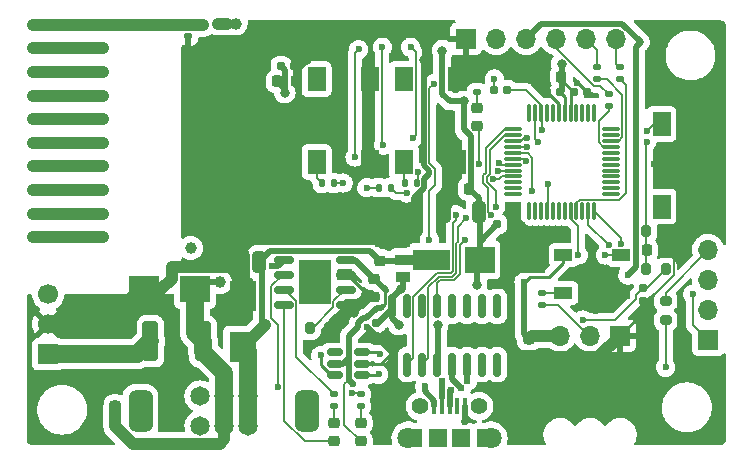
<source format=gtl>
%TF.GenerationSoftware,KiCad,Pcbnew,6.0.6-3a73a75311~116~ubuntu20.04.1*%
%TF.CreationDate,2022-07-24T13:39:07-06:00*%
%TF.ProjectId,fancy-node,66616e63-792d-46e6-9f64-652e6b696361,rev?*%
%TF.SameCoordinates,Original*%
%TF.FileFunction,Copper,L1,Top*%
%TF.FilePolarity,Positive*%
%FSLAX46Y46*%
G04 Gerber Fmt 4.6, Leading zero omitted, Abs format (unit mm)*
G04 Created by KiCad (PCBNEW 6.0.6-3a73a75311~116~ubuntu20.04.1) date 2022-07-24 13:39:07*
%MOMM*%
%LPD*%
G01*
G04 APERTURE LIST*
G04 Aperture macros list*
%AMRoundRect*
0 Rectangle with rounded corners*
0 $1 Rounding radius*
0 $2 $3 $4 $5 $6 $7 $8 $9 X,Y pos of 4 corners*
0 Add a 4 corners polygon primitive as box body*
4,1,4,$2,$3,$4,$5,$6,$7,$8,$9,$2,$3,0*
0 Add four circle primitives for the rounded corners*
1,1,$1+$1,$2,$3*
1,1,$1+$1,$4,$5*
1,1,$1+$1,$6,$7*
1,1,$1+$1,$8,$9*
0 Add four rect primitives between the rounded corners*
20,1,$1+$1,$2,$3,$4,$5,0*
20,1,$1+$1,$4,$5,$6,$7,0*
20,1,$1+$1,$6,$7,$8,$9,0*
20,1,$1+$1,$8,$9,$2,$3,0*%
%AMFreePoly0*
4,1,9,3.862500,-0.866500,0.737500,-0.866500,0.737500,-0.450000,-0.737500,-0.450000,-0.737500,0.450000,0.737500,0.450000,0.737500,0.866500,3.862500,0.866500,3.862500,-0.866500,3.862500,-0.866500,$1*%
G04 Aperture macros list end*
%TA.AperFunction,SMDPad,CuDef*%
%ADD10RoundRect,0.135000X-0.135000X-0.185000X0.135000X-0.185000X0.135000X0.185000X-0.135000X0.185000X0*%
%TD*%
%TA.AperFunction,ComponentPad*%
%ADD11C,1.650000*%
%TD*%
%TA.AperFunction,ComponentPad*%
%ADD12RoundRect,0.500000X-0.500000X-1.250000X0.500000X-1.250000X0.500000X1.250000X-0.500000X1.250000X0*%
%TD*%
%TA.AperFunction,SMDPad,CuDef*%
%ADD13RoundRect,0.155000X0.155000X-0.212500X0.155000X0.212500X-0.155000X0.212500X-0.155000X-0.212500X0*%
%TD*%
%TA.AperFunction,SMDPad,CuDef*%
%ADD14RoundRect,0.250000X-0.325000X-0.650000X0.325000X-0.650000X0.325000X0.650000X-0.325000X0.650000X0*%
%TD*%
%TA.AperFunction,SMDPad,CuDef*%
%ADD15R,2.500000X2.300000*%
%TD*%
%TA.AperFunction,SMDPad,CuDef*%
%ADD16RoundRect,0.200000X-0.275000X0.200000X-0.275000X-0.200000X0.275000X-0.200000X0.275000X0.200000X0*%
%TD*%
%TA.AperFunction,SMDPad,CuDef*%
%ADD17RoundRect,0.225000X-0.250000X0.225000X-0.250000X-0.225000X0.250000X-0.225000X0.250000X0.225000X0*%
%TD*%
%TA.AperFunction,SMDPad,CuDef*%
%ADD18RoundRect,0.200000X0.200000X0.275000X-0.200000X0.275000X-0.200000X-0.275000X0.200000X-0.275000X0*%
%TD*%
%TA.AperFunction,SMDPad,CuDef*%
%ADD19RoundRect,0.150000X0.150000X-0.825000X0.150000X0.825000X-0.150000X0.825000X-0.150000X-0.825000X0*%
%TD*%
%TA.AperFunction,SMDPad,CuDef*%
%ADD20RoundRect,0.225000X0.225000X0.250000X-0.225000X0.250000X-0.225000X-0.250000X0.225000X-0.250000X0*%
%TD*%
%TA.AperFunction,SMDPad,CuDef*%
%ADD21R,1.500000X1.000000*%
%TD*%
%TA.AperFunction,SMDPad,CuDef*%
%ADD22RoundRect,0.150000X0.675000X0.150000X-0.675000X0.150000X-0.675000X-0.150000X0.675000X-0.150000X0*%
%TD*%
%TA.AperFunction,SMDPad,CuDef*%
%ADD23R,2.700000X3.800000*%
%TD*%
%TA.AperFunction,SMDPad,CuDef*%
%ADD24RoundRect,0.075000X-0.075000X0.662500X-0.075000X-0.662500X0.075000X-0.662500X0.075000X0.662500X0*%
%TD*%
%TA.AperFunction,SMDPad,CuDef*%
%ADD25RoundRect,0.075000X-0.662500X0.075000X-0.662500X-0.075000X0.662500X-0.075000X0.662500X0.075000X0*%
%TD*%
%TA.AperFunction,SMDPad,CuDef*%
%ADD26RoundRect,0.135000X0.185000X-0.135000X0.185000X0.135000X-0.185000X0.135000X-0.185000X-0.135000X0*%
%TD*%
%TA.AperFunction,SMDPad,CuDef*%
%ADD27RoundRect,0.200000X-0.200000X-0.275000X0.200000X-0.275000X0.200000X0.275000X-0.200000X0.275000X0*%
%TD*%
%TA.AperFunction,SMDPad,CuDef*%
%ADD28RoundRect,0.250000X0.400000X1.450000X-0.400000X1.450000X-0.400000X-1.450000X0.400000X-1.450000X0*%
%TD*%
%TA.AperFunction,ComponentPad*%
%ADD29R,1.700000X1.700000*%
%TD*%
%TA.AperFunction,ComponentPad*%
%ADD30O,1.700000X1.700000*%
%TD*%
%TA.AperFunction,SMDPad,CuDef*%
%ADD31RoundRect,0.155000X0.212500X0.155000X-0.212500X0.155000X-0.212500X-0.155000X0.212500X-0.155000X0*%
%TD*%
%TA.AperFunction,SMDPad,CuDef*%
%ADD32R,2.300000X2.500000*%
%TD*%
%TA.AperFunction,SMDPad,CuDef*%
%ADD33RoundRect,0.155000X-0.212500X-0.155000X0.212500X-0.155000X0.212500X0.155000X-0.212500X0.155000X0*%
%TD*%
%TA.AperFunction,SMDPad,CuDef*%
%ADD34RoundRect,0.225000X-0.225000X-0.250000X0.225000X-0.250000X0.225000X0.250000X-0.225000X0.250000X0*%
%TD*%
%TA.AperFunction,SMDPad,CuDef*%
%ADD35RoundRect,0.135000X0.135000X0.185000X-0.135000X0.185000X-0.135000X-0.185000X0.135000X-0.185000X0*%
%TD*%
%TA.AperFunction,SMDPad,CuDef*%
%ADD36R,1.500000X2.000000*%
%TD*%
%TA.AperFunction,SMDPad,CuDef*%
%ADD37RoundRect,0.218750X-0.256250X0.218750X-0.256250X-0.218750X0.256250X-0.218750X0.256250X0.218750X0*%
%TD*%
%TA.AperFunction,SMDPad,CuDef*%
%ADD38RoundRect,0.147500X-0.172500X0.147500X-0.172500X-0.147500X0.172500X-0.147500X0.172500X0.147500X0*%
%TD*%
%TA.AperFunction,SMDPad,CuDef*%
%ADD39RoundRect,0.225000X0.250000X-0.225000X0.250000X0.225000X-0.250000X0.225000X-0.250000X-0.225000X0*%
%TD*%
%TA.AperFunction,SMDPad,CuDef*%
%ADD40R,0.400000X1.350000*%
%TD*%
%TA.AperFunction,ComponentPad*%
%ADD41C,1.408000*%
%TD*%
%TA.AperFunction,ComponentPad*%
%ADD42C,1.800000*%
%TD*%
%TA.AperFunction,SMDPad,CuDef*%
%ADD43R,1.500000X1.550000*%
%TD*%
%TA.AperFunction,SMDPad,CuDef*%
%ADD44RoundRect,0.150000X0.512500X0.150000X-0.512500X0.150000X-0.512500X-0.150000X0.512500X-0.150000X0*%
%TD*%
%TA.AperFunction,SMDPad,CuDef*%
%ADD45R,1.300000X0.900000*%
%TD*%
%TA.AperFunction,SMDPad,CuDef*%
%ADD46FreePoly0,0.000000*%
%TD*%
%TA.AperFunction,ComponentPad*%
%ADD47C,1.700000*%
%TD*%
%TA.AperFunction,ViaPad*%
%ADD48C,0.600000*%
%TD*%
%TA.AperFunction,ViaPad*%
%ADD49C,1.000000*%
%TD*%
%TA.AperFunction,ViaPad*%
%ADD50C,0.800000*%
%TD*%
%TA.AperFunction,ViaPad*%
%ADD51C,0.620000*%
%TD*%
%TA.AperFunction,Conductor*%
%ADD52C,0.250000*%
%TD*%
%TA.AperFunction,Conductor*%
%ADD53C,0.150000*%
%TD*%
%TA.AperFunction,Conductor*%
%ADD54C,0.500000*%
%TD*%
%TA.AperFunction,Conductor*%
%ADD55C,1.000000*%
%TD*%
%TA.AperFunction,Conductor*%
%ADD56C,1.500000*%
%TD*%
%TA.AperFunction,Conductor*%
%ADD57C,0.200000*%
%TD*%
G04 APERTURE END LIST*
D10*
%TO.P,R4,1*%
%TO.N,/DIO0*%
X57090000Y-79200000D03*
%TO.P,R4,2*%
%TO.N,Net-(R4-Pad2)*%
X58110000Y-79200000D03*
%TD*%
D11*
%TO.P,SW4,1,A*%
%TO.N,unconnected-(SW4-Pad1)*%
X42000000Y-99350000D03*
X42000000Y-96850000D03*
%TO.P,SW4,2,B*%
%TO.N,/BATT_DIRECT*%
X44000000Y-99350000D03*
X44000000Y-96850000D03*
%TO.P,SW4,3,C*%
%TO.N,+BATT*%
X46000000Y-99350000D03*
X46000000Y-96850000D03*
D12*
%TO.P,SW4,~*%
%TO.N,N/C*%
X51050000Y-98100000D03*
X36950000Y-98100000D03*
%TD*%
D13*
%TO.P,C1,1*%
%TO.N,GND*%
X56900000Y-91767500D03*
%TO.P,C1,2*%
%TO.N,VCC*%
X56900000Y-90632500D03*
%TD*%
%TO.P,C7,1*%
%TO.N,GND*%
X79500000Y-88800000D03*
%TO.P,C7,2*%
%TO.N,+BATT*%
X79500000Y-87665000D03*
%TD*%
D14*
%TO.P,C14,1*%
%TO.N,GND*%
X44025000Y-85500000D03*
%TO.P,C14,2*%
%TO.N,+BATT*%
X46975000Y-85500000D03*
%TD*%
D15*
%TO.P,D5,1,A1*%
%TO.N,VCC*%
X65650000Y-85300000D03*
%TO.P,D5,2,A2*%
%TO.N,GND*%
X69950000Y-85300000D03*
%TD*%
D16*
%TO.P,R8,1*%
%TO.N,/BOOT0*%
X81400000Y-88775000D03*
%TO.P,R8,2*%
%TO.N,VBUS*%
X81400000Y-90425000D03*
%TD*%
D17*
%TO.P,C8,1*%
%TO.N,GND*%
X57200000Y-83825000D03*
%TO.P,C8,2*%
%TO.N,+BATT*%
X57200000Y-85375000D03*
%TD*%
D18*
%TO.P,R10,1*%
%TO.N,+BATT*%
X81425000Y-86100000D03*
%TO.P,R10,2*%
%TO.N,/VBATT_DIV*%
X79775000Y-86100000D03*
%TD*%
D19*
%TO.P,U1,1,GND*%
%TO.N,GND*%
X58255000Y-94175000D03*
%TO.P,U1,2,TXD*%
%TO.N,/USART_RX*%
X59525000Y-94175000D03*
%TO.P,U1,3,RXD*%
%TO.N,/USART_TX*%
X60795000Y-94175000D03*
%TO.P,U1,4,V3*%
%TO.N,VCC*%
X62065000Y-94175000D03*
%TO.P,U1,5,UD+*%
%TO.N,/USB+*%
X63335000Y-94175000D03*
%TO.P,U1,6,UD-*%
%TO.N,/USB-*%
X64605000Y-94175000D03*
%TO.P,U1,7,NC*%
%TO.N,unconnected-(U1-Pad7)*%
X65875000Y-94175000D03*
%TO.P,U1,8,NC*%
%TO.N,unconnected-(U1-Pad8)*%
X67145000Y-94175000D03*
%TO.P,U1,9,~{CTS}*%
%TO.N,unconnected-(U1-Pad9)*%
X67145000Y-89225000D03*
%TO.P,U1,10,~{DSR}*%
%TO.N,unconnected-(U1-Pad10)*%
X65875000Y-89225000D03*
%TO.P,U1,11,~{RI}*%
%TO.N,unconnected-(U1-Pad11)*%
X64605000Y-89225000D03*
%TO.P,U1,12,~{DCD}*%
%TO.N,unconnected-(U1-Pad12)*%
X63335000Y-89225000D03*
%TO.P,U1,13,~{DTR}*%
%TO.N,/~{DTR}*%
X62065000Y-89225000D03*
%TO.P,U1,14,~{RTS}*%
%TO.N,unconnected-(U1-Pad14)*%
X60795000Y-89225000D03*
%TO.P,U1,15,R232*%
%TO.N,unconnected-(U1-Pad15)*%
X59525000Y-89225000D03*
%TO.P,U1,16,VCC*%
%TO.N,VCC*%
X58255000Y-89225000D03*
%TD*%
D15*
%TO.P,D3,1,A1*%
%TO.N,/BATT_DIRECT*%
X41550000Y-87800000D03*
%TO.P,D3,2,A2*%
%TO.N,GND*%
X37250000Y-87800000D03*
%TD*%
D20*
%TO.P,C16,1*%
%TO.N,GND*%
X50075000Y-70200000D03*
%TO.P,C16,2*%
%TO.N,VCC*%
X48525000Y-70200000D03*
%TD*%
D21*
%TO.P,U3,1,VDD*%
%TO.N,+BATT*%
X72750000Y-84900000D03*
%TO.P,U3,2,DOUT*%
%TO.N,Net-(R9-Pad2)*%
X72750000Y-88100000D03*
%TO.P,U3,3,GND*%
%TO.N,GND*%
X77650000Y-88100000D03*
%TO.P,U3,4,DIN*%
%TO.N,/INTERNAL_LED*%
X77650000Y-84900000D03*
%TD*%
D22*
%TO.P,U6,1,TEMP*%
%TO.N,GND*%
X54325000Y-89105000D03*
%TO.P,U6,2,PROG*%
%TO.N,Net-(R14-Pad1)*%
X54325000Y-87835000D03*
%TO.P,U6,3,GND*%
%TO.N,GND*%
X54325000Y-86565000D03*
%TO.P,U6,4,VCC*%
%TO.N,VBUS*%
X54325000Y-85295000D03*
%TO.P,U6,5,BAT*%
%TO.N,/BATT_DIRECT*%
X49075000Y-85295000D03*
%TO.P,U6,6,~{STDBY}*%
%TO.N,/~{STDBY}*%
X49075000Y-86565000D03*
%TO.P,U6,7,~{CHRG}*%
%TO.N,/~{CHRG}*%
X49075000Y-87835000D03*
%TO.P,U6,8,CE*%
%TO.N,Net-(D7-Pad2)*%
X49075000Y-89105000D03*
D23*
%TO.P,U6,~*%
%TO.N,N/C*%
X51700000Y-87200000D03*
%TD*%
D24*
%TO.P,U2,1,PC13*%
%TO.N,unconnected-(U2-Pad1)*%
X75350000Y-72837500D03*
%TO.P,U2,2,PC14-OSC32_IN*%
%TO.N,unconnected-(U2-Pad2)*%
X74850000Y-72837500D03*
%TO.P,U2,3,PC15-OSC32_OUT*%
%TO.N,unconnected-(U2-Pad3)*%
X74350000Y-72837500D03*
%TO.P,U2,4,VBAT*%
%TO.N,unconnected-(U2-Pad4)*%
X73850000Y-72837500D03*
%TO.P,U2,5,VREF+*%
%TO.N,VCC*%
X73350000Y-72837500D03*
%TO.P,U2,6,VDD/VDDA*%
X72850000Y-72837500D03*
%TO.P,U2,7,VSS/VSSA*%
%TO.N,GND*%
X72350000Y-72837500D03*
%TO.P,U2,8,PF0-OSC_IN*%
%TO.N,unconnected-(U2-Pad8)*%
X71850000Y-72837500D03*
%TO.P,U2,9,PF1-OSC_OUT*%
%TO.N,unconnected-(U2-Pad9)*%
X71350000Y-72837500D03*
%TO.P,U2,10,NRST*%
%TO.N,Net-(C5-Pad2)*%
X70850000Y-72837500D03*
%TO.P,U2,11,PA0*%
%TO.N,/VBATT_DIV*%
X70350000Y-72837500D03*
%TO.P,U2,12,PA1*%
%TO.N,unconnected-(U2-Pad12)*%
X69850000Y-72837500D03*
D25*
%TO.P,U2,13,PA2*%
%TO.N,/USART_TX*%
X68437500Y-74250000D03*
%TO.P,U2,14,PA3*%
%TO.N,/USART_RX*%
X68437500Y-74750000D03*
%TO.P,U2,15,PA4*%
%TO.N,/NSS*%
X68437500Y-75250000D03*
%TO.P,U2,16,PA5*%
%TO.N,/SCK*%
X68437500Y-75750000D03*
%TO.P,U2,17,PA6*%
%TO.N,/MISO*%
X68437500Y-76250000D03*
%TO.P,U2,18,PA7*%
%TO.N,/MOSI*%
X68437500Y-76750000D03*
%TO.P,U2,19,PB0*%
%TO.N,Net-(D1-Pad2)*%
X68437500Y-77250000D03*
%TO.P,U2,20,PB1*%
%TO.N,Net-(R2-Pad1)*%
X68437500Y-77750000D03*
%TO.P,U2,21,PB2*%
%TO.N,Net-(R3-Pad1)*%
X68437500Y-78250000D03*
%TO.P,U2,22,PB10*%
%TO.N,unconnected-(U2-Pad22)*%
X68437500Y-78750000D03*
%TO.P,U2,23,PB11*%
%TO.N,unconnected-(U2-Pad23)*%
X68437500Y-79250000D03*
%TO.P,U2,24,PB12*%
%TO.N,unconnected-(U2-Pad24)*%
X68437500Y-79750000D03*
D24*
%TO.P,U2,25,PB13*%
%TO.N,unconnected-(U2-Pad25)*%
X69850000Y-81162500D03*
%TO.P,U2,26,PB14*%
%TO.N,unconnected-(U2-Pad26)*%
X70350000Y-81162500D03*
%TO.P,U2,27,PB15*%
%TO.N,unconnected-(U2-Pad27)*%
X70850000Y-81162500D03*
%TO.P,U2,28,PA8*%
%TO.N,Net-(R4-Pad2)*%
X71350000Y-81162500D03*
%TO.P,U2,29,PA9*%
%TO.N,unconnected-(U2-Pad29)*%
X71850000Y-81162500D03*
%TO.P,U2,30,PC6*%
%TO.N,unconnected-(U2-Pad30)*%
X72350000Y-81162500D03*
%TO.P,U2,31,PC7*%
%TO.N,unconnected-(U2-Pad31)*%
X72850000Y-81162500D03*
%TO.P,U2,32,PA10*%
%TO.N,/INTERNAL_LED*%
X73350000Y-81162500D03*
%TO.P,U2,33,PA11*%
%TO.N,/AUX2*%
X73850000Y-81162500D03*
%TO.P,U2,34,PA12*%
%TO.N,unconnected-(U2-Pad34)*%
X74350000Y-81162500D03*
%TO.P,U2,35,PA13*%
%TO.N,/SWDIO*%
X74850000Y-81162500D03*
%TO.P,U2,36,PA14-BOOT0*%
%TO.N,/BOOT0*%
X75350000Y-81162500D03*
D25*
%TO.P,U2,37,PA15*%
%TO.N,unconnected-(U2-Pad37)*%
X76762500Y-79750000D03*
%TO.P,U2,38,PD0*%
%TO.N,unconnected-(U2-Pad38)*%
X76762500Y-79250000D03*
%TO.P,U2,39,PD1*%
%TO.N,unconnected-(U2-Pad39)*%
X76762500Y-78750000D03*
%TO.P,U2,40,PD2*%
%TO.N,unconnected-(U2-Pad40)*%
X76762500Y-78250000D03*
%TO.P,U2,41,PD3*%
%TO.N,unconnected-(U2-Pad41)*%
X76762500Y-77750000D03*
%TO.P,U2,42,PB3*%
%TO.N,unconnected-(U2-Pad42)*%
X76762500Y-77250000D03*
%TO.P,U2,43,PB4*%
%TO.N,unconnected-(U2-Pad43)*%
X76762500Y-76750000D03*
%TO.P,U2,44,PB5*%
%TO.N,unconnected-(U2-Pad44)*%
X76762500Y-76250000D03*
%TO.P,U2,45,PB6*%
%TO.N,/AUX0*%
X76762500Y-75750000D03*
%TO.P,U2,46,PB7*%
%TO.N,/AUX1*%
X76762500Y-75250000D03*
%TO.P,U2,47,PB8*%
%TO.N,unconnected-(U2-Pad47)*%
X76762500Y-74750000D03*
%TO.P,U2,48,PB9*%
%TO.N,unconnected-(U2-Pad48)*%
X76762500Y-74250000D03*
%TD*%
D26*
%TO.P,R9,1*%
%TO.N,/EXTERNAL_LED*%
X70900000Y-89110000D03*
%TO.P,R9,2*%
%TO.N,Net-(R9-Pad2)*%
X70900000Y-88090000D03*
%TD*%
D27*
%TO.P,R11,1*%
%TO.N,/VBATT_DIV*%
X79775000Y-82900000D03*
%TO.P,R11,2*%
%TO.N,GND*%
X81425000Y-82900000D03*
%TD*%
D28*
%TO.P,TH1,1*%
%TO.N,/BATT_DIRECT*%
X42225000Y-92200000D03*
%TO.P,TH1,2*%
%TO.N,Net-(J4-Pad1)*%
X37775000Y-92200000D03*
%TD*%
D29*
%TO.P,J2,1,Pin_1*%
%TO.N,GND*%
X64500000Y-66600000D03*
D30*
%TO.P,J2,2,Pin_2*%
%TO.N,VCC*%
X67040000Y-66600000D03*
%TO.P,J2,3,Pin_3*%
%TO.N,+BATT*%
X69580000Y-66600000D03*
%TO.P,J2,4,Pin_4*%
%TO.N,Net-(J2-Pad4)*%
X72120000Y-66600000D03*
%TO.P,J2,5,Pin_5*%
%TO.N,Net-(J2-Pad5)*%
X74660000Y-66600000D03*
%TO.P,J2,6,Pin_6*%
%TO.N,Net-(J2-Pad6)*%
X77200000Y-66600000D03*
%TD*%
D26*
%TO.P,R5,1*%
%TO.N,/AUX0*%
X76600000Y-72310000D03*
%TO.P,R5,2*%
%TO.N,Net-(J2-Pad4)*%
X76600000Y-71290000D03*
%TD*%
D27*
%TO.P,R14,1*%
%TO.N,Net-(R14-Pad1)*%
X51275000Y-91100000D03*
%TO.P,R14,2*%
%TO.N,GND*%
X52925000Y-91100000D03*
%TD*%
D31*
%TO.P,C2,1*%
%TO.N,GND*%
X74767500Y-71100000D03*
%TO.P,C2,2*%
%TO.N,VCC*%
X73632500Y-71100000D03*
%TD*%
D20*
%TO.P,C4,1*%
%TO.N,VCC*%
X72575000Y-69800000D03*
%TO.P,C4,2*%
%TO.N,GND*%
X71025000Y-69800000D03*
%TD*%
D32*
%TO.P,D4,1,A1*%
%TO.N,+BATT*%
X45600000Y-92650000D03*
%TO.P,D4,2,A2*%
%TO.N,GND*%
X45600000Y-88350000D03*
%TD*%
D26*
%TO.P,R7,1*%
%TO.N,/AUX2*%
X77500000Y-70020000D03*
%TO.P,R7,2*%
%TO.N,Net-(J2-Pad6)*%
X77500000Y-69000000D03*
%TD*%
%TO.P,R12,1*%
%TO.N,Net-(D6-Pad1)*%
X55600000Y-97710000D03*
%TO.P,R12,2*%
%TO.N,/~{STDBY}*%
X55600000Y-96690000D03*
%TD*%
D14*
%TO.P,C10,1*%
%TO.N,GND*%
X62625000Y-81300000D03*
%TO.P,C10,2*%
%TO.N,VCC*%
X65575000Y-81300000D03*
%TD*%
D26*
%TO.P,R6,1*%
%TO.N,/AUX1*%
X75600000Y-70020000D03*
%TO.P,R6,2*%
%TO.N,Net-(J2-Pad5)*%
X75600000Y-69000000D03*
%TD*%
D33*
%TO.P,C3,1*%
%TO.N,GND*%
X71332500Y-71100000D03*
%TO.P,C3,2*%
%TO.N,VCC*%
X72467500Y-71100000D03*
%TD*%
D29*
%TO.P,J3,1,Pin_1*%
%TO.N,GND*%
X77525000Y-91725000D03*
D30*
%TO.P,J3,2,Pin_2*%
%TO.N,/EXTERNAL_LED*%
X74985000Y-91725000D03*
%TO.P,J3,3,Pin_3*%
%TO.N,+BATT*%
X72445000Y-91725000D03*
%TD*%
D33*
%TO.P,C13,1*%
%TO.N,VCC*%
X67132500Y-82300000D03*
%TO.P,C13,2*%
%TO.N,GND*%
X68267500Y-82300000D03*
%TD*%
D26*
%TO.P,R13,1*%
%TO.N,Net-(D7-Pad1)*%
X53300000Y-97710000D03*
%TO.P,R13,2*%
%TO.N,/~{CHRG}*%
X53300000Y-96690000D03*
%TD*%
D34*
%TO.P,C12,1*%
%TO.N,GND*%
X63225000Y-79300000D03*
%TO.P,C12,2*%
%TO.N,VCC*%
X64775000Y-79300000D03*
%TD*%
D31*
%TO.P,C17,1*%
%TO.N,Net-(C17-Pad1)*%
X43400000Y-65400000D03*
%TO.P,C17,2*%
%TO.N,/ANTENNA*%
X42265000Y-65400000D03*
%TD*%
D29*
%TO.P,J5,1,Pin_1*%
%TO.N,VCC*%
X85000000Y-92100000D03*
D30*
%TO.P,J5,2,Pin_2*%
%TO.N,GND*%
X85000000Y-89560000D03*
%TO.P,J5,3,Pin_3*%
%TO.N,/SWDIO*%
X85000000Y-87020000D03*
%TO.P,J5,4,Pin_4*%
%TO.N,/BOOT0*%
X85000000Y-84480000D03*
%TD*%
D35*
%TO.P,R3,1*%
%TO.N,Net-(R3-Pad1)*%
X53310000Y-78800000D03*
%TO.P,R3,2*%
%TO.N,Net-(R3-Pad2)*%
X52290000Y-78800000D03*
%TD*%
D36*
%TO.P,SW2,1,1*%
%TO.N,Net-(R3-Pad2)*%
X51850000Y-77000000D03*
X51850000Y-70000000D03*
%TO.P,SW2,2,2*%
%TO.N,GND*%
X56350000Y-70000000D03*
X56350000Y-77000000D03*
%TD*%
D35*
%TO.P,R2,1*%
%TO.N,Net-(R2-Pad1)*%
X60310000Y-78800000D03*
%TO.P,R2,2*%
%TO.N,Net-(R2-Pad2)*%
X59290000Y-78800000D03*
%TD*%
D20*
%TO.P,C9,1*%
%TO.N,GND*%
X81350000Y-84500000D03*
%TO.P,C9,2*%
%TO.N,/VBATT_DIV*%
X79800000Y-84500000D03*
%TD*%
D37*
%TO.P,D7,1,K*%
%TO.N,Net-(D7-Pad1)*%
X53300000Y-99112500D03*
%TO.P,D7,2,A*%
%TO.N,Net-(D7-Pad2)*%
X53300000Y-100687500D03*
%TD*%
D33*
%TO.P,C15,1*%
%TO.N,VCC*%
X48832500Y-68900000D03*
%TO.P,C15,2*%
%TO.N,GND*%
X49967500Y-68900000D03*
%TD*%
D38*
%TO.P,L1,1,1*%
%TO.N,/ANTENNA*%
X41000000Y-65415000D03*
%TO.P,L1,2,2*%
%TO.N,GND*%
X41000000Y-66385000D03*
%TD*%
D36*
%TO.P,SW1,1,1*%
%TO.N,Net-(R2-Pad2)*%
X59250000Y-70000000D03*
X59250000Y-77000000D03*
%TO.P,SW1,2,2*%
%TO.N,GND*%
X63750000Y-70000000D03*
X63750000Y-77000000D03*
%TD*%
D39*
%TO.P,C18,1*%
%TO.N,GND*%
X56700000Y-88475000D03*
%TO.P,C18,2*%
%TO.N,VBUS*%
X56700000Y-86925000D03*
%TD*%
D40*
%TO.P,J1,1,VBUS*%
%TO.N,VBUS*%
X61800000Y-97725000D03*
%TO.P,J1,2,D-*%
%TO.N,/USB-*%
X62450000Y-97725000D03*
%TO.P,J1,3,D+*%
%TO.N,/USB+*%
X63100000Y-97725000D03*
%TO.P,J1,4,ID*%
%TO.N,unconnected-(J1-Pad4)*%
X63750000Y-97725000D03*
%TO.P,J1,5,GND*%
%TO.N,GND*%
X64400000Y-97725000D03*
D41*
%TO.P,J1,P$6*%
%TO.N,N/C*%
X60600000Y-97700000D03*
%TO.P,J1,P$7*%
X65600000Y-97700000D03*
D42*
%TO.P,J1,P$8*%
X59600000Y-100400000D03*
%TO.P,J1,P$9*%
X66600000Y-100400000D03*
D43*
%TO.P,J1,P$10*%
X62100000Y-100400000D03*
%TO.P,J1,P$11*%
X64100000Y-100400000D03*
%TO.P,J1,P$12*%
X60050000Y-100400000D03*
%TO.P,J1,P$13*%
X66150000Y-100400000D03*
%TD*%
D26*
%TO.P,R1,1*%
%TO.N,Net-(D1-Pad1)*%
X65400000Y-71110000D03*
%TO.P,R1,2*%
%TO.N,GND*%
X65400000Y-70090000D03*
%TD*%
D44*
%TO.P,D2,1,IO1*%
%TO.N,/USB+*%
X55700000Y-95050000D03*
%TO.P,D2,2,GND*%
%TO.N,GND*%
X55700000Y-94100000D03*
%TO.P,D2,3,IO2*%
%TO.N,/USB-*%
X55700000Y-93150000D03*
%TO.P,D2,4,IO3*%
%TO.N,unconnected-(D2-Pad4)*%
X53425000Y-93150000D03*
%TO.P,D2,5,REF*%
%TO.N,VBUS*%
X53425000Y-94100000D03*
%TO.P,D2,6,IO4*%
%TO.N,/EXTERNAL_LED*%
X53425000Y-95050000D03*
%TD*%
D36*
%TO.P,SW3,1,1*%
%TO.N,Net-(C5-Pad2)*%
X81050000Y-80800000D03*
X81050000Y-73800000D03*
%TO.P,SW3,2,2*%
%TO.N,GND*%
X85550000Y-80800000D03*
X85550000Y-73800000D03*
%TD*%
D45*
%TO.P,U4,1,GND*%
%TO.N,GND*%
X59150000Y-83800000D03*
D46*
%TO.P,U4,2,VIN*%
%TO.N,+BATT*%
X59237500Y-85300000D03*
D45*
%TO.P,U4,3,VOUT*%
%TO.N,VCC*%
X59150000Y-86800000D03*
%TD*%
D37*
%TO.P,D6,1,K*%
%TO.N,Net-(D6-Pad1)*%
X55600000Y-99112500D03*
%TO.P,D6,2,A*%
%TO.N,VBUS*%
X55600000Y-100687500D03*
%TD*%
D33*
%TO.P,C5,1*%
%TO.N,/~{DTR}*%
X66832500Y-70900000D03*
%TO.P,C5,2*%
%TO.N,Net-(C5-Pad2)*%
X67967500Y-70900000D03*
%TD*%
D17*
%TO.P,C11,1*%
%TO.N,GND*%
X34800000Y-96125000D03*
%TO.P,C11,2*%
%TO.N,/BATT_DIRECT*%
X34800000Y-97675000D03*
%TD*%
D37*
%TO.P,D1,1,K*%
%TO.N,Net-(D1-Pad1)*%
X65400000Y-72425000D03*
%TO.P,D1,2,A*%
%TO.N,Net-(D1-Pad2)*%
X65400000Y-74000000D03*
%TD*%
D39*
%TO.P,C6,1*%
%TO.N,GND*%
X69800000Y-93575000D03*
%TO.P,C6,2*%
%TO.N,+BATT*%
X69800000Y-92025000D03*
%TD*%
D29*
%TO.P,J4,1,Pin_1*%
%TO.N,Net-(J4-Pad1)*%
X29100000Y-93300000D03*
D47*
%TO.P,J4,2,Pin_2*%
%TO.N,GND*%
X29100000Y-90760000D03*
%TO.P,J4,3,Pin_3*%
%TO.N,unconnected-(J4-Pad3)*%
X29100000Y-88220000D03*
%TD*%
D48*
%TO.N,GND*%
X75500000Y-89600000D03*
%TO.N,/INTERNAL_LED*%
X76300000Y-84900000D03*
X73999502Y-84900000D03*
%TO.N,/VBATT_DIV*%
X79800000Y-75300000D03*
X70600000Y-75300000D03*
%TO.N,Net-(R4-Pad2)*%
X59474366Y-79651042D03*
%TO.N,/DIO0*%
X56100000Y-79200000D03*
D49*
%TO.N,*%
X41200000Y-84300000D03*
D48*
%TO.N,/~{DTR}*%
X66900000Y-70000000D03*
X64400000Y-83600000D03*
X61400000Y-83600000D03*
X61800000Y-70400000D03*
%TO.N,Net-(C5-Pad2)*%
X79800000Y-74400000D03*
X70900000Y-74300000D03*
%TO.N,GND*%
X68300000Y-90300000D03*
X57700000Y-77600000D03*
D50*
X51000000Y-68400000D03*
D48*
X51600000Y-81200000D03*
X73600000Y-98000000D03*
X62300000Y-82800000D03*
D49*
X44900000Y-82800000D03*
D48*
X40900000Y-81300000D03*
X85800000Y-77400000D03*
X76300000Y-98000000D03*
X61400000Y-66000000D03*
D50*
X60100000Y-82800000D03*
D48*
X46800000Y-70800000D03*
X49500000Y-76000000D03*
D50*
X60900000Y-68400000D03*
D48*
X40849511Y-85950489D03*
X69200000Y-100500000D03*
X47100000Y-74100000D03*
X44000000Y-79100000D03*
X46500000Y-69000000D03*
X51700000Y-74000000D03*
X43900000Y-72400000D03*
X40900000Y-82800000D03*
X78500000Y-98100000D03*
X58300000Y-99000000D03*
X47000000Y-77400000D03*
X44900000Y-67600000D03*
X68500000Y-95700000D03*
X80400000Y-77200000D03*
D50*
X55010301Y-89828367D03*
D48*
X85600000Y-65900000D03*
X28100000Y-100200000D03*
X40900000Y-76200000D03*
X49300000Y-72800000D03*
X40900000Y-67500000D03*
D50*
X70900000Y-68500000D03*
D48*
X49500000Y-81200000D03*
X49700000Y-79100000D03*
X80000000Y-90300000D03*
X85800000Y-100400000D03*
X40900000Y-78000000D03*
X40900000Y-74400000D03*
X43900000Y-69500000D03*
D50*
X69700000Y-82800000D03*
D48*
X40900000Y-68600000D03*
X40900000Y-70500000D03*
X82700000Y-83200000D03*
X56100000Y-91000000D03*
X69200000Y-69500000D03*
X64400000Y-99000000D03*
X40900000Y-79700000D03*
X43700000Y-66600000D03*
X53500000Y-81400000D03*
X43900000Y-75600000D03*
X40900000Y-72500000D03*
X56200000Y-73800000D03*
X62700000Y-73700000D03*
X73900000Y-70300000D03*
D50*
%TO.N,VCC*%
X62500000Y-67600500D03*
X62100000Y-90800000D03*
X72582580Y-68714196D03*
X65400000Y-87400000D03*
X49150000Y-71150000D03*
X59022542Y-87795786D03*
X58800000Y-90800000D03*
D48*
X83700000Y-88200000D03*
D50*
X64300000Y-71900000D03*
D48*
%TO.N,+BATT*%
X74400000Y-90400000D03*
X78200000Y-86600000D03*
X69400000Y-87200000D03*
D49*
%TO.N,/BATT_DIRECT*%
X43700000Y-87200000D03*
D48*
X48049500Y-85800000D03*
%TO.N,VBUS*%
X54900000Y-95800000D03*
X81400000Y-94400000D03*
X61000000Y-96000000D03*
D49*
%TO.N,Net-(C17-Pad1)*%
X45000000Y-65300000D03*
D48*
X44300000Y-65300000D03*
D49*
%TO.N,/ANTENNA*%
X27800000Y-67400000D03*
X33800000Y-71400000D03*
X27800000Y-79400000D03*
X27800000Y-71400000D03*
X27800000Y-77400000D03*
X27800000Y-83400000D03*
X27800000Y-81400000D03*
X33800000Y-77400000D03*
X27800000Y-75400000D03*
X33800000Y-69400000D03*
X33800000Y-83400000D03*
X33800000Y-75400000D03*
X33800000Y-81400000D03*
X27800000Y-65400000D03*
X27800000Y-73400000D03*
X33800000Y-79400000D03*
X33800000Y-73400000D03*
X27800000Y-69400000D03*
X33800000Y-67400000D03*
D48*
%TO.N,Net-(D1-Pad2)*%
X65600000Y-77200000D03*
X67304912Y-77079700D03*
D51*
%TO.N,/USB+*%
X63200000Y-96300000D03*
D48*
X57100000Y-95000000D03*
D51*
X64100000Y-96200000D03*
%TO.N,/USB-*%
X64600000Y-95600000D03*
D48*
X57243902Y-93321132D03*
D51*
X62500000Y-95600000D03*
D48*
%TO.N,/EXTERNAL_LED*%
X52200000Y-93400000D03*
%TO.N,/SWDIO*%
X76582155Y-84082155D03*
%TO.N,/BOOT0*%
X77649501Y-83948861D03*
%TO.N,/~{STDBY}*%
X54874198Y-96599087D03*
X48600000Y-96100000D03*
%TO.N,/USART_RX*%
X66999999Y-80799999D03*
X63649500Y-81500000D03*
%TO.N,/USART_TX*%
X66600000Y-81500000D03*
X64500000Y-81800000D03*
%TO.N,/NSS*%
X59800000Y-67300000D03*
X60000000Y-75000000D03*
X69700935Y-75022088D03*
%TO.N,/SCK*%
X57500000Y-75600000D03*
X57400000Y-67300000D03*
X69696996Y-75771581D03*
%TO.N,/MISO*%
X70100000Y-79500000D03*
%TO.N,/MOSI*%
X69580525Y-76964770D03*
X55100000Y-76600000D03*
X55400000Y-67500000D03*
%TO.N,Net-(R4-Pad2)*%
X71400000Y-78900000D03*
%TO.N,Net-(R2-Pad1)*%
X67240647Y-77826442D03*
X60449502Y-77900000D03*
%TO.N,Net-(R3-Pad1)*%
X54100000Y-78800000D03*
X66800000Y-78500000D03*
%TD*%
D52*
%TO.N,GND*%
X75500000Y-89600000D02*
X76150000Y-89600000D01*
X76150000Y-89600000D02*
X77650000Y-88100000D01*
D53*
%TO.N,/INTERNAL_LED*%
X76658242Y-84900000D02*
X76300000Y-84900000D01*
X73999502Y-82473766D02*
X73350000Y-81824264D01*
X73999502Y-84900000D02*
X73999502Y-82473766D01*
X73350000Y-81824264D02*
X73350000Y-81162500D01*
%TO.N,/VBATT_DIV*%
X79775000Y-82900000D02*
X79775000Y-75325000D01*
X79775000Y-75325000D02*
X79800000Y-75300000D01*
X70600000Y-75300000D02*
X70350000Y-75050000D01*
X70350000Y-75050000D02*
X70350000Y-72837500D01*
%TO.N,Net-(R4-Pad2)*%
X58110000Y-79200000D02*
X58561042Y-79651042D01*
X58561042Y-79651042D02*
X59474366Y-79651042D01*
%TO.N,/DIO0*%
X56100000Y-79200000D02*
X57090000Y-79200000D01*
%TO.N,/~{DTR}*%
X61400000Y-79456985D02*
X61874510Y-78982475D01*
X61874510Y-77603450D02*
X61400000Y-77128940D01*
X61874510Y-78982475D02*
X61874510Y-77603450D01*
X66900000Y-70000000D02*
X66900000Y-70832500D01*
X63973550Y-86280214D02*
X63973551Y-84026449D01*
X61400000Y-77128940D02*
X61400000Y-70800000D01*
X66900000Y-70832500D02*
X66832500Y-70900000D01*
X63973551Y-86528337D02*
X63973550Y-86280214D01*
X63461838Y-87040050D02*
X63973551Y-86528337D01*
X62065000Y-87282158D02*
X62307107Y-87040051D01*
X62307107Y-87040051D02*
X63461838Y-87040050D01*
X63973551Y-84026449D02*
X64400000Y-83600000D01*
X61400000Y-70800000D02*
X61800000Y-70400000D01*
X62065000Y-89225000D02*
X62065000Y-87282158D01*
X61400000Y-83600000D02*
X61400000Y-79456985D01*
%TO.N,Net-(C5-Pad2)*%
X69573585Y-70900000D02*
X70850000Y-72176415D01*
X81050000Y-73800000D02*
X80400000Y-73800000D01*
X70900000Y-74300000D02*
X70900000Y-72887500D01*
X80400000Y-73800000D02*
X79800000Y-74400000D01*
X70900000Y-72887500D02*
X70850000Y-72837500D01*
X67967500Y-70900000D02*
X69573585Y-70900000D01*
X70850000Y-72176415D02*
X70850000Y-72837500D01*
D54*
%TO.N,GND*%
X58255000Y-93122500D02*
X56900000Y-91767500D01*
D55*
X44025000Y-85500000D02*
X44400000Y-85500000D01*
D53*
X52925000Y-91100000D02*
X52925000Y-90505000D01*
D52*
X57277500Y-94100000D02*
X58255000Y-93122500D01*
D54*
X70900000Y-68500000D02*
X70900000Y-70667500D01*
D55*
X44400000Y-85500000D02*
X46075000Y-83825000D01*
D54*
X51000000Y-68400000D02*
X50467500Y-68400000D01*
D55*
X37250000Y-87800000D02*
X38700489Y-87800000D01*
D52*
X63225000Y-80700000D02*
X62625000Y-81300000D01*
D54*
X60979520Y-78459227D02*
X61400000Y-78038747D01*
D53*
X79500000Y-88800000D02*
X79871072Y-88800000D01*
D56*
X45600000Y-88350000D02*
X45450480Y-88200480D01*
D54*
X56900000Y-91767500D02*
X56867500Y-91767500D01*
X51000000Y-68400000D02*
X50075000Y-69325000D01*
D53*
X81350000Y-84500000D02*
X81350000Y-82975000D01*
D54*
X58300000Y-99000000D02*
X58300000Y-94220000D01*
X69200000Y-82300000D02*
X69700000Y-82800000D01*
D56*
X45450480Y-88200480D02*
X45450480Y-84950480D01*
D54*
X60100000Y-82800000D02*
X60100000Y-80085922D01*
D52*
X55315000Y-89105000D02*
X55810000Y-88610000D01*
D55*
X39600489Y-86900000D02*
X39600489Y-85950489D01*
D54*
X61400000Y-77800000D02*
X60900000Y-77300000D01*
X50075000Y-69325000D02*
X50075000Y-70200000D01*
D53*
X81350000Y-82975000D02*
X81425000Y-82900000D01*
D52*
X77525000Y-91725000D02*
X79500000Y-89750000D01*
D54*
X50467500Y-68400000D02*
X49967500Y-68900000D01*
X68267500Y-82300000D02*
X69200000Y-82300000D01*
X60979519Y-79206403D02*
X60979520Y-78459227D01*
X70900000Y-70667500D02*
X71332500Y-71100000D01*
X46075000Y-83825000D02*
X57200000Y-83825000D01*
D52*
X72350000Y-72105705D02*
X72350000Y-72837500D01*
D54*
X60100000Y-80085922D02*
X60979519Y-79206403D01*
D52*
X62625000Y-81300000D02*
X62625000Y-82475000D01*
D53*
X52925000Y-90505000D02*
X54325000Y-89105000D01*
D55*
X43574511Y-85950489D02*
X44025000Y-85500000D01*
D54*
X57200000Y-83825000D02*
X59125000Y-83825000D01*
D52*
X55810000Y-88610000D02*
X55810000Y-89028668D01*
D54*
X69700000Y-82800000D02*
X69700000Y-85050000D01*
D52*
X55810000Y-89028668D02*
X55010301Y-89828367D01*
D56*
X44250000Y-85250000D02*
X44074520Y-85425480D01*
D52*
X79500000Y-89750000D02*
X79500000Y-88800000D01*
D55*
X39600489Y-85950489D02*
X40849511Y-85950489D01*
D54*
X59150000Y-83750000D02*
X60100000Y-82800000D01*
D56*
X34290000Y-90760000D02*
X37250000Y-87800000D01*
D54*
X69700000Y-85050000D02*
X69950000Y-85300000D01*
D55*
X40849511Y-85950489D02*
X43574511Y-85950489D01*
D52*
X54325000Y-86565000D02*
X54480361Y-86565000D01*
X56700000Y-88475000D02*
X56390362Y-88475000D01*
X71332500Y-71100000D02*
X71344295Y-71100000D01*
D55*
X69800000Y-93575000D02*
X75675000Y-93575000D01*
D56*
X29100000Y-90760000D02*
X34290000Y-90760000D01*
D52*
X62625000Y-82475000D02*
X62300000Y-82800000D01*
D54*
X64400000Y-97725000D02*
X64400000Y-99000000D01*
D52*
X73900000Y-70300000D02*
X73967500Y-70300000D01*
X71344295Y-71100000D02*
X72350000Y-72105705D01*
X55810000Y-87894639D02*
X55810000Y-88610000D01*
X63225000Y-79300000D02*
X63225000Y-80700000D01*
X54480361Y-86565000D02*
X55707681Y-87792319D01*
D53*
X82099520Y-85249520D02*
X81350000Y-84500000D01*
X82099520Y-86571552D02*
X82099520Y-85249520D01*
D52*
X54325000Y-89105000D02*
X55315000Y-89105000D01*
D54*
X59150000Y-83800000D02*
X59150000Y-83750000D01*
X60900000Y-77300000D02*
X60900000Y-68400000D01*
D52*
X55700000Y-94100000D02*
X57277500Y-94100000D01*
X73967500Y-70300000D02*
X74767500Y-71100000D01*
D54*
X61400000Y-78038747D02*
X61400000Y-77800000D01*
D52*
X56390362Y-88475000D02*
X55707681Y-87792319D01*
X55707681Y-87792319D02*
X55810000Y-87894639D01*
D53*
X79871072Y-88800000D02*
X82099520Y-86571552D01*
D55*
X38700489Y-87800000D02*
X39600489Y-86900000D01*
D54*
X56867500Y-91767500D02*
X56100000Y-91000000D01*
D55*
X75675000Y-93575000D02*
X77525000Y-91725000D01*
D54*
X58300000Y-94220000D02*
X58255000Y-94175000D01*
X58255000Y-94175000D02*
X58255000Y-93122500D01*
X59125000Y-83825000D02*
X59150000Y-83800000D01*
%TO.N,VCC*%
X58255000Y-89445000D02*
X57067500Y-90632500D01*
X65400000Y-87400000D02*
X65400000Y-85550000D01*
D52*
X72467500Y-71100000D02*
X72850000Y-71482500D01*
X72575000Y-69800000D02*
X72575000Y-70042500D01*
D54*
X49150000Y-69217500D02*
X48832500Y-68900000D01*
X64899511Y-74848876D02*
X64300000Y-74249365D01*
X49150000Y-70825000D02*
X48525000Y-70200000D01*
X59150000Y-86800000D02*
X59150000Y-87668328D01*
X58255000Y-89225000D02*
X58255000Y-90255000D01*
X64899511Y-79175489D02*
X64899511Y-74848876D01*
D57*
X83700000Y-90800000D02*
X85000000Y-92100000D01*
D52*
X73632500Y-71100000D02*
X73350000Y-71382500D01*
D54*
X65400000Y-85550000D02*
X65650000Y-85300000D01*
X58255000Y-89225000D02*
X58255000Y-89445000D01*
X65575000Y-81300000D02*
X65575000Y-80100000D01*
X72467500Y-71100000D02*
X72582580Y-70984920D01*
X58255000Y-90255000D02*
X58800000Y-90800000D01*
X64300000Y-74249365D02*
X64300000Y-71900000D01*
X62500000Y-71299022D02*
X62500000Y-67600500D01*
X49150000Y-71150000D02*
X49150000Y-70825000D01*
X65650000Y-81375000D02*
X65575000Y-81300000D01*
X62100000Y-90800000D02*
X62100000Y-94140000D01*
X49150000Y-71150000D02*
X49150000Y-69217500D01*
X64300000Y-71900000D02*
X63100978Y-71900000D01*
X62100000Y-94140000D02*
X62065000Y-94175000D01*
X65650000Y-85300000D02*
X65650000Y-83782500D01*
X72582580Y-70984920D02*
X72582580Y-68714196D01*
X65650000Y-83782500D02*
X67132500Y-82300000D01*
X64775000Y-79300000D02*
X64899511Y-79175489D01*
D57*
X83700000Y-88200000D02*
X83700000Y-90800000D01*
D52*
X72850000Y-71482500D02*
X72850000Y-72837500D01*
D54*
X58255000Y-88563328D02*
X58255000Y-89225000D01*
X57067500Y-90632500D02*
X56900000Y-90632500D01*
X63100978Y-71900000D02*
X62500000Y-71299022D01*
D52*
X72575000Y-70042500D02*
X73632500Y-71100000D01*
D54*
X59150000Y-87668328D02*
X59022542Y-87795786D01*
X65575000Y-80100000D02*
X64775000Y-79300000D01*
X65650000Y-85300000D02*
X65650000Y-81375000D01*
D52*
X73350000Y-71382500D02*
X73350000Y-72837500D01*
D54*
X59022542Y-87795786D02*
X58255000Y-88563328D01*
D52*
%TO.N,+BATT*%
X69500000Y-87200000D02*
X69925489Y-86774511D01*
D56*
X46000000Y-99350000D02*
X46000000Y-93050000D01*
D53*
X74400000Y-90400000D02*
X77149022Y-90400000D01*
D52*
X69925489Y-86774511D02*
X71524511Y-86774511D01*
D53*
X78915480Y-88249520D02*
X79500000Y-87665000D01*
D54*
X59162500Y-85375000D02*
X59237500Y-85300000D01*
D55*
X70050000Y-91725000D02*
X69800000Y-91975000D01*
D53*
X79500000Y-87665000D02*
X79860000Y-87665000D01*
D54*
X78900480Y-85899520D02*
X78200000Y-86600000D01*
D52*
X72750000Y-85549022D02*
X72750000Y-84900000D01*
X71524511Y-86774511D02*
X72750000Y-85549022D01*
D54*
X56370480Y-84545480D02*
X57200000Y-85375000D01*
X47199511Y-85724511D02*
X47199511Y-90550489D01*
D53*
X79860000Y-87665000D02*
X81425000Y-86100000D01*
D54*
X47929520Y-84545480D02*
X56370480Y-84545480D01*
X79300000Y-66862213D02*
X78900480Y-67261733D01*
X77738276Y-65300489D02*
X79300000Y-66862213D01*
X69580000Y-66600000D02*
X70879511Y-65300489D01*
D53*
X77149022Y-90400000D02*
X78915480Y-88633542D01*
X78915480Y-88633542D02*
X78915480Y-88249520D01*
D54*
X46975000Y-85500000D02*
X47199511Y-85724511D01*
X69400000Y-87200000D02*
X69400000Y-91625000D01*
X47199511Y-90550489D02*
X47449511Y-90800489D01*
X70879511Y-65300489D02*
X77738276Y-65300489D01*
X46975000Y-85500000D02*
X47929520Y-84545480D01*
X69400000Y-91625000D02*
X69800000Y-92025000D01*
X57200000Y-85375000D02*
X59162500Y-85375000D01*
X78900480Y-67261733D02*
X78900480Y-85899520D01*
D55*
X45600000Y-92650000D02*
X47449511Y-90800489D01*
D56*
X46000000Y-93050000D02*
X45600000Y-92650000D01*
D52*
X69400000Y-87200000D02*
X69500000Y-87200000D01*
D55*
X72445000Y-91725000D02*
X70050000Y-91725000D01*
%TO.N,/BATT_DIRECT*%
X43642215Y-100874511D02*
X44000000Y-100516726D01*
D56*
X42225000Y-93074511D02*
X42225000Y-92200000D01*
X44000000Y-94849511D02*
X42225000Y-93074511D01*
D54*
X42150000Y-87200000D02*
X43700000Y-87200000D01*
D55*
X44000000Y-100516726D02*
X44000000Y-99350000D01*
D56*
X41550000Y-87800000D02*
X41550000Y-91525000D01*
D55*
X36278134Y-100874511D02*
X43642215Y-100874511D01*
X34800000Y-99396377D02*
X36278134Y-100874511D01*
D54*
X48049500Y-85800000D02*
X48570000Y-85800000D01*
D56*
X44000000Y-99350000D02*
X44000000Y-94849511D01*
X41550000Y-91525000D02*
X42225000Y-92200000D01*
D54*
X41550000Y-87800000D02*
X42150000Y-87200000D01*
X48570000Y-85800000D02*
X49075000Y-85295000D01*
D55*
X34800000Y-97675000D02*
X34800000Y-99396377D01*
D53*
%TO.N,/VBATT_DIV*%
X79775000Y-86100000D02*
X79775000Y-82900000D01*
D54*
%TO.N,VBUS*%
X56700000Y-86925000D02*
X55070000Y-85295000D01*
D53*
X55600000Y-100687500D02*
X54200000Y-99287500D01*
D54*
X61800000Y-97250000D02*
X61800000Y-97725000D01*
D52*
X57630480Y-88020009D02*
X57630480Y-89069520D01*
D53*
X54200000Y-99287500D02*
X54200000Y-95836309D01*
D52*
X57400000Y-89300000D02*
X57300000Y-89400000D01*
D54*
X56725000Y-86925000D02*
X57700000Y-87900000D01*
D52*
X57700000Y-87950489D02*
X57630480Y-88020009D01*
D54*
X55350499Y-90689545D02*
X55350499Y-90959581D01*
X55070000Y-85295000D02*
X54325000Y-85295000D01*
X53425000Y-94100000D02*
X54075960Y-94100000D01*
X54587980Y-91722100D02*
X54587980Y-93587980D01*
X61000000Y-96450000D02*
X61800000Y-97250000D01*
X57400000Y-89300000D02*
X57325480Y-89374520D01*
X56935560Y-89374520D02*
X56059581Y-90250499D01*
X61000000Y-96000000D02*
X61000000Y-96450000D01*
D53*
X81400000Y-94400000D02*
X81400000Y-90425000D01*
D54*
X57325480Y-89374520D02*
X56935560Y-89374520D01*
X56700000Y-86925000D02*
X56725000Y-86925000D01*
X55350499Y-90959581D02*
X54587980Y-91722100D01*
X57700000Y-87900000D02*
X57700000Y-87950489D01*
X54587980Y-93587980D02*
X54587980Y-95448329D01*
X56059581Y-90250499D02*
X55789545Y-90250499D01*
X54587980Y-95448329D02*
X54939171Y-95799520D01*
X54075960Y-94100000D02*
X54587980Y-93587980D01*
D52*
X57630480Y-89069520D02*
X57400000Y-89300000D01*
D54*
X55789545Y-90250499D02*
X55350499Y-90689545D01*
X54900480Y-95799520D02*
X54900000Y-95800000D01*
X54939171Y-95799520D02*
X54900480Y-95799520D01*
D53*
X54200000Y-95836309D02*
X54587980Y-95448329D01*
D55*
%TO.N,Net-(C17-Pad1)*%
X44300000Y-65300000D02*
X43500000Y-65300000D01*
D52*
X43500000Y-65300000D02*
X43400000Y-65400000D01*
%TO.N,/ANTENNA*%
X41015000Y-65400000D02*
X41000000Y-65415000D01*
D55*
X33800000Y-71400000D02*
X27800000Y-71400000D01*
X33800000Y-75400000D02*
X27800000Y-75400000D01*
X33800000Y-77400000D02*
X27800000Y-77400000D01*
X33800000Y-69400000D02*
X27800000Y-69400000D01*
X33800000Y-67400000D02*
X27800000Y-67400000D01*
X41015000Y-65400000D02*
X27800000Y-65400000D01*
X42265000Y-65400000D02*
X41015000Y-65400000D01*
X33800000Y-79400000D02*
X27800000Y-79400000D01*
X33800000Y-83400000D02*
X27800000Y-83400000D01*
X33800000Y-81400000D02*
X27800000Y-81400000D01*
X33800000Y-73400000D02*
X27800000Y-73400000D01*
D53*
%TO.N,Net-(D1-Pad1)*%
X65400000Y-71110000D02*
X65400000Y-72425000D01*
%TO.N,Net-(D1-Pad2)*%
X65600000Y-74200000D02*
X65400000Y-74000000D01*
X65600000Y-77200000D02*
X65600000Y-74200000D01*
X67475212Y-77250000D02*
X67304912Y-77079700D01*
X68437500Y-77250000D02*
X67475212Y-77250000D01*
D54*
%TO.N,/USB+*%
X63200000Y-96300000D02*
X63150489Y-96349511D01*
X63335000Y-94175000D02*
X63335000Y-95435000D01*
D52*
X57050000Y-95050000D02*
X57100000Y-95000000D01*
D54*
X63150489Y-97674511D02*
X63100000Y-97725000D01*
X63335000Y-95435000D02*
X64100000Y-96200000D01*
D52*
X55700000Y-95050000D02*
X57050000Y-95050000D01*
D54*
X63150489Y-96349511D02*
X63150489Y-97674511D01*
%TO.N,/USB-*%
X62490499Y-96990499D02*
X62500000Y-97000000D01*
X64605000Y-94175000D02*
X64605000Y-95595000D01*
D52*
X57072770Y-93150000D02*
X57243902Y-93321132D01*
D54*
X62500000Y-95600000D02*
X62490499Y-95609501D01*
D52*
X55700000Y-93150000D02*
X57072770Y-93150000D01*
D54*
X64605000Y-95595000D02*
X64600000Y-95600000D01*
X62490499Y-95609501D02*
X62490499Y-96990499D01*
D53*
%TO.N,/EXTERNAL_LED*%
X70900000Y-89110000D02*
X72297532Y-89110000D01*
D52*
X53041428Y-95050000D02*
X52200000Y-94208572D01*
X52200000Y-94208572D02*
X52200000Y-93400000D01*
X53425000Y-95050000D02*
X53041428Y-95050000D01*
D53*
X74912532Y-91725000D02*
X74985000Y-91725000D01*
X72297532Y-89110000D02*
X74912532Y-91725000D01*
%TO.N,Net-(D6-Pad1)*%
X55600000Y-97710000D02*
X55600000Y-99112500D01*
%TO.N,Net-(D7-Pad1)*%
X53300000Y-97710000D02*
X53300000Y-99112500D01*
%TO.N,Net-(D7-Pad2)*%
X49124501Y-98949127D02*
X50862874Y-100687500D01*
X50862874Y-100687500D02*
X53300000Y-100687500D01*
X49124501Y-89154501D02*
X49124501Y-98949127D01*
X49075000Y-89105000D02*
X49124501Y-89154501D01*
%TO.N,/AUX0*%
X76600000Y-72310000D02*
X76600000Y-72700000D01*
X76762500Y-75750000D02*
X76101415Y-75750000D01*
X76101415Y-75750000D02*
X75724520Y-75373105D01*
X75724520Y-75373105D02*
X75724520Y-73575480D01*
X76600000Y-72700000D02*
X75724520Y-73575480D01*
%TO.N,/AUX1*%
X77724520Y-71324520D02*
X76420000Y-70020000D01*
X77423585Y-75250000D02*
X77724520Y-74949065D01*
X77724520Y-74949065D02*
X77724520Y-71324520D01*
X76420000Y-70020000D02*
X75600000Y-70020000D01*
X76762500Y-75250000D02*
X77423585Y-75250000D01*
%TO.N,/AUX2*%
X78024031Y-70544031D02*
X78024031Y-79649554D01*
X78024031Y-79649554D02*
X77473105Y-80200480D01*
X77500000Y-70020000D02*
X78024031Y-70544031D01*
X77473105Y-80200480D02*
X74150935Y-80200480D01*
X74150935Y-80200480D02*
X73850000Y-80501415D01*
X73850000Y-80501415D02*
X73850000Y-81162500D01*
%TO.N,/SWDIO*%
X74850000Y-82350000D02*
X76582155Y-84082155D01*
X74850000Y-81162500D02*
X74850000Y-82350000D01*
%TO.N,/BOOT0*%
X77649501Y-83462001D02*
X77649501Y-83948861D01*
X75350000Y-81162500D02*
X77649501Y-83462001D01*
X81400000Y-88080000D02*
X81400000Y-88775000D01*
X85000000Y-84480000D02*
X81400000Y-88080000D01*
%TO.N,Net-(J2-Pad4)*%
X72120000Y-67368438D02*
X72120000Y-66600000D01*
X76600000Y-71290000D02*
X75875480Y-70565480D01*
X75317042Y-70565480D02*
X72120000Y-67368438D01*
X75875480Y-70565480D02*
X75317042Y-70565480D01*
%TO.N,Net-(J2-Pad5)*%
X75600000Y-67540000D02*
X74660000Y-66600000D01*
X75600000Y-69000000D02*
X75600000Y-67540000D01*
%TO.N,Net-(R9-Pad2)*%
X72750000Y-88100000D02*
X70910000Y-88100000D01*
X70910000Y-88100000D02*
X70900000Y-88090000D01*
%TO.N,Net-(J2-Pad6)*%
X77500000Y-69000000D02*
X77200000Y-68700000D01*
X77200000Y-68700000D02*
X77200000Y-66600000D01*
%TO.N,Net-(R3-Pad2)*%
X51850000Y-78360000D02*
X52290000Y-78800000D01*
X51850000Y-77000000D02*
X51850000Y-78360000D01*
%TO.N,/~{STDBY}*%
X55509087Y-96599087D02*
X54874198Y-96599087D01*
X49075000Y-86565000D02*
X48990349Y-86565000D01*
X48990349Y-86565000D02*
X48025480Y-87529869D01*
X48600000Y-90800000D02*
X48600000Y-96100000D01*
X55600000Y-96690000D02*
X55509087Y-96599087D01*
X48025480Y-87529869D02*
X48025480Y-90225480D01*
X48025480Y-90225480D02*
X48600000Y-90800000D01*
%TO.N,/~{CHRG}*%
X49075000Y-87835000D02*
X49159651Y-87835000D01*
X50124520Y-88799869D02*
X50124520Y-93514520D01*
X49159651Y-87835000D02*
X50124520Y-88799869D01*
X50124520Y-93514520D02*
X53300000Y-96690000D01*
%TO.N,Net-(R14-Pad1)*%
X54325000Y-87835000D02*
X54240349Y-87835000D01*
X54240349Y-87835000D02*
X53275480Y-88799869D01*
X51500000Y-91100000D02*
X51275000Y-91100000D01*
X53275480Y-88799869D02*
X53275480Y-89324520D01*
X53275480Y-89324520D02*
X51500000Y-91100000D01*
%TO.N,/USART_RX*%
X63649500Y-81500000D02*
X63649500Y-81921572D01*
X63213710Y-86441020D02*
X62058980Y-86441020D01*
X66999999Y-79441757D02*
X66999999Y-80799999D01*
X63374520Y-82196552D02*
X63374520Y-86280210D01*
X62058980Y-86441020D02*
X60049520Y-88450480D01*
X66500000Y-76026415D02*
X66500000Y-78058242D01*
X66275499Y-78282743D02*
X66275499Y-78717257D01*
X60049520Y-93650480D02*
X59525000Y-94175000D01*
X60049520Y-88450480D02*
X60049520Y-93650480D01*
X66500000Y-78058242D02*
X66275499Y-78282743D01*
X68437500Y-74750000D02*
X67776415Y-74750000D01*
X66275499Y-78717257D02*
X66999999Y-79441757D01*
X67776415Y-74750000D02*
X66500000Y-76026415D01*
X63374520Y-86280210D02*
X63213710Y-86441020D01*
X63649500Y-81921572D02*
X63374520Y-82196552D01*
%TO.N,/USART_TX*%
X61319520Y-87604066D02*
X62183046Y-86740540D01*
X63799511Y-82500489D02*
X64500000Y-81800000D01*
X67776415Y-74250000D02*
X66200000Y-75826415D01*
X63674040Y-86404276D02*
X63674040Y-83902388D01*
X63674040Y-83902388D02*
X63799511Y-83776917D01*
X63799511Y-83776917D02*
X63799511Y-82500489D01*
X63337776Y-86740540D02*
X63674040Y-86404276D01*
X66200000Y-75826415D02*
X66200000Y-77934670D01*
X66374520Y-81274520D02*
X66600000Y-81500000D01*
X65975989Y-78158681D02*
X65975989Y-78841319D01*
X68437500Y-74250000D02*
X67776415Y-74250000D01*
X61319520Y-93650480D02*
X61319520Y-87604066D01*
X65975989Y-78841319D02*
X66374520Y-79239850D01*
X60795000Y-94175000D02*
X61319520Y-93650480D01*
X62183046Y-86740540D02*
X63337776Y-86740540D01*
X66200000Y-77934670D02*
X65975989Y-78158681D01*
X66374520Y-79239850D02*
X66374520Y-81274520D01*
%TO.N,/NSS*%
X68562980Y-75124520D02*
X69224065Y-75124520D01*
X59800000Y-67300000D02*
X60224511Y-67724511D01*
X60224511Y-74775489D02*
X60000000Y-75000000D01*
X69324511Y-75024074D02*
X69326497Y-75022088D01*
X69299074Y-75049511D02*
X69324511Y-75049511D01*
X69324511Y-75049511D02*
X69324511Y-75024074D01*
X60224511Y-67724511D02*
X60224511Y-74775489D01*
X69224065Y-75124520D02*
X69299074Y-75049511D01*
X68437500Y-75250000D02*
X68562980Y-75124520D01*
X69326497Y-75022088D02*
X69700935Y-75022088D01*
%TO.N,/SCK*%
X57400000Y-67300000D02*
X57400000Y-75500000D01*
X69675415Y-75750000D02*
X69696996Y-75771581D01*
X57400000Y-75500000D02*
X57500000Y-75600000D01*
X68437500Y-75750000D02*
X69675415Y-75750000D01*
%TO.N,/MISO*%
X70105026Y-79494974D02*
X70105026Y-76697212D01*
X70105026Y-76697212D02*
X69703895Y-76296081D01*
X70100000Y-79500000D02*
X70105026Y-79494974D01*
X69703895Y-76296081D02*
X68483581Y-76296081D01*
X68483581Y-76296081D02*
X68437500Y-76250000D01*
%TO.N,/MOSI*%
X55400000Y-67500000D02*
X55100000Y-67800000D01*
X69580525Y-76964770D02*
X69365755Y-76750000D01*
X69365755Y-76750000D02*
X68437500Y-76750000D01*
X55100000Y-67800000D02*
X55100000Y-76600000D01*
%TO.N,Net-(R4-Pad2)*%
X71400000Y-78900000D02*
X71400000Y-81112500D01*
X71400000Y-81112500D02*
X71350000Y-81162500D01*
%TO.N,/INTERNAL_LED*%
X76658242Y-84900000D02*
X77650000Y-84900000D01*
%TO.N,Net-(R2-Pad1)*%
X68437500Y-77750000D02*
X67317089Y-77750000D01*
X60449502Y-78660498D02*
X60310000Y-78800000D01*
X60449502Y-77900000D02*
X60449502Y-78660498D01*
X67317089Y-77750000D02*
X67240647Y-77826442D01*
%TO.N,Net-(R2-Pad2)*%
X59250000Y-77000000D02*
X59250000Y-78760000D01*
X59250000Y-78760000D02*
X59290000Y-78800000D01*
%TO.N,Net-(R3-Pad1)*%
X67300000Y-78500000D02*
X66800000Y-78500000D01*
X67550000Y-78250000D02*
X67300000Y-78500000D01*
X54100000Y-78800000D02*
X53310000Y-78800000D01*
X68437500Y-78250000D02*
X67550000Y-78250000D01*
D56*
%TO.N,Net-(J4-Pad1)*%
X29100000Y-93300000D02*
X36675000Y-93300000D01*
X36675000Y-93300000D02*
X37775000Y-92200000D01*
%TD*%
%TA.AperFunction,Conductor*%
%TO.N,GND*%
G36*
X69133621Y-80428502D02*
G01*
X69180114Y-80482158D01*
X69191500Y-80534500D01*
X69191500Y-81863244D01*
X69192038Y-81867330D01*
X69192038Y-81867331D01*
X69193338Y-81877204D01*
X69206519Y-81977324D01*
X69209678Y-81984951D01*
X69209679Y-81984954D01*
X69225521Y-82023199D01*
X69265314Y-82119268D01*
X69358843Y-82241157D01*
X69365393Y-82246183D01*
X69365394Y-82246184D01*
X69419788Y-82287922D01*
X69480733Y-82334686D01*
X69622676Y-82393481D01*
X69681254Y-82401193D01*
X69732669Y-82407962D01*
X69732670Y-82407962D01*
X69736756Y-82408500D01*
X69963244Y-82408500D01*
X69967330Y-82407962D01*
X69967331Y-82407962D01*
X70077324Y-82393481D01*
X70077527Y-82395026D01*
X70122473Y-82395026D01*
X70122676Y-82393481D01*
X70232669Y-82407962D01*
X70232670Y-82407962D01*
X70236756Y-82408500D01*
X70463244Y-82408500D01*
X70467330Y-82407962D01*
X70467331Y-82407962D01*
X70577324Y-82393481D01*
X70577527Y-82395026D01*
X70622473Y-82395026D01*
X70622676Y-82393481D01*
X70732669Y-82407962D01*
X70732670Y-82407962D01*
X70736756Y-82408500D01*
X70963244Y-82408500D01*
X70967330Y-82407962D01*
X70967331Y-82407962D01*
X71077324Y-82393481D01*
X71077527Y-82395026D01*
X71122473Y-82395026D01*
X71122676Y-82393481D01*
X71232669Y-82407962D01*
X71232670Y-82407962D01*
X71236756Y-82408500D01*
X71463244Y-82408500D01*
X71467330Y-82407962D01*
X71467331Y-82407962D01*
X71577324Y-82393481D01*
X71577527Y-82395026D01*
X71622473Y-82395026D01*
X71622676Y-82393481D01*
X71732669Y-82407962D01*
X71732670Y-82407962D01*
X71736756Y-82408500D01*
X71963244Y-82408500D01*
X71967330Y-82407962D01*
X71967331Y-82407962D01*
X72077324Y-82393481D01*
X72077527Y-82395026D01*
X72122473Y-82395026D01*
X72122676Y-82393481D01*
X72232669Y-82407962D01*
X72232670Y-82407962D01*
X72236756Y-82408500D01*
X72463244Y-82408500D01*
X72467330Y-82407962D01*
X72467331Y-82407962D01*
X72577324Y-82393481D01*
X72577527Y-82395026D01*
X72622473Y-82395026D01*
X72622676Y-82393481D01*
X72732669Y-82407962D01*
X72732670Y-82407962D01*
X72736756Y-82408500D01*
X72963244Y-82408500D01*
X72967330Y-82407962D01*
X72967331Y-82407962D01*
X73030476Y-82399649D01*
X73100625Y-82410589D01*
X73136017Y-82435476D01*
X73379097Y-82678556D01*
X73413123Y-82740868D01*
X73416002Y-82767651D01*
X73416002Y-83765500D01*
X73396000Y-83833621D01*
X73342344Y-83880114D01*
X73290002Y-83891500D01*
X71951866Y-83891500D01*
X71889684Y-83898255D01*
X71753295Y-83949385D01*
X71636739Y-84036739D01*
X71549385Y-84153295D01*
X71498255Y-84289684D01*
X71491500Y-84351866D01*
X71491500Y-85448134D01*
X71498255Y-85510316D01*
X71549385Y-85646705D01*
X71554771Y-85653891D01*
X71572561Y-85677629D01*
X71597408Y-85744136D01*
X71582354Y-85813518D01*
X71560829Y-85842288D01*
X71299011Y-86104106D01*
X71236699Y-86138132D01*
X71209916Y-86141011D01*
X70004256Y-86141011D01*
X69993073Y-86140484D01*
X69985580Y-86138809D01*
X69977654Y-86139058D01*
X69977653Y-86139058D01*
X69917503Y-86140949D01*
X69913544Y-86141011D01*
X69885633Y-86141011D01*
X69881699Y-86141508D01*
X69881698Y-86141508D01*
X69881633Y-86141516D01*
X69869796Y-86142449D01*
X69837979Y-86143449D01*
X69833518Y-86143589D01*
X69825599Y-86143838D01*
X69813331Y-86147402D01*
X69806147Y-86149489D01*
X69786795Y-86153497D01*
X69779724Y-86154391D01*
X69766692Y-86156037D01*
X69759323Y-86158954D01*
X69759321Y-86158955D01*
X69725586Y-86172311D01*
X69714358Y-86176156D01*
X69671896Y-86188493D01*
X69665074Y-86192527D01*
X69665068Y-86192530D01*
X69654457Y-86198805D01*
X69636707Y-86207501D01*
X69625245Y-86212039D01*
X69625240Y-86212042D01*
X69617872Y-86214959D01*
X69611457Y-86219620D01*
X69582114Y-86240938D01*
X69572196Y-86247454D01*
X69553508Y-86258506D01*
X69534126Y-86269969D01*
X69519802Y-86284293D01*
X69504770Y-86297132D01*
X69488382Y-86309039D01*
X69475170Y-86325010D01*
X69460201Y-86343104D01*
X69452211Y-86351884D01*
X69450653Y-86353442D01*
X69388341Y-86387468D01*
X69374729Y-86389657D01*
X69232288Y-86404628D01*
X69232286Y-86404629D01*
X69225288Y-86405364D01*
X69053579Y-86463818D01*
X69026990Y-86480176D01*
X68905095Y-86555166D01*
X68905092Y-86555168D01*
X68899088Y-86558862D01*
X68894053Y-86563793D01*
X68894050Y-86563795D01*
X68811489Y-86644645D01*
X68769493Y-86685771D01*
X68671235Y-86838238D01*
X68668826Y-86844858D01*
X68668824Y-86844861D01*
X68615324Y-86991851D01*
X68609197Y-87008685D01*
X68586463Y-87188640D01*
X68604163Y-87369160D01*
X68620541Y-87418393D01*
X68635058Y-87462033D01*
X68641500Y-87501805D01*
X68641500Y-91557930D01*
X68640067Y-91576880D01*
X68636801Y-91598349D01*
X68637394Y-91605641D01*
X68637394Y-91605644D01*
X68641085Y-91651018D01*
X68641500Y-91661233D01*
X68641500Y-91669293D01*
X68641925Y-91672937D01*
X68644789Y-91697507D01*
X68645222Y-91701882D01*
X68649913Y-91759549D01*
X68651140Y-91774637D01*
X68653396Y-91781601D01*
X68654587Y-91787560D01*
X68655971Y-91793415D01*
X68656818Y-91800681D01*
X68681735Y-91869327D01*
X68683152Y-91873455D01*
X68700203Y-91926087D01*
X68705649Y-91942899D01*
X68709445Y-91949154D01*
X68711951Y-91954628D01*
X68714670Y-91960058D01*
X68717167Y-91966937D01*
X68721180Y-91973057D01*
X68721180Y-91973058D01*
X68757186Y-92027976D01*
X68759523Y-92031680D01*
X68783370Y-92070978D01*
X68801091Y-92124483D01*
X68803107Y-92145805D01*
X68805239Y-92168362D01*
X68807000Y-92174269D01*
X68811249Y-92188524D01*
X68816500Y-92224519D01*
X68816500Y-92298732D01*
X68827113Y-92401019D01*
X68829295Y-92407559D01*
X68877893Y-92553223D01*
X68881244Y-92563268D01*
X68885096Y-92569492D01*
X68885096Y-92569493D01*
X68956192Y-92684382D01*
X68971248Y-92708713D01*
X69092298Y-92829552D01*
X69098528Y-92833392D01*
X69098529Y-92833393D01*
X69212653Y-92903740D01*
X69237899Y-92919302D01*
X69400243Y-92973149D01*
X69407080Y-92973849D01*
X69407082Y-92973850D01*
X69448401Y-92978083D01*
X69501268Y-92983500D01*
X69738157Y-92983500D01*
X69751764Y-92984237D01*
X69783262Y-92987659D01*
X69783267Y-92987659D01*
X69789388Y-92988324D01*
X69839053Y-92983979D01*
X69850034Y-92983500D01*
X70098732Y-92983500D01*
X70101978Y-92983163D01*
X70101982Y-92983163D01*
X70136083Y-92979625D01*
X70201019Y-92972887D01*
X70269559Y-92950020D01*
X70356324Y-92921073D01*
X70356326Y-92921072D01*
X70363268Y-92918756D01*
X70400210Y-92895896D01*
X70502485Y-92832606D01*
X70508713Y-92828752D01*
X70513886Y-92823570D01*
X70513891Y-92823566D01*
X70566881Y-92770483D01*
X70629163Y-92736403D01*
X70656054Y-92733500D01*
X71487393Y-92733500D01*
X71555514Y-92753502D01*
X71567877Y-92762555D01*
X71663126Y-92841632D01*
X71856000Y-92954338D01*
X72064692Y-93034030D01*
X72069760Y-93035061D01*
X72069763Y-93035062D01*
X72177017Y-93056883D01*
X72283597Y-93078567D01*
X72288772Y-93078757D01*
X72288774Y-93078757D01*
X72501673Y-93086564D01*
X72501677Y-93086564D01*
X72506837Y-93086753D01*
X72511957Y-93086097D01*
X72511959Y-93086097D01*
X72723288Y-93059025D01*
X72723289Y-93059025D01*
X72728416Y-93058368D01*
X72733366Y-93056883D01*
X72937429Y-92995661D01*
X72937434Y-92995659D01*
X72942384Y-92994174D01*
X73142994Y-92895896D01*
X73324860Y-92766173D01*
X73337576Y-92753502D01*
X73465036Y-92626486D01*
X73483096Y-92608489D01*
X73493768Y-92593638D01*
X73613453Y-92427077D01*
X73614776Y-92428028D01*
X73661645Y-92384857D01*
X73731580Y-92372625D01*
X73797026Y-92400144D01*
X73824875Y-92431994D01*
X73884987Y-92530088D01*
X74031250Y-92698938D01*
X74121033Y-92773477D01*
X74188576Y-92829552D01*
X74203126Y-92841632D01*
X74396000Y-92954338D01*
X74604692Y-93034030D01*
X74609760Y-93035061D01*
X74609763Y-93035062D01*
X74717017Y-93056883D01*
X74823597Y-93078567D01*
X74828772Y-93078757D01*
X74828774Y-93078757D01*
X75041673Y-93086564D01*
X75041677Y-93086564D01*
X75046837Y-93086753D01*
X75051957Y-93086097D01*
X75051959Y-93086097D01*
X75263288Y-93059025D01*
X75263289Y-93059025D01*
X75268416Y-93058368D01*
X75273366Y-93056883D01*
X75477429Y-92995661D01*
X75477434Y-92995659D01*
X75482384Y-92994174D01*
X75682994Y-92895896D01*
X75864860Y-92766173D01*
X75877576Y-92753502D01*
X75973479Y-92657933D01*
X76035851Y-92624017D01*
X76106658Y-92629205D01*
X76163419Y-92671851D01*
X76180401Y-92702954D01*
X76221676Y-92813054D01*
X76230214Y-92828649D01*
X76306715Y-92930724D01*
X76319276Y-92943285D01*
X76421351Y-93019786D01*
X76436946Y-93028324D01*
X76557394Y-93073478D01*
X76572649Y-93077105D01*
X76623514Y-93082631D01*
X76630328Y-93083000D01*
X77252885Y-93083000D01*
X77268124Y-93078525D01*
X77269329Y-93077135D01*
X77271000Y-93069452D01*
X77271000Y-93064884D01*
X77779000Y-93064884D01*
X77783475Y-93080123D01*
X77784865Y-93081328D01*
X77792548Y-93082999D01*
X78419669Y-93082999D01*
X78426490Y-93082629D01*
X78477352Y-93077105D01*
X78492604Y-93073479D01*
X78613054Y-93028324D01*
X78628649Y-93019786D01*
X78730724Y-92943285D01*
X78743285Y-92930724D01*
X78819786Y-92828649D01*
X78828324Y-92813054D01*
X78873478Y-92692606D01*
X78877105Y-92677351D01*
X78882631Y-92626486D01*
X78883000Y-92619672D01*
X78883000Y-91997115D01*
X78878525Y-91981876D01*
X78877135Y-91980671D01*
X78869452Y-91979000D01*
X77797115Y-91979000D01*
X77781876Y-91983475D01*
X77780671Y-91984865D01*
X77779000Y-91992548D01*
X77779000Y-93064884D01*
X77271000Y-93064884D01*
X77271000Y-91597000D01*
X77291002Y-91528879D01*
X77344658Y-91482386D01*
X77397000Y-91471000D01*
X78864884Y-91471000D01*
X78880123Y-91466525D01*
X78881328Y-91465135D01*
X78882999Y-91457452D01*
X78882999Y-90830331D01*
X78882629Y-90823510D01*
X78877105Y-90772648D01*
X78873479Y-90757396D01*
X78828324Y-90636946D01*
X78819786Y-90621351D01*
X78743285Y-90519276D01*
X78730724Y-90506715D01*
X78628649Y-90430214D01*
X78613054Y-90421676D01*
X78492606Y-90376522D01*
X78477351Y-90372895D01*
X78426486Y-90367369D01*
X78419672Y-90367000D01*
X78311405Y-90367000D01*
X78243284Y-90346998D01*
X78196791Y-90293342D01*
X78186687Y-90223068D01*
X78216181Y-90158488D01*
X78222310Y-90151905D01*
X79295187Y-89079028D01*
X79307578Y-89068160D01*
X79325091Y-89054722D01*
X79331637Y-89049699D01*
X79347528Y-89028990D01*
X79420139Y-88934360D01*
X79425166Y-88927809D01*
X79483961Y-88785866D01*
X79497493Y-88683083D01*
X79498174Y-88677913D01*
X79501776Y-88650553D01*
X79530499Y-88585626D01*
X79589764Y-88546535D01*
X79626698Y-88541000D01*
X79708032Y-88541000D01*
X79776801Y-88534681D01*
X79861720Y-88508069D01*
X79922796Y-88488929D01*
X79922798Y-88488928D01*
X79930045Y-88486657D01*
X80067410Y-88403466D01*
X80180966Y-88289910D01*
X80244363Y-88185229D01*
X80296759Y-88137323D01*
X80366739Y-88125350D01*
X80432083Y-88153111D01*
X80472045Y-88211793D01*
X80472372Y-88288180D01*
X80458940Y-88331042D01*
X80423247Y-88444938D01*
X80416500Y-88518365D01*
X80416501Y-89031634D01*
X80416764Y-89034492D01*
X80416764Y-89034501D01*
X80418245Y-89050615D01*
X80423247Y-89105062D01*
X80425246Y-89111440D01*
X80425246Y-89111441D01*
X80471028Y-89257529D01*
X80474528Y-89268699D01*
X80563361Y-89415381D01*
X80658885Y-89510905D01*
X80692911Y-89573217D01*
X80687846Y-89644032D01*
X80658885Y-89689095D01*
X80563361Y-89784619D01*
X80474528Y-89931301D01*
X80423247Y-90094938D01*
X80416500Y-90168365D01*
X80416501Y-90681634D01*
X80416764Y-90684492D01*
X80416764Y-90684501D01*
X80419704Y-90716500D01*
X80423247Y-90755062D01*
X80425246Y-90761440D01*
X80425246Y-90761441D01*
X80468991Y-90901029D01*
X80474528Y-90918699D01*
X80563361Y-91065381D01*
X80684619Y-91186639D01*
X80691121Y-91190576D01*
X80691120Y-91190576D01*
X80755771Y-91229730D01*
X80803678Y-91282127D01*
X80816500Y-91337506D01*
X80816500Y-93786773D01*
X80796498Y-93854894D01*
X80778657Y-93876796D01*
X80769493Y-93885771D01*
X80671235Y-94038238D01*
X80668826Y-94044858D01*
X80668824Y-94044861D01*
X80617307Y-94186404D01*
X80609197Y-94208685D01*
X80586463Y-94388640D01*
X80604163Y-94569160D01*
X80661418Y-94741273D01*
X80665065Y-94747295D01*
X80665066Y-94747297D01*
X80713181Y-94826744D01*
X80755380Y-94896424D01*
X80881382Y-95026902D01*
X81033159Y-95126222D01*
X81039763Y-95128678D01*
X81039765Y-95128679D01*
X81196558Y-95186990D01*
X81196560Y-95186990D01*
X81203168Y-95189448D01*
X81286995Y-95200633D01*
X81375980Y-95212507D01*
X81375984Y-95212507D01*
X81382961Y-95213438D01*
X81389972Y-95212800D01*
X81389976Y-95212800D01*
X81532459Y-95199832D01*
X81563600Y-95196998D01*
X81570302Y-95194820D01*
X81570304Y-95194820D01*
X81729409Y-95143124D01*
X81729412Y-95143123D01*
X81736108Y-95140947D01*
X81832513Y-95083478D01*
X81885860Y-95051677D01*
X81885862Y-95051676D01*
X81891912Y-95048069D01*
X82023266Y-94922982D01*
X82123643Y-94771902D01*
X82188055Y-94602338D01*
X82190678Y-94583674D01*
X82212748Y-94426639D01*
X82212748Y-94426636D01*
X82213299Y-94422717D01*
X82213485Y-94409422D01*
X82213561Y-94403962D01*
X82213561Y-94403957D01*
X82213616Y-94400000D01*
X82193397Y-94219745D01*
X82189781Y-94209362D01*
X82136064Y-94055106D01*
X82136062Y-94055103D01*
X82133745Y-94048448D01*
X82091084Y-93980176D01*
X82041359Y-93900598D01*
X82037626Y-93894624D01*
X82032665Y-93889628D01*
X82032660Y-93889622D01*
X82020094Y-93876968D01*
X81986287Y-93814538D01*
X81983500Y-93788185D01*
X81983500Y-91337506D01*
X82003502Y-91269385D01*
X82044229Y-91229730D01*
X82108880Y-91190576D01*
X82108879Y-91190576D01*
X82115381Y-91186639D01*
X82236639Y-91065381D01*
X82325472Y-90918699D01*
X82331010Y-90901029D01*
X82350171Y-90839885D01*
X82376753Y-90755062D01*
X82383500Y-90681635D01*
X82383499Y-90168366D01*
X82383234Y-90165474D01*
X82379298Y-90122636D01*
X82376753Y-90094938D01*
X82361464Y-90046150D01*
X82327744Y-89938550D01*
X82327743Y-89938548D01*
X82325472Y-89931301D01*
X82236639Y-89784619D01*
X82141115Y-89689095D01*
X82107089Y-89626783D01*
X82112154Y-89555968D01*
X82141115Y-89510905D01*
X82236639Y-89415381D01*
X82325472Y-89268699D01*
X82328973Y-89257529D01*
X82350669Y-89188297D01*
X82376753Y-89105062D01*
X82383500Y-89031635D01*
X82383499Y-88518366D01*
X82383234Y-88515474D01*
X82377364Y-88451592D01*
X82376753Y-88444938D01*
X82371681Y-88428754D01*
X82327744Y-88288550D01*
X82327743Y-88288548D01*
X82325472Y-88281301D01*
X82262899Y-88177980D01*
X82244720Y-88109350D01*
X82266531Y-88041787D01*
X82281580Y-88023614D01*
X83423095Y-86882099D01*
X83485407Y-86848073D01*
X83556222Y-86853138D01*
X83613058Y-86895685D01*
X83637869Y-86962205D01*
X83637620Y-86976375D01*
X83637926Y-86976382D01*
X83637799Y-86981564D01*
X83637251Y-86986695D01*
X83637548Y-86991848D01*
X83637548Y-86991851D01*
X83645953Y-87137625D01*
X83650110Y-87209715D01*
X83657819Y-87243919D01*
X83659148Y-87249817D01*
X83654612Y-87320669D01*
X83612491Y-87377821D01*
X83549404Y-87402828D01*
X83532296Y-87404626D01*
X83532284Y-87404629D01*
X83525288Y-87405364D01*
X83353579Y-87463818D01*
X83311535Y-87489684D01*
X83205095Y-87555166D01*
X83205092Y-87555168D01*
X83199088Y-87558862D01*
X83194053Y-87563793D01*
X83194050Y-87563795D01*
X83074525Y-87680843D01*
X83069493Y-87685771D01*
X82971235Y-87838238D01*
X82968826Y-87844858D01*
X82968824Y-87844861D01*
X82916877Y-87987584D01*
X82909197Y-88008685D01*
X82886463Y-88188640D01*
X82904163Y-88369160D01*
X82961418Y-88541273D01*
X82965065Y-88547295D01*
X82965066Y-88547297D01*
X83051730Y-88690398D01*
X83051733Y-88690401D01*
X83055380Y-88696424D01*
X83060275Y-88701492D01*
X83064571Y-88707071D01*
X83062243Y-88708864D01*
X83089071Y-88760115D01*
X83091500Y-88784734D01*
X83091500Y-90751864D01*
X83090422Y-90768307D01*
X83086250Y-90800000D01*
X83091500Y-90839880D01*
X83091500Y-90839885D01*
X83098296Y-90891500D01*
X83101045Y-90912382D01*
X83101045Y-90912384D01*
X83102401Y-90922681D01*
X83107162Y-90958851D01*
X83168476Y-91106876D01*
X83173503Y-91113427D01*
X83173504Y-91113429D01*
X83241520Y-91202069D01*
X83241526Y-91202075D01*
X83266013Y-91233987D01*
X83272568Y-91239017D01*
X83291379Y-91253452D01*
X83303770Y-91264319D01*
X83604595Y-91565144D01*
X83638621Y-91627456D01*
X83641500Y-91654239D01*
X83641500Y-92998134D01*
X83648255Y-93060316D01*
X83699385Y-93196705D01*
X83786739Y-93313261D01*
X83903295Y-93400615D01*
X84039684Y-93451745D01*
X84101866Y-93458500D01*
X85898134Y-93458500D01*
X85960316Y-93451745D01*
X86096705Y-93400615D01*
X86213261Y-93313261D01*
X86264674Y-93244661D01*
X86321533Y-93202146D01*
X86392352Y-93197120D01*
X86454645Y-93231180D01*
X86488635Y-93293511D01*
X86491500Y-93320226D01*
X86491500Y-100450633D01*
X86490000Y-100470018D01*
X86489636Y-100472359D01*
X86486309Y-100493724D01*
X86487473Y-100502626D01*
X86487489Y-100502750D01*
X86487760Y-100533192D01*
X86485430Y-100553870D01*
X86480766Y-100595264D01*
X86474487Y-100622771D01*
X86447515Y-100699853D01*
X86435273Y-100725274D01*
X86391822Y-100794426D01*
X86374230Y-100816485D01*
X86316485Y-100874230D01*
X86294426Y-100891822D01*
X86225274Y-100935273D01*
X86199853Y-100947515D01*
X86122772Y-100974487D01*
X86095264Y-100980766D01*
X86039774Y-100987018D01*
X86024132Y-100986923D01*
X86024121Y-100987800D01*
X86015149Y-100987690D01*
X86006276Y-100986309D01*
X85997374Y-100987473D01*
X85997372Y-100987473D01*
X85986385Y-100988910D01*
X85974714Y-100990436D01*
X85958379Y-100991500D01*
X78872279Y-100991500D01*
X78804158Y-100971498D01*
X78757665Y-100917842D01*
X78747561Y-100847568D01*
X78759962Y-100808395D01*
X78847314Y-100636586D01*
X78847314Y-100636585D01*
X78849733Y-100631828D01*
X78892616Y-100493724D01*
X78919032Y-100408651D01*
X78919033Y-100408645D01*
X78920616Y-100403548D01*
X78941716Y-100244354D01*
X78951323Y-100171873D01*
X78951323Y-100171869D01*
X78952023Y-100166589D01*
X78943055Y-99927726D01*
X78923720Y-99835574D01*
X78895067Y-99699016D01*
X78895066Y-99699013D01*
X78893970Y-99693789D01*
X78806171Y-99471467D01*
X78682168Y-99267117D01*
X78667267Y-99249945D01*
X78529007Y-99090614D01*
X78529005Y-99090612D01*
X78525507Y-99086581D01*
X78521381Y-99083198D01*
X78521377Y-99083194D01*
X78382844Y-98969605D01*
X78340667Y-98935022D01*
X78336031Y-98932383D01*
X78336028Y-98932381D01*
X78137577Y-98819416D01*
X78132934Y-98816773D01*
X77908247Y-98735216D01*
X77902998Y-98734267D01*
X77902995Y-98734266D01*
X77677115Y-98693420D01*
X77677107Y-98693419D01*
X77673031Y-98692682D01*
X77654641Y-98691815D01*
X77649456Y-98691570D01*
X77649449Y-98691570D01*
X77647968Y-98691500D01*
X77479988Y-98691500D01*
X77301825Y-98706617D01*
X77296661Y-98707957D01*
X77296657Y-98707958D01*
X77075625Y-98765327D01*
X77075620Y-98765329D01*
X77070460Y-98766668D01*
X77065594Y-98768860D01*
X76857381Y-98862653D01*
X76857378Y-98862654D01*
X76852520Y-98864843D01*
X76654238Y-98998334D01*
X76650381Y-99002013D01*
X76650379Y-99002015D01*
X76615500Y-99035288D01*
X76481282Y-99163326D01*
X76478103Y-99167599D01*
X76478094Y-99167609D01*
X76371531Y-99310836D01*
X76314821Y-99353550D01*
X76244020Y-99358823D01*
X76181609Y-99324981D01*
X76162724Y-99300990D01*
X76144941Y-99271685D01*
X76144935Y-99271676D01*
X76142168Y-99267117D01*
X76127267Y-99249945D01*
X75989007Y-99090614D01*
X75989005Y-99090612D01*
X75985507Y-99086581D01*
X75981381Y-99083198D01*
X75981377Y-99083194D01*
X75842844Y-98969605D01*
X75800667Y-98935022D01*
X75796031Y-98932383D01*
X75796028Y-98932381D01*
X75597577Y-98819416D01*
X75592934Y-98816773D01*
X75368247Y-98735216D01*
X75362998Y-98734267D01*
X75362995Y-98734266D01*
X75137115Y-98693420D01*
X75137107Y-98693419D01*
X75133031Y-98692682D01*
X75114641Y-98691815D01*
X75109456Y-98691570D01*
X75109449Y-98691570D01*
X75107968Y-98691500D01*
X74939988Y-98691500D01*
X74761825Y-98706617D01*
X74756661Y-98707957D01*
X74756657Y-98707958D01*
X74535625Y-98765327D01*
X74535620Y-98765329D01*
X74530460Y-98766668D01*
X74525594Y-98768860D01*
X74317381Y-98862653D01*
X74317378Y-98862654D01*
X74312520Y-98864843D01*
X74114238Y-98998334D01*
X74110381Y-99002013D01*
X74110379Y-99002015D01*
X74075500Y-99035288D01*
X73941282Y-99163326D01*
X73938103Y-99167599D01*
X73938094Y-99167609D01*
X73831531Y-99310836D01*
X73774821Y-99353550D01*
X73704020Y-99358823D01*
X73641609Y-99324981D01*
X73622724Y-99300990D01*
X73604941Y-99271685D01*
X73604935Y-99271676D01*
X73602168Y-99267117D01*
X73587267Y-99249945D01*
X73449007Y-99090614D01*
X73449005Y-99090612D01*
X73445507Y-99086581D01*
X73441381Y-99083198D01*
X73441377Y-99083194D01*
X73302844Y-98969605D01*
X73260667Y-98935022D01*
X73256031Y-98932383D01*
X73256028Y-98932381D01*
X73057577Y-98819416D01*
X73052934Y-98816773D01*
X72828247Y-98735216D01*
X72822998Y-98734267D01*
X72822995Y-98734266D01*
X72597115Y-98693420D01*
X72597107Y-98693419D01*
X72593031Y-98692682D01*
X72574641Y-98691815D01*
X72569456Y-98691570D01*
X72569449Y-98691570D01*
X72567968Y-98691500D01*
X72399988Y-98691500D01*
X72221825Y-98706617D01*
X72216661Y-98707957D01*
X72216657Y-98707958D01*
X71995625Y-98765327D01*
X71995620Y-98765329D01*
X71990460Y-98766668D01*
X71985594Y-98768860D01*
X71777381Y-98862653D01*
X71777378Y-98862654D01*
X71772520Y-98864843D01*
X71574238Y-98998334D01*
X71570381Y-99002013D01*
X71570379Y-99002015D01*
X71535500Y-99035288D01*
X71401282Y-99163326D01*
X71258598Y-99355100D01*
X71256182Y-99359851D01*
X71256180Y-99359855D01*
X71163569Y-99542009D01*
X71150267Y-99568172D01*
X71129907Y-99633743D01*
X71080968Y-99791349D01*
X71080967Y-99791355D01*
X71079384Y-99796452D01*
X71074199Y-99835574D01*
X71049733Y-100020165D01*
X71047977Y-100033411D01*
X71056945Y-100272274D01*
X71058040Y-100277492D01*
X71103109Y-100492288D01*
X71106030Y-100506211D01*
X71193829Y-100728533D01*
X71196598Y-100733096D01*
X71237278Y-100800134D01*
X71255517Y-100868748D01*
X71233766Y-100936330D01*
X71178930Y-100981425D01*
X71129559Y-100991500D01*
X68062409Y-100991500D01*
X67994288Y-100971498D01*
X67947795Y-100917842D01*
X67937691Y-100847568D01*
X67941850Y-100828872D01*
X67974282Y-100722124D01*
X67981408Y-100698671D01*
X68011640Y-100469041D01*
X68011776Y-100463487D01*
X68013245Y-100403365D01*
X68013245Y-100403361D01*
X68013327Y-100400000D01*
X67997371Y-100205921D01*
X67994773Y-100174318D01*
X67994772Y-100174312D01*
X67994349Y-100169167D01*
X67959458Y-100030261D01*
X67939184Y-99949544D01*
X67939183Y-99949540D01*
X67937925Y-99944533D01*
X67935783Y-99939607D01*
X67847630Y-99736868D01*
X67847628Y-99736865D01*
X67845570Y-99732131D01*
X67719764Y-99537665D01*
X67563887Y-99366358D01*
X67559836Y-99363159D01*
X67559832Y-99363155D01*
X67386177Y-99226011D01*
X67386172Y-99226008D01*
X67382123Y-99222810D01*
X67377607Y-99220317D01*
X67377604Y-99220315D01*
X67183879Y-99113373D01*
X67183875Y-99113371D01*
X67179355Y-99110876D01*
X67174486Y-99109152D01*
X67174482Y-99109150D01*
X66965903Y-99035288D01*
X66965899Y-99035287D01*
X66961028Y-99033562D01*
X66955935Y-99032655D01*
X66955932Y-99032654D01*
X66738095Y-98993851D01*
X66738089Y-98993850D01*
X66733006Y-98992945D01*
X66660096Y-98992054D01*
X66506581Y-98990179D01*
X66506579Y-98990179D01*
X66501411Y-98990116D01*
X66272464Y-99025150D01*
X66052314Y-99097106D01*
X66047729Y-99099493D01*
X66042403Y-99102265D01*
X65984225Y-99116500D01*
X65955358Y-99116500D01*
X65887237Y-99096498D01*
X65840744Y-99042842D01*
X65830640Y-98972568D01*
X65860134Y-98907988D01*
X65922747Y-98868793D01*
X66010974Y-98845153D01*
X66010976Y-98845152D01*
X66016284Y-98843730D01*
X66021266Y-98841407D01*
X66203579Y-98756393D01*
X66203584Y-98756390D01*
X66208566Y-98754067D01*
X66306218Y-98685690D01*
X66377846Y-98635536D01*
X66377849Y-98635534D01*
X66382357Y-98632377D01*
X66532377Y-98482357D01*
X66549441Y-98457988D01*
X66623697Y-98351939D01*
X66654067Y-98308566D01*
X66656390Y-98303584D01*
X66656393Y-98303579D01*
X66741407Y-98121266D01*
X66741408Y-98121264D01*
X66743730Y-98116284D01*
X66745570Y-98109419D01*
X66792920Y-97932703D01*
X81090743Y-97932703D01*
X81128268Y-98217734D01*
X81204129Y-98495036D01*
X81205813Y-98498984D01*
X81310330Y-98744018D01*
X81316923Y-98759476D01*
X81365958Y-98841407D01*
X81462080Y-99002015D01*
X81464561Y-99006161D01*
X81644313Y-99230528D01*
X81718565Y-99300990D01*
X81817223Y-99394613D01*
X81852851Y-99428423D01*
X81999551Y-99533838D01*
X82067675Y-99582790D01*
X82086317Y-99596186D01*
X82090112Y-99598195D01*
X82090113Y-99598196D01*
X82111869Y-99609715D01*
X82340392Y-99730712D01*
X82610373Y-99829511D01*
X82891264Y-99890755D01*
X82919841Y-99893004D01*
X83114282Y-99908307D01*
X83114291Y-99908307D01*
X83116739Y-99908500D01*
X83272271Y-99908500D01*
X83274407Y-99908354D01*
X83274418Y-99908354D01*
X83482548Y-99894165D01*
X83482554Y-99894164D01*
X83486825Y-99893873D01*
X83491020Y-99893004D01*
X83491022Y-99893004D01*
X83669650Y-99856012D01*
X83768342Y-99835574D01*
X84039343Y-99739607D01*
X84294812Y-99607750D01*
X84298313Y-99605289D01*
X84298317Y-99605287D01*
X84463008Y-99489540D01*
X84530023Y-99442441D01*
X84740622Y-99246740D01*
X84922713Y-99024268D01*
X85072927Y-98779142D01*
X85076618Y-98770735D01*
X85186757Y-98519830D01*
X85188483Y-98515898D01*
X85198038Y-98482357D01*
X85266068Y-98243534D01*
X85267244Y-98239406D01*
X85307751Y-97954784D01*
X85307829Y-97940055D01*
X85309235Y-97671583D01*
X85309235Y-97671576D01*
X85309257Y-97667297D01*
X85298063Y-97582266D01*
X85289116Y-97514310D01*
X85271732Y-97382266D01*
X85256071Y-97325017D01*
X85246338Y-97289442D01*
X85195871Y-97104964D01*
X85159997Y-97020858D01*
X85084763Y-96844476D01*
X85084761Y-96844472D01*
X85083077Y-96840524D01*
X84986748Y-96679570D01*
X84937643Y-96597521D01*
X84937640Y-96597517D01*
X84935439Y-96593839D01*
X84755687Y-96369472D01*
X84581120Y-96203814D01*
X84550258Y-96174527D01*
X84550255Y-96174525D01*
X84547149Y-96171577D01*
X84313683Y-96003814D01*
X84291843Y-95992250D01*
X84237651Y-95963557D01*
X84059608Y-95869288D01*
X83895260Y-95809145D01*
X83793658Y-95771964D01*
X83793656Y-95771963D01*
X83789627Y-95770489D01*
X83508736Y-95709245D01*
X83477685Y-95706801D01*
X83285718Y-95691693D01*
X83285709Y-95691693D01*
X83283261Y-95691500D01*
X83127729Y-95691500D01*
X83125593Y-95691646D01*
X83125582Y-95691646D01*
X82917452Y-95705835D01*
X82917446Y-95705836D01*
X82913175Y-95706127D01*
X82908980Y-95706996D01*
X82908978Y-95706996D01*
X82821958Y-95725017D01*
X82631658Y-95764426D01*
X82360657Y-95860393D01*
X82316337Y-95883268D01*
X82117935Y-95985671D01*
X82105188Y-95992250D01*
X82101687Y-95994711D01*
X82101683Y-95994713D01*
X82100346Y-95995653D01*
X81869977Y-96157559D01*
X81834760Y-96190285D01*
X81662767Y-96350111D01*
X81659378Y-96353260D01*
X81477287Y-96575732D01*
X81327073Y-96820858D01*
X81325347Y-96824791D01*
X81325346Y-96824792D01*
X81311877Y-96855475D01*
X81211517Y-97084102D01*
X81210342Y-97088229D01*
X81210341Y-97088230D01*
X81172136Y-97222348D01*
X81132756Y-97360594D01*
X81111491Y-97510012D01*
X81095589Y-97621751D01*
X81092249Y-97645216D01*
X81092227Y-97649505D01*
X81092226Y-97649512D01*
X81090849Y-97912444D01*
X81090743Y-97932703D01*
X66792920Y-97932703D01*
X66797217Y-97916668D01*
X66797217Y-97916666D01*
X66798641Y-97911353D01*
X66817132Y-97700000D01*
X66798641Y-97488647D01*
X66797217Y-97483332D01*
X66745153Y-97289026D01*
X66745152Y-97289024D01*
X66743730Y-97283716D01*
X66728870Y-97251849D01*
X66656393Y-97096421D01*
X66656390Y-97096416D01*
X66654067Y-97091434D01*
X66532377Y-96917643D01*
X66382357Y-96767623D01*
X66377849Y-96764466D01*
X66377846Y-96764464D01*
X66259088Y-96681309D01*
X66208566Y-96645933D01*
X66203584Y-96643610D01*
X66203579Y-96643607D01*
X66021266Y-96558593D01*
X66021264Y-96558592D01*
X66016284Y-96556270D01*
X66010976Y-96554848D01*
X66010974Y-96554847D01*
X65816668Y-96502783D01*
X65816666Y-96502783D01*
X65811353Y-96501359D01*
X65600000Y-96482868D01*
X65388647Y-96501359D01*
X65383334Y-96502783D01*
X65383332Y-96502783D01*
X65189026Y-96554847D01*
X65189024Y-96554848D01*
X65183716Y-96556270D01*
X65178736Y-96558592D01*
X65178734Y-96558593D01*
X65047578Y-96619752D01*
X64977386Y-96630413D01*
X64912573Y-96601433D01*
X64873717Y-96542013D01*
X64873154Y-96471019D01*
X64876536Y-96460824D01*
X64896667Y-96407829D01*
X64939557Y-96351252D01*
X64949938Y-96344345D01*
X65091944Y-96259693D01*
X65091946Y-96259692D01*
X65097996Y-96256085D01*
X65230975Y-96129451D01*
X65253431Y-96095653D01*
X65319870Y-95995653D01*
X65332594Y-95976502D01*
X65355700Y-95915675D01*
X65395302Y-95811424D01*
X65395303Y-95811419D01*
X65397802Y-95804841D01*
X65406477Y-95743114D01*
X65435765Y-95678440D01*
X65495369Y-95639866D01*
X65566402Y-95639652D01*
X65614986Y-95653766D01*
X65614989Y-95653767D01*
X65621169Y-95655562D01*
X65627574Y-95656066D01*
X65627579Y-95656067D01*
X65656042Y-95658307D01*
X65656050Y-95658307D01*
X65658498Y-95658500D01*
X66091502Y-95658500D01*
X66093950Y-95658307D01*
X66093958Y-95658307D01*
X66122421Y-95656067D01*
X66122426Y-95656066D01*
X66128831Y-95655562D01*
X66240918Y-95622998D01*
X66280988Y-95611357D01*
X66280990Y-95611356D01*
X66288601Y-95609145D01*
X66431807Y-95524453D01*
X66434489Y-95521771D01*
X66498861Y-95496498D01*
X66568484Y-95510400D01*
X66584312Y-95520572D01*
X66588193Y-95524453D01*
X66731399Y-95609145D01*
X66739010Y-95611356D01*
X66739012Y-95611357D01*
X66779082Y-95622998D01*
X66891169Y-95655562D01*
X66897574Y-95656066D01*
X66897579Y-95656067D01*
X66926042Y-95658307D01*
X66926050Y-95658307D01*
X66928498Y-95658500D01*
X67361502Y-95658500D01*
X67363950Y-95658307D01*
X67363958Y-95658307D01*
X67392421Y-95656067D01*
X67392426Y-95656066D01*
X67398831Y-95655562D01*
X67510918Y-95622998D01*
X67550988Y-95611357D01*
X67550990Y-95611356D01*
X67558601Y-95609145D01*
X67606457Y-95580843D01*
X67694980Y-95528491D01*
X67694983Y-95528489D01*
X67701807Y-95524453D01*
X67819453Y-95406807D01*
X67823489Y-95399983D01*
X67823491Y-95399980D01*
X67900108Y-95270427D01*
X67904145Y-95263601D01*
X67950562Y-95103831D01*
X67953500Y-95066502D01*
X67953500Y-93283498D01*
X67952660Y-93272827D01*
X67951067Y-93252579D01*
X67951066Y-93252574D01*
X67950562Y-93246169D01*
X67916436Y-93128706D01*
X67906357Y-93094012D01*
X67906356Y-93094010D01*
X67904145Y-93086399D01*
X67886689Y-93056883D01*
X67823491Y-92950020D01*
X67823489Y-92950017D01*
X67819453Y-92943193D01*
X67701807Y-92825547D01*
X67694983Y-92821511D01*
X67694980Y-92821509D01*
X67587411Y-92757893D01*
X67558601Y-92740855D01*
X67550990Y-92738644D01*
X67550988Y-92738643D01*
X67460347Y-92712310D01*
X67398831Y-92694438D01*
X67392426Y-92693934D01*
X67392421Y-92693933D01*
X67363958Y-92691693D01*
X67363950Y-92691693D01*
X67361502Y-92691500D01*
X66928498Y-92691500D01*
X66926050Y-92691693D01*
X66926042Y-92691693D01*
X66897579Y-92693933D01*
X66897574Y-92693934D01*
X66891169Y-92694438D01*
X66829653Y-92712310D01*
X66739012Y-92738643D01*
X66739010Y-92738644D01*
X66731399Y-92740855D01*
X66588193Y-92825547D01*
X66585511Y-92828229D01*
X66521139Y-92853502D01*
X66451516Y-92839600D01*
X66435688Y-92829428D01*
X66431807Y-92825547D01*
X66288601Y-92740855D01*
X66280990Y-92738644D01*
X66280988Y-92738643D01*
X66190347Y-92712310D01*
X66128831Y-92694438D01*
X66122426Y-92693934D01*
X66122421Y-92693933D01*
X66093958Y-92691693D01*
X66093950Y-92691693D01*
X66091502Y-92691500D01*
X65658498Y-92691500D01*
X65656050Y-92691693D01*
X65656042Y-92691693D01*
X65627579Y-92693933D01*
X65627574Y-92693934D01*
X65621169Y-92694438D01*
X65559653Y-92712310D01*
X65469012Y-92738643D01*
X65469010Y-92738644D01*
X65461399Y-92740855D01*
X65318193Y-92825547D01*
X65315511Y-92828229D01*
X65251139Y-92853502D01*
X65181516Y-92839600D01*
X65165688Y-92829428D01*
X65161807Y-92825547D01*
X65018601Y-92740855D01*
X65010990Y-92738644D01*
X65010988Y-92738643D01*
X64920347Y-92712310D01*
X64858831Y-92694438D01*
X64852426Y-92693934D01*
X64852421Y-92693933D01*
X64823958Y-92691693D01*
X64823950Y-92691693D01*
X64821502Y-92691500D01*
X64388498Y-92691500D01*
X64386050Y-92691693D01*
X64386042Y-92691693D01*
X64357579Y-92693933D01*
X64357574Y-92693934D01*
X64351169Y-92694438D01*
X64289653Y-92712310D01*
X64199012Y-92738643D01*
X64199010Y-92738644D01*
X64191399Y-92740855D01*
X64048193Y-92825547D01*
X64045511Y-92828229D01*
X63981139Y-92853502D01*
X63911516Y-92839600D01*
X63895688Y-92829428D01*
X63891807Y-92825547D01*
X63748601Y-92740855D01*
X63740990Y-92738644D01*
X63740988Y-92738643D01*
X63650347Y-92712310D01*
X63588831Y-92694438D01*
X63582426Y-92693934D01*
X63582421Y-92693933D01*
X63553958Y-92691693D01*
X63553950Y-92691693D01*
X63551502Y-92691500D01*
X63118498Y-92691500D01*
X63116050Y-92691693D01*
X63116042Y-92691693D01*
X63087579Y-92693933D01*
X63087574Y-92693934D01*
X63081169Y-92694438D01*
X63019653Y-92712310D01*
X62948656Y-92712107D01*
X62889040Y-92673553D01*
X62859732Y-92608888D01*
X62858500Y-92591313D01*
X62858500Y-91336999D01*
X62875381Y-91273999D01*
X62931223Y-91177279D01*
X62931224Y-91177278D01*
X62934527Y-91171556D01*
X62993542Y-90989928D01*
X62997178Y-90955339D01*
X63004953Y-90881358D01*
X63011262Y-90821329D01*
X63038275Y-90755673D01*
X63096497Y-90715043D01*
X63136572Y-90708500D01*
X63551502Y-90708500D01*
X63553950Y-90708307D01*
X63553958Y-90708307D01*
X63582421Y-90706067D01*
X63582426Y-90706066D01*
X63588831Y-90705562D01*
X63688769Y-90676528D01*
X63740988Y-90661357D01*
X63740990Y-90661356D01*
X63748601Y-90659145D01*
X63891807Y-90574453D01*
X63894489Y-90571771D01*
X63958861Y-90546498D01*
X64028484Y-90560400D01*
X64044312Y-90570572D01*
X64048193Y-90574453D01*
X64191399Y-90659145D01*
X64199010Y-90661356D01*
X64199012Y-90661357D01*
X64251231Y-90676528D01*
X64351169Y-90705562D01*
X64357574Y-90706066D01*
X64357579Y-90706067D01*
X64386042Y-90708307D01*
X64386050Y-90708307D01*
X64388498Y-90708500D01*
X64821502Y-90708500D01*
X64823950Y-90708307D01*
X64823958Y-90708307D01*
X64852421Y-90706067D01*
X64852426Y-90706066D01*
X64858831Y-90705562D01*
X64958769Y-90676528D01*
X65010988Y-90661357D01*
X65010990Y-90661356D01*
X65018601Y-90659145D01*
X65161807Y-90574453D01*
X65164489Y-90571771D01*
X65228861Y-90546498D01*
X65298484Y-90560400D01*
X65314312Y-90570572D01*
X65318193Y-90574453D01*
X65461399Y-90659145D01*
X65469010Y-90661356D01*
X65469012Y-90661357D01*
X65521231Y-90676528D01*
X65621169Y-90705562D01*
X65627574Y-90706066D01*
X65627579Y-90706067D01*
X65656042Y-90708307D01*
X65656050Y-90708307D01*
X65658498Y-90708500D01*
X66091502Y-90708500D01*
X66093950Y-90708307D01*
X66093958Y-90708307D01*
X66122421Y-90706067D01*
X66122426Y-90706066D01*
X66128831Y-90705562D01*
X66228769Y-90676528D01*
X66280988Y-90661357D01*
X66280990Y-90661356D01*
X66288601Y-90659145D01*
X66431807Y-90574453D01*
X66434489Y-90571771D01*
X66498861Y-90546498D01*
X66568484Y-90560400D01*
X66584312Y-90570572D01*
X66588193Y-90574453D01*
X66731399Y-90659145D01*
X66739010Y-90661356D01*
X66739012Y-90661357D01*
X66791231Y-90676528D01*
X66891169Y-90705562D01*
X66897574Y-90706066D01*
X66897579Y-90706067D01*
X66926042Y-90708307D01*
X66926050Y-90708307D01*
X66928498Y-90708500D01*
X67361502Y-90708500D01*
X67363950Y-90708307D01*
X67363958Y-90708307D01*
X67392421Y-90706067D01*
X67392426Y-90706066D01*
X67398831Y-90705562D01*
X67498769Y-90676528D01*
X67550988Y-90661357D01*
X67550990Y-90661356D01*
X67558601Y-90659145D01*
X67622507Y-90621351D01*
X67694980Y-90578491D01*
X67694983Y-90578489D01*
X67701807Y-90574453D01*
X67819453Y-90456807D01*
X67823489Y-90449983D01*
X67823491Y-90449980D01*
X67900108Y-90320427D01*
X67904145Y-90313601D01*
X67914867Y-90276697D01*
X67930447Y-90223068D01*
X67950562Y-90153831D01*
X67951112Y-90146854D01*
X67953307Y-90118958D01*
X67953307Y-90118950D01*
X67953500Y-90116502D01*
X67953500Y-88333498D01*
X67953307Y-88331042D01*
X67951067Y-88302579D01*
X67951066Y-88302574D01*
X67950562Y-88296169D01*
X67904145Y-88136399D01*
X67876013Y-88088831D01*
X67823491Y-88000020D01*
X67823489Y-88000017D01*
X67819453Y-87993193D01*
X67701807Y-87875547D01*
X67694983Y-87871511D01*
X67694980Y-87871509D01*
X67565427Y-87794892D01*
X67565428Y-87794892D01*
X67558601Y-87790855D01*
X67550990Y-87788644D01*
X67550988Y-87788643D01*
X67453814Y-87760412D01*
X67398831Y-87744438D01*
X67392426Y-87743934D01*
X67392421Y-87743933D01*
X67363958Y-87741693D01*
X67363950Y-87741693D01*
X67361502Y-87741500D01*
X66928498Y-87741500D01*
X66926050Y-87741693D01*
X66926042Y-87741693D01*
X66897579Y-87743933D01*
X66897574Y-87743934D01*
X66891169Y-87744438D01*
X66836186Y-87760412D01*
X66739012Y-87788643D01*
X66739010Y-87788644D01*
X66731399Y-87790855D01*
X66588193Y-87875547D01*
X66585511Y-87878229D01*
X66521139Y-87903502D01*
X66451516Y-87889600D01*
X66435688Y-87879428D01*
X66431807Y-87875547D01*
X66324871Y-87812305D01*
X66276418Y-87760412D01*
X66263713Y-87690562D01*
X66269177Y-87664916D01*
X66287748Y-87607760D01*
X66293542Y-87589928D01*
X66295066Y-87575434D01*
X66312814Y-87406565D01*
X66313504Y-87400000D01*
X66302798Y-87298134D01*
X66294232Y-87216635D01*
X66294232Y-87216633D01*
X66293542Y-87210072D01*
X66265392Y-87123436D01*
X66263364Y-87052469D01*
X66300027Y-86991671D01*
X66363739Y-86960345D01*
X66385225Y-86958500D01*
X66948134Y-86958500D01*
X67010316Y-86951745D01*
X67146705Y-86900615D01*
X67263261Y-86813261D01*
X67350615Y-86696705D01*
X67401745Y-86560316D01*
X67408500Y-86498134D01*
X67408500Y-84101866D01*
X67401745Y-84039684D01*
X67350615Y-83903295D01*
X67263261Y-83786739D01*
X67146705Y-83699385D01*
X67138296Y-83696233D01*
X67138295Y-83696232D01*
X67081997Y-83675127D01*
X67025232Y-83632486D01*
X67000532Y-83565924D01*
X67015739Y-83496576D01*
X67037131Y-83468050D01*
X67353324Y-83151857D01*
X67415636Y-83117831D01*
X67430889Y-83115481D01*
X67441618Y-83114495D01*
X67466801Y-83112181D01*
X67566800Y-83080843D01*
X67612796Y-83066429D01*
X67612798Y-83066428D01*
X67620045Y-83064157D01*
X67757410Y-82980966D01*
X67870966Y-82867410D01*
X67954157Y-82730045D01*
X68002181Y-82576801D01*
X68008500Y-82508032D01*
X68008500Y-82091968D01*
X68002181Y-82023199D01*
X67969124Y-81917715D01*
X67956429Y-81877204D01*
X67956428Y-81877202D01*
X67954157Y-81869955D01*
X67870966Y-81732590D01*
X67757410Y-81619034D01*
X67626346Y-81539659D01*
X67578439Y-81487262D01*
X67566466Y-81417282D01*
X67594227Y-81351938D01*
X67604723Y-81340639D01*
X67618161Y-81327842D01*
X67618163Y-81327839D01*
X67623265Y-81322981D01*
X67723642Y-81171901D01*
X67765422Y-81061916D01*
X67785554Y-81008919D01*
X67785555Y-81008917D01*
X67788054Y-81002337D01*
X67789550Y-80991693D01*
X67812747Y-80826638D01*
X67812747Y-80826635D01*
X67813298Y-80822716D01*
X67813615Y-80799999D01*
X67793396Y-80619744D01*
X67778140Y-80575934D01*
X67774628Y-80505027D01*
X67810009Y-80443475D01*
X67873051Y-80410823D01*
X67897132Y-80408500D01*
X69065500Y-80408500D01*
X69133621Y-80428502D01*
G37*
%TD.AperFunction*%
%TA.AperFunction,Conductor*%
G36*
X57863858Y-91012989D02*
G01*
X57920694Y-91055536D01*
X57939659Y-91092108D01*
X57965473Y-91171556D01*
X57968776Y-91177278D01*
X57968777Y-91177279D01*
X57986377Y-91207763D01*
X58060960Y-91336944D01*
X58065378Y-91341851D01*
X58065379Y-91341852D01*
X58179792Y-91468921D01*
X58188747Y-91478866D01*
X58248710Y-91522432D01*
X58334547Y-91584796D01*
X58343248Y-91591118D01*
X58349276Y-91593802D01*
X58349278Y-91593803D01*
X58511681Y-91666109D01*
X58517712Y-91668794D01*
X58600377Y-91686365D01*
X58698056Y-91707128D01*
X58698061Y-91707128D01*
X58704513Y-91708500D01*
X58895487Y-91708500D01*
X58901939Y-91707128D01*
X58901944Y-91707128D01*
X58999623Y-91686365D01*
X59082288Y-91668794D01*
X59088319Y-91666109D01*
X59250722Y-91593803D01*
X59250724Y-91593802D01*
X59256752Y-91591118D01*
X59265962Y-91584427D01*
X59332829Y-91560570D01*
X59401981Y-91576652D01*
X59451460Y-91627567D01*
X59466020Y-91686365D01*
X59466020Y-92565500D01*
X59446018Y-92633621D01*
X59392362Y-92680114D01*
X59340020Y-92691500D01*
X59308498Y-92691500D01*
X59306050Y-92691693D01*
X59306042Y-92691693D01*
X59277579Y-92693933D01*
X59277574Y-92693934D01*
X59271169Y-92694438D01*
X59209653Y-92712310D01*
X59119012Y-92738643D01*
X59119010Y-92738644D01*
X59111399Y-92740855D01*
X59082589Y-92757893D01*
X58975020Y-92821509D01*
X58975017Y-92821511D01*
X58968193Y-92825547D01*
X58850547Y-92943193D01*
X58846511Y-92950017D01*
X58846509Y-92950020D01*
X58783311Y-93056883D01*
X58765855Y-93086399D01*
X58763644Y-93094010D01*
X58763643Y-93094012D01*
X58753564Y-93128706D01*
X58719438Y-93246169D01*
X58718934Y-93252574D01*
X58718933Y-93252579D01*
X58717340Y-93272827D01*
X58716500Y-93283498D01*
X58716500Y-95066502D01*
X58719438Y-95103831D01*
X58765855Y-95263601D01*
X58769892Y-95270427D01*
X58846509Y-95399980D01*
X58846511Y-95399983D01*
X58850547Y-95406807D01*
X58968193Y-95524453D01*
X58975017Y-95528489D01*
X58975020Y-95528491D01*
X59063543Y-95580843D01*
X59111399Y-95609145D01*
X59119010Y-95611356D01*
X59119012Y-95611357D01*
X59159082Y-95622998D01*
X59271169Y-95655562D01*
X59277574Y-95656066D01*
X59277579Y-95656067D01*
X59306042Y-95658307D01*
X59306050Y-95658307D01*
X59308498Y-95658500D01*
X59741502Y-95658500D01*
X59743950Y-95658307D01*
X59743958Y-95658307D01*
X59772421Y-95656067D01*
X59772426Y-95656066D01*
X59778831Y-95655562D01*
X59890918Y-95622998D01*
X59930988Y-95611357D01*
X59930990Y-95611356D01*
X59938601Y-95609145D01*
X60073070Y-95529620D01*
X60141886Y-95512160D01*
X60209217Y-95534677D01*
X60253686Y-95590021D01*
X60261175Y-95660622D01*
X60255611Y-95681164D01*
X60245058Y-95710158D01*
X60215860Y-95790380D01*
X60209197Y-95808685D01*
X60186463Y-95988640D01*
X60204163Y-96169160D01*
X60215022Y-96201804D01*
X60235058Y-96262033D01*
X60241500Y-96301805D01*
X60241500Y-96382930D01*
X60240067Y-96401880D01*
X60239617Y-96404841D01*
X60236801Y-96423349D01*
X60237394Y-96430642D01*
X60237394Y-96430647D01*
X60238171Y-96440200D01*
X60223756Y-96509718D01*
X60174045Y-96560406D01*
X60165836Y-96564607D01*
X59996422Y-96643607D01*
X59991434Y-96645933D01*
X59940912Y-96681309D01*
X59822154Y-96764464D01*
X59822151Y-96764466D01*
X59817643Y-96767623D01*
X59667623Y-96917643D01*
X59545933Y-97091434D01*
X59543610Y-97096416D01*
X59543607Y-97096421D01*
X59471130Y-97251849D01*
X59456270Y-97283716D01*
X59454848Y-97289024D01*
X59454847Y-97289026D01*
X59402783Y-97483332D01*
X59401359Y-97488647D01*
X59382868Y-97700000D01*
X59401359Y-97911353D01*
X59402783Y-97916666D01*
X59402783Y-97916668D01*
X59454431Y-98109419D01*
X59456270Y-98116284D01*
X59458592Y-98121264D01*
X59458593Y-98121266D01*
X59543607Y-98303579D01*
X59543610Y-98303584D01*
X59545933Y-98308566D01*
X59576303Y-98351939D01*
X59650560Y-98457988D01*
X59667623Y-98482357D01*
X59817643Y-98632377D01*
X59822151Y-98635534D01*
X59822154Y-98635536D01*
X59893782Y-98685690D01*
X59991434Y-98754067D01*
X59996416Y-98756390D01*
X59996421Y-98756393D01*
X60178734Y-98841407D01*
X60183716Y-98843730D01*
X60189024Y-98845152D01*
X60189026Y-98845153D01*
X60277253Y-98868793D01*
X60337876Y-98905745D01*
X60368897Y-98969605D01*
X60360469Y-99040100D01*
X60315266Y-99094847D01*
X60244642Y-99116500D01*
X60216888Y-99116500D01*
X60174828Y-99109273D01*
X60147211Y-99099493D01*
X60101184Y-99083194D01*
X59965903Y-99035288D01*
X59965899Y-99035287D01*
X59961028Y-99033562D01*
X59955935Y-99032655D01*
X59955932Y-99032654D01*
X59738095Y-98993851D01*
X59738089Y-98993850D01*
X59733006Y-98992945D01*
X59660096Y-98992054D01*
X59506581Y-98990179D01*
X59506579Y-98990179D01*
X59501411Y-98990116D01*
X59272464Y-99025150D01*
X59052314Y-99097106D01*
X59047729Y-99099493D01*
X59047722Y-99099496D01*
X58915338Y-99168411D01*
X58846872Y-99204052D01*
X58842739Y-99207155D01*
X58842736Y-99207157D01*
X58673086Y-99334534D01*
X58661655Y-99343117D01*
X58646727Y-99358738D01*
X58524863Y-99486262D01*
X58501639Y-99510564D01*
X58498725Y-99514836D01*
X58498724Y-99514837D01*
X58483152Y-99537665D01*
X58371119Y-99701899D01*
X58273602Y-99911981D01*
X58211707Y-100135169D01*
X58187095Y-100365469D01*
X58187392Y-100370622D01*
X58187392Y-100370625D01*
X58196840Y-100534479D01*
X58200427Y-100596697D01*
X58201564Y-100601743D01*
X58201565Y-100601749D01*
X58231166Y-100733096D01*
X58251346Y-100822642D01*
X58253288Y-100827424D01*
X58253414Y-100827827D01*
X58254695Y-100898813D01*
X58217394Y-100959221D01*
X58153356Y-100989874D01*
X58133178Y-100991500D01*
X56709500Y-100991500D01*
X56641379Y-100971498D01*
X56594886Y-100917842D01*
X56583500Y-100865500D01*
X56583500Y-100420428D01*
X56582820Y-100413869D01*
X56579158Y-100378581D01*
X56572978Y-100319018D01*
X56519308Y-100158151D01*
X56430071Y-100013945D01*
X56405195Y-99989113D01*
X56371116Y-99926832D01*
X56376118Y-99856012D01*
X56405040Y-99810922D01*
X56425693Y-99790233D01*
X56430864Y-99785053D01*
X56438471Y-99772713D01*
X56460089Y-99737641D01*
X56519849Y-99640692D01*
X56523088Y-99630926D01*
X56571072Y-99486262D01*
X56571072Y-99486260D01*
X56573238Y-99479731D01*
X56583500Y-99379572D01*
X56583500Y-98845428D01*
X56572978Y-98744018D01*
X56519308Y-98583151D01*
X56430071Y-98438945D01*
X56342913Y-98351939D01*
X56308834Y-98289657D01*
X56313837Y-98218837D01*
X56323477Y-98198627D01*
X56376234Y-98109419D01*
X56376234Y-98109418D01*
X56380269Y-98102596D01*
X56425629Y-97946466D01*
X56426713Y-97932703D01*
X56428307Y-97912444D01*
X56428307Y-97912438D01*
X56428500Y-97909989D01*
X56428499Y-97510012D01*
X56425629Y-97473534D01*
X56380269Y-97317404D01*
X56376233Y-97310579D01*
X56376231Y-97310575D01*
X56348769Y-97264139D01*
X56331309Y-97195323D01*
X56348769Y-97135861D01*
X56376231Y-97089425D01*
X56376233Y-97089421D01*
X56380269Y-97082596D01*
X56425629Y-96926466D01*
X56426324Y-96917643D01*
X56428307Y-96892444D01*
X56428307Y-96892438D01*
X56428500Y-96889989D01*
X56428499Y-96490012D01*
X56425629Y-96453534D01*
X56380269Y-96297404D01*
X56367519Y-96275844D01*
X56301540Y-96164280D01*
X56297506Y-96157459D01*
X56212272Y-96072225D01*
X56178246Y-96009913D01*
X56183311Y-95939098D01*
X56225858Y-95882262D01*
X56291480Y-95857519D01*
X56309911Y-95856068D01*
X56309918Y-95856067D01*
X56316331Y-95855562D01*
X56433853Y-95821419D01*
X56468488Y-95811357D01*
X56468490Y-95811356D01*
X56476101Y-95809145D01*
X56611569Y-95729029D01*
X56680383Y-95711570D01*
X56730537Y-95724506D01*
X56733159Y-95726222D01*
X56773705Y-95741301D01*
X56896558Y-95786990D01*
X56896560Y-95786990D01*
X56903168Y-95789448D01*
X56986995Y-95800633D01*
X57075980Y-95812507D01*
X57075984Y-95812507D01*
X57082961Y-95813438D01*
X57089972Y-95812800D01*
X57089976Y-95812800D01*
X57232459Y-95799832D01*
X57263600Y-95796998D01*
X57270302Y-95794820D01*
X57270304Y-95794820D01*
X57429409Y-95743124D01*
X57429412Y-95743123D01*
X57436108Y-95740947D01*
X57540964Y-95678440D01*
X57585860Y-95651677D01*
X57585862Y-95651676D01*
X57591912Y-95648069D01*
X57723266Y-95522982D01*
X57823643Y-95371902D01*
X57867675Y-95255988D01*
X57885555Y-95208920D01*
X57885556Y-95208918D01*
X57888055Y-95202338D01*
X57898407Y-95128679D01*
X57912748Y-95026639D01*
X57912748Y-95026636D01*
X57913299Y-95022717D01*
X57913616Y-95000000D01*
X57893397Y-94819745D01*
X57878781Y-94777773D01*
X57836064Y-94655106D01*
X57836062Y-94655103D01*
X57833745Y-94648448D01*
X57809045Y-94608920D01*
X57741359Y-94500598D01*
X57737626Y-94494624D01*
X57732114Y-94489073D01*
X57614778Y-94370915D01*
X57614774Y-94370912D01*
X57609815Y-94365918D01*
X57603341Y-94361809D01*
X57509151Y-94302035D01*
X57462352Y-94248646D01*
X57451847Y-94178431D01*
X57480971Y-94113683D01*
X57537729Y-94075817D01*
X57573311Y-94064256D01*
X57573314Y-94064255D01*
X57580010Y-94062079D01*
X57676415Y-94004610D01*
X57729762Y-93972809D01*
X57729764Y-93972808D01*
X57735814Y-93969201D01*
X57867168Y-93844114D01*
X57967545Y-93693034D01*
X58017263Y-93562151D01*
X58029457Y-93530052D01*
X58029458Y-93530050D01*
X58031957Y-93523470D01*
X58041140Y-93458131D01*
X58056650Y-93347771D01*
X58056650Y-93347768D01*
X58057201Y-93343849D01*
X58057518Y-93321132D01*
X58037299Y-93140877D01*
X58026018Y-93108483D01*
X57979966Y-92976238D01*
X57979964Y-92976235D01*
X57977647Y-92969580D01*
X57973911Y-92963601D01*
X57885261Y-92821730D01*
X57881528Y-92815756D01*
X57868123Y-92802257D01*
X57758680Y-92692047D01*
X57758676Y-92692044D01*
X57753717Y-92687050D01*
X57600568Y-92589859D01*
X57571365Y-92579460D01*
X57436327Y-92531375D01*
X57436322Y-92531374D01*
X57429692Y-92529013D01*
X57422704Y-92528180D01*
X57422701Y-92528179D01*
X57285173Y-92511780D01*
X57249582Y-92507536D01*
X57242579Y-92508272D01*
X57242577Y-92508272D01*
X57168190Y-92516090D01*
X57152800Y-92515930D01*
X57152800Y-92516500D01*
X57132546Y-92516500D01*
X57112835Y-92514949D01*
X57100656Y-92513020D01*
X57092827Y-92511780D01*
X57084935Y-92512526D01*
X57048809Y-92515941D01*
X57036951Y-92516500D01*
X56712450Y-92516500D01*
X56644329Y-92496498D01*
X56631229Y-92485941D01*
X56631175Y-92486011D01*
X56624915Y-92481155D01*
X56619307Y-92475547D01*
X56612483Y-92471511D01*
X56612480Y-92471509D01*
X56500497Y-92405283D01*
X56476101Y-92390855D01*
X56468490Y-92388644D01*
X56468488Y-92388643D01*
X56413352Y-92372625D01*
X56316331Y-92344438D01*
X56309926Y-92343934D01*
X56309921Y-92343933D01*
X56281458Y-92341693D01*
X56281450Y-92341693D01*
X56279002Y-92341500D01*
X55472480Y-92341500D01*
X55404359Y-92321498D01*
X55357866Y-92267842D01*
X55346480Y-92215500D01*
X55346480Y-92088471D01*
X55366482Y-92020350D01*
X55383385Y-91999376D01*
X55839410Y-91543351D01*
X55853822Y-91530965D01*
X55865417Y-91522432D01*
X55865422Y-91522427D01*
X55871317Y-91518089D01*
X55876056Y-91512511D01*
X55876059Y-91512508D01*
X55905534Y-91477813D01*
X55912464Y-91470297D01*
X55918160Y-91464601D01*
X55920423Y-91461740D01*
X55920428Y-91461735D01*
X55935792Y-91442315D01*
X55938581Y-91438914D01*
X55956314Y-91418041D01*
X55985832Y-91383296D01*
X55989158Y-91376783D01*
X55992519Y-91371744D01*
X55995695Y-91366602D01*
X56000233Y-91360865D01*
X56026755Y-91304116D01*
X56073717Y-91250875D01*
X56142011Y-91231473D01*
X56209953Y-91252074D01*
X56229997Y-91268373D01*
X56332590Y-91370966D01*
X56469955Y-91454157D01*
X56477202Y-91456428D01*
X56477204Y-91456429D01*
X56523701Y-91471000D01*
X56623199Y-91502181D01*
X56691968Y-91508500D01*
X57108032Y-91508500D01*
X57176801Y-91502181D01*
X57276299Y-91471000D01*
X57322796Y-91456429D01*
X57322798Y-91456428D01*
X57330045Y-91454157D01*
X57467410Y-91370966D01*
X57580966Y-91257410D01*
X57629495Y-91177279D01*
X57660222Y-91126543D01*
X57660223Y-91126541D01*
X57664157Y-91120045D01*
X57664632Y-91118530D01*
X57688089Y-91084592D01*
X57730731Y-91041950D01*
X57793043Y-91007924D01*
X57863858Y-91012989D01*
G37*
%TD.AperFunction*%
%TA.AperFunction,Conductor*%
G36*
X27687195Y-88220002D02*
G01*
X27733688Y-88273658D01*
X27744865Y-88318746D01*
X27750110Y-88409715D01*
X27751247Y-88414761D01*
X27751248Y-88414767D01*
X27766563Y-88482722D01*
X27799222Y-88627639D01*
X27883266Y-88834616D01*
X27895078Y-88853891D01*
X27983470Y-88998134D01*
X27999987Y-89025088D01*
X28146250Y-89193938D01*
X28222846Y-89257529D01*
X28313400Y-89332708D01*
X28318126Y-89336632D01*
X28371609Y-89367885D01*
X28391955Y-89379774D01*
X28440679Y-89431412D01*
X28453750Y-89501195D01*
X28427019Y-89566967D01*
X28386562Y-89600327D01*
X28378460Y-89604544D01*
X28369734Y-89610039D01*
X28349677Y-89625099D01*
X28341223Y-89636427D01*
X28347968Y-89648758D01*
X29087188Y-90387978D01*
X29101132Y-90395592D01*
X29102965Y-90395461D01*
X29109580Y-90391210D01*
X29853389Y-89647401D01*
X29860410Y-89634544D01*
X29853611Y-89625213D01*
X29849559Y-89622521D01*
X29812602Y-89602120D01*
X29762631Y-89551687D01*
X29747859Y-89482245D01*
X29772975Y-89415839D01*
X29800327Y-89389232D01*
X29830254Y-89367885D01*
X29979860Y-89261173D01*
X30138096Y-89103489D01*
X30141343Y-89098971D01*
X30265435Y-88926277D01*
X30268453Y-88922077D01*
X30273563Y-88911739D01*
X30365136Y-88726453D01*
X30365137Y-88726451D01*
X30367430Y-88721811D01*
X30432370Y-88508069D01*
X30455942Y-88329030D01*
X30458506Y-88309553D01*
X30487229Y-88244626D01*
X30546494Y-88205535D01*
X30583428Y-88200000D01*
X39665500Y-88200000D01*
X39733621Y-88220002D01*
X39780114Y-88273658D01*
X39791500Y-88326000D01*
X39791500Y-88998134D01*
X39798255Y-89060316D01*
X39849385Y-89196705D01*
X39936739Y-89313261D01*
X40053295Y-89400615D01*
X40061703Y-89403767D01*
X40182286Y-89448972D01*
X40182289Y-89448973D01*
X40189684Y-89451745D01*
X40195453Y-89452372D01*
X40256291Y-89487126D01*
X40289113Y-89550081D01*
X40291500Y-89574493D01*
X40291500Y-91433604D01*
X40290422Y-91450051D01*
X40288320Y-91466019D01*
X40287521Y-91472086D01*
X40290298Y-91530965D01*
X40291360Y-91553488D01*
X40291500Y-91559424D01*
X40291500Y-91581999D01*
X40292628Y-91594643D01*
X40293819Y-91607988D01*
X40294178Y-91613248D01*
X40298104Y-91696488D01*
X40299354Y-91701947D01*
X40299355Y-91701952D01*
X40302108Y-91713970D01*
X40304789Y-91730899D01*
X40306383Y-91748762D01*
X40307865Y-91754178D01*
X40307865Y-91754180D01*
X40328370Y-91829133D01*
X40329656Y-91834251D01*
X40337814Y-91869868D01*
X40348258Y-91915470D01*
X40350460Y-91920632D01*
X40355294Y-91931967D01*
X40360927Y-91948142D01*
X40365663Y-91965451D01*
X40368079Y-91970516D01*
X40401539Y-92040667D01*
X40403710Y-92045476D01*
X40417312Y-92077365D01*
X40436397Y-92122109D01*
X40446251Y-92137110D01*
X40454654Y-92152025D01*
X40462378Y-92168218D01*
X40496354Y-92215500D01*
X40510999Y-92235881D01*
X40513989Y-92240232D01*
X40557196Y-92306010D01*
X40557202Y-92306018D01*
X40559735Y-92309874D01*
X40578257Y-92330662D01*
X40586490Y-92340939D01*
X40593471Y-92350654D01*
X40624610Y-92380830D01*
X40670252Y-92425060D01*
X40671662Y-92426449D01*
X40929595Y-92684382D01*
X40963621Y-92746694D01*
X40966500Y-92773477D01*
X40966500Y-92983115D01*
X40965422Y-92999562D01*
X40962521Y-93021597D01*
X40965417Y-93082999D01*
X40966360Y-93102999D01*
X40966500Y-93108935D01*
X40966500Y-93131510D01*
X40968819Y-93157499D01*
X40969178Y-93162759D01*
X40973104Y-93245999D01*
X40974354Y-93251458D01*
X40974355Y-93251463D01*
X40977108Y-93263481D01*
X40979789Y-93280410D01*
X40981383Y-93298273D01*
X40982865Y-93303689D01*
X40982865Y-93303691D01*
X41003370Y-93378644D01*
X41004656Y-93383762D01*
X41021774Y-93458500D01*
X41023258Y-93464981D01*
X41025460Y-93470143D01*
X41030294Y-93481478D01*
X41035927Y-93497653D01*
X41040663Y-93514962D01*
X41043072Y-93520012D01*
X41043077Y-93520026D01*
X41054225Y-93543397D01*
X41066500Y-93597642D01*
X41066500Y-93700400D01*
X41066837Y-93703646D01*
X41066837Y-93703650D01*
X41075939Y-93791368D01*
X41077474Y-93806166D01*
X41079655Y-93812702D01*
X41079655Y-93812704D01*
X41110484Y-93905108D01*
X41133450Y-93973946D01*
X41226522Y-94124348D01*
X41351697Y-94249305D01*
X41357927Y-94253145D01*
X41357928Y-94253146D01*
X41495090Y-94337694D01*
X41502262Y-94342115D01*
X41552753Y-94358862D01*
X41663611Y-94395632D01*
X41663613Y-94395632D01*
X41670139Y-94397797D01*
X41676977Y-94398498D01*
X41676979Y-94398498D01*
X41735157Y-94404459D01*
X41800884Y-94431301D01*
X41811410Y-94440708D01*
X42704596Y-95333895D01*
X42738621Y-95396207D01*
X42741500Y-95422990D01*
X42741500Y-95526632D01*
X42721498Y-95594753D01*
X42667842Y-95641246D01*
X42597568Y-95651350D01*
X42562250Y-95640827D01*
X42462808Y-95594456D01*
X42462806Y-95594455D01*
X42457826Y-95592133D01*
X42452518Y-95590711D01*
X42452516Y-95590710D01*
X42237759Y-95533166D01*
X42237757Y-95533166D01*
X42232444Y-95531742D01*
X42000000Y-95511406D01*
X41767556Y-95531742D01*
X41762243Y-95533166D01*
X41762241Y-95533166D01*
X41547484Y-95590710D01*
X41547482Y-95590711D01*
X41542174Y-95592133D01*
X41537194Y-95594455D01*
X41537192Y-95594456D01*
X41335690Y-95688418D01*
X41335685Y-95688421D01*
X41330703Y-95690744D01*
X41326196Y-95693900D01*
X41326194Y-95693901D01*
X41144079Y-95821419D01*
X41144076Y-95821421D01*
X41139568Y-95824578D01*
X40974578Y-95989568D01*
X40971421Y-95994076D01*
X40971419Y-95994079D01*
X40843901Y-96176194D01*
X40840744Y-96180703D01*
X40838421Y-96185685D01*
X40838418Y-96185690D01*
X40744456Y-96387192D01*
X40742133Y-96392174D01*
X40740711Y-96397482D01*
X40740710Y-96397484D01*
X40689018Y-96590401D01*
X40681742Y-96617556D01*
X40661406Y-96850000D01*
X40681742Y-97082444D01*
X40683166Y-97087757D01*
X40683166Y-97087759D01*
X40737096Y-97289026D01*
X40742133Y-97307826D01*
X40744455Y-97312806D01*
X40744456Y-97312808D01*
X40838418Y-97514310D01*
X40838421Y-97514315D01*
X40840744Y-97519297D01*
X40843900Y-97523804D01*
X40843901Y-97523806D01*
X40963440Y-97694525D01*
X40974578Y-97710432D01*
X41139568Y-97875422D01*
X41144076Y-97878579D01*
X41144079Y-97878581D01*
X41312895Y-97996787D01*
X41357223Y-98052244D01*
X41364532Y-98122863D01*
X41332501Y-98186224D01*
X41312895Y-98203213D01*
X41144079Y-98321419D01*
X41144076Y-98321421D01*
X41139568Y-98324578D01*
X40974578Y-98489568D01*
X40971421Y-98494076D01*
X40971419Y-98494079D01*
X40859518Y-98653891D01*
X40840744Y-98680703D01*
X40838421Y-98685685D01*
X40838418Y-98685690D01*
X40753036Y-98868793D01*
X40742133Y-98892174D01*
X40740711Y-98897482D01*
X40740710Y-98897484D01*
X40683994Y-99109150D01*
X40681742Y-99117556D01*
X40661406Y-99350000D01*
X40681742Y-99582444D01*
X40683166Y-99587757D01*
X40683166Y-99587759D01*
X40715224Y-99707400D01*
X40713534Y-99778376D01*
X40673740Y-99837172D01*
X40608476Y-99865120D01*
X40593517Y-99866011D01*
X38516565Y-99866011D01*
X38448444Y-99846009D01*
X38401951Y-99792353D01*
X38391847Y-99722079D01*
X38400241Y-99691589D01*
X38416732Y-99651972D01*
X38419100Y-99646284D01*
X38420464Y-99639522D01*
X38457267Y-99456996D01*
X38457267Y-99456995D01*
X38458192Y-99452408D01*
X38458500Y-99446328D01*
X38458500Y-96753672D01*
X38458192Y-96747592D01*
X38454503Y-96729295D01*
X38420318Y-96559755D01*
X38420317Y-96559752D01*
X38419100Y-96553716D01*
X38343095Y-96371127D01*
X38339668Y-96366008D01*
X38339666Y-96366004D01*
X38236504Y-96211901D01*
X38236500Y-96211896D01*
X38233073Y-96206777D01*
X38093223Y-96066927D01*
X38088104Y-96063500D01*
X38088099Y-96063496D01*
X37933996Y-95960334D01*
X37933992Y-95960332D01*
X37928873Y-95956905D01*
X37746284Y-95880900D01*
X37740248Y-95879683D01*
X37740245Y-95879682D01*
X37556996Y-95842733D01*
X37556995Y-95842733D01*
X37552408Y-95841808D01*
X37546328Y-95841500D01*
X36353672Y-95841500D01*
X36347592Y-95841808D01*
X36343005Y-95842733D01*
X36343004Y-95842733D01*
X36159755Y-95879682D01*
X36159752Y-95879683D01*
X36153716Y-95880900D01*
X35971127Y-95956905D01*
X35966008Y-95960332D01*
X35966004Y-95960334D01*
X35811901Y-96063496D01*
X35811896Y-96063500D01*
X35806777Y-96066927D01*
X35666927Y-96206777D01*
X35663500Y-96211896D01*
X35663496Y-96211901D01*
X35560334Y-96366004D01*
X35560332Y-96366008D01*
X35556905Y-96371127D01*
X35480900Y-96553716D01*
X35479683Y-96559752D01*
X35479682Y-96559755D01*
X35458679Y-96663919D01*
X35425607Y-96726742D01*
X35363820Y-96761712D01*
X35295499Y-96758607D01*
X35199757Y-96726851D01*
X35192919Y-96726150D01*
X35192917Y-96726150D01*
X35134297Y-96720144D01*
X35109880Y-96715165D01*
X35003768Y-96682318D01*
X34997643Y-96681674D01*
X34997642Y-96681674D01*
X34813204Y-96662289D01*
X34813202Y-96662289D01*
X34807075Y-96661645D01*
X34724576Y-96669153D01*
X34616251Y-96679011D01*
X34616248Y-96679012D01*
X34610112Y-96679570D01*
X34604206Y-96681308D01*
X34604202Y-96681309D01*
X34546174Y-96698388D01*
X34486649Y-96715907D01*
X34464084Y-96720358D01*
X34398981Y-96727113D01*
X34323736Y-96752217D01*
X34243676Y-96778927D01*
X34243674Y-96778928D01*
X34236732Y-96781244D01*
X34230508Y-96785096D01*
X34230507Y-96785096D01*
X34178626Y-96817201D01*
X34091287Y-96871248D01*
X33970448Y-96992298D01*
X33966608Y-96998528D01*
X33966607Y-96998529D01*
X33909340Y-97091434D01*
X33880698Y-97137899D01*
X33826851Y-97300243D01*
X33826151Y-97307080D01*
X33826150Y-97307082D01*
X33824616Y-97322053D01*
X33816500Y-97401268D01*
X33816500Y-97420417D01*
X33811559Y-97452333D01*
X33811909Y-97452407D01*
X33810628Y-97458434D01*
X33808765Y-97464306D01*
X33808079Y-97470423D01*
X33808078Y-97470427D01*
X33805420Y-97494127D01*
X33791500Y-97618227D01*
X33791500Y-99334534D01*
X33790763Y-99348141D01*
X33787349Y-99379572D01*
X33786676Y-99385765D01*
X33787213Y-99391900D01*
X33791050Y-99435765D01*
X33791379Y-99440591D01*
X33791500Y-99443063D01*
X33791500Y-99446146D01*
X33791801Y-99449214D01*
X33795690Y-99488883D01*
X33795812Y-99490196D01*
X33803913Y-99582790D01*
X33805400Y-99587909D01*
X33805920Y-99593210D01*
X33832791Y-99682211D01*
X33833126Y-99683344D01*
X33849473Y-99739607D01*
X33859091Y-99772713D01*
X33861544Y-99777445D01*
X33863084Y-99782546D01*
X33865978Y-99787989D01*
X33906731Y-99864637D01*
X33907343Y-99865803D01*
X33941754Y-99932187D01*
X33950108Y-99948303D01*
X33953431Y-99952466D01*
X33955934Y-99957173D01*
X34014755Y-100029295D01*
X34015446Y-100030151D01*
X34046738Y-100069350D01*
X34049242Y-100071854D01*
X34049884Y-100072572D01*
X34053585Y-100076905D01*
X34080935Y-100110439D01*
X34116267Y-100139668D01*
X34125037Y-100147649D01*
X34540668Y-100563279D01*
X34753793Y-100776404D01*
X34787818Y-100838717D01*
X34782754Y-100909532D01*
X34740207Y-100966368D01*
X34673687Y-100991179D01*
X34664698Y-100991500D01*
X27849367Y-100991500D01*
X27829982Y-100990000D01*
X27815148Y-100987690D01*
X27815145Y-100987690D01*
X27806276Y-100986309D01*
X27797374Y-100987473D01*
X27797250Y-100987489D01*
X27766808Y-100987760D01*
X27746130Y-100985430D01*
X27704736Y-100980766D01*
X27677229Y-100974487D01*
X27600147Y-100947515D01*
X27574726Y-100935273D01*
X27505574Y-100891822D01*
X27483515Y-100874230D01*
X27425770Y-100816485D01*
X27408178Y-100794426D01*
X27364727Y-100725274D01*
X27352485Y-100699853D01*
X27325513Y-100622772D01*
X27319234Y-100595266D01*
X27316273Y-100568987D01*
X27313170Y-100541447D01*
X27312888Y-100516640D01*
X27313576Y-100512552D01*
X27313729Y-100500000D01*
X27309773Y-100472376D01*
X27308500Y-100454514D01*
X27308500Y-98132703D01*
X28190743Y-98132703D01*
X28191302Y-98136947D01*
X28191302Y-98136951D01*
X28202083Y-98218837D01*
X28228268Y-98417734D01*
X28229401Y-98421874D01*
X28229401Y-98421876D01*
X28233035Y-98435159D01*
X28304129Y-98695036D01*
X28305813Y-98698984D01*
X28412509Y-98949127D01*
X28416923Y-98959476D01*
X28466817Y-99042842D01*
X28509029Y-99113373D01*
X28564561Y-99206161D01*
X28744313Y-99430528D01*
X28833156Y-99514837D01*
X28928471Y-99605287D01*
X28952851Y-99628423D01*
X29097253Y-99732187D01*
X29179586Y-99791349D01*
X29186317Y-99796186D01*
X29190112Y-99798195D01*
X29190113Y-99798196D01*
X29208301Y-99807826D01*
X29440392Y-99930712D01*
X29464699Y-99939607D01*
X29653715Y-100008777D01*
X29710373Y-100029511D01*
X29991264Y-100090755D01*
X30019841Y-100093004D01*
X30214282Y-100108307D01*
X30214291Y-100108307D01*
X30216739Y-100108500D01*
X30372271Y-100108500D01*
X30374407Y-100108354D01*
X30374418Y-100108354D01*
X30582548Y-100094165D01*
X30582554Y-100094164D01*
X30586825Y-100093873D01*
X30591020Y-100093004D01*
X30591022Y-100093004D01*
X30727584Y-100064723D01*
X30868342Y-100035574D01*
X31139343Y-99939607D01*
X31340904Y-99835574D01*
X31391005Y-99809715D01*
X31391006Y-99809715D01*
X31394812Y-99807750D01*
X31398313Y-99805289D01*
X31398317Y-99805287D01*
X31571824Y-99683344D01*
X31630023Y-99642441D01*
X31795271Y-99488883D01*
X31837479Y-99449661D01*
X31837481Y-99449658D01*
X31840622Y-99446740D01*
X32022713Y-99224268D01*
X32165722Y-98990899D01*
X32170686Y-98982799D01*
X32172927Y-98979142D01*
X32177114Y-98969605D01*
X32286757Y-98719830D01*
X32288483Y-98715898D01*
X32367244Y-98439406D01*
X32407751Y-98154784D01*
X32407845Y-98136951D01*
X32409235Y-97871583D01*
X32409235Y-97871576D01*
X32409257Y-97867297D01*
X32371732Y-97582266D01*
X32295871Y-97304964D01*
X32208879Y-97101016D01*
X32184763Y-97044476D01*
X32184761Y-97044472D01*
X32183077Y-97040524D01*
X32079461Y-96867394D01*
X32037643Y-96797521D01*
X32037640Y-96797517D01*
X32035439Y-96793839D01*
X31855687Y-96569472D01*
X31694082Y-96416115D01*
X31650258Y-96374527D01*
X31650255Y-96374525D01*
X31647149Y-96371577D01*
X31424937Y-96211901D01*
X31417172Y-96206321D01*
X31417171Y-96206320D01*
X31413683Y-96203814D01*
X31391843Y-96192250D01*
X31334995Y-96162151D01*
X31159608Y-96069288D01*
X30920115Y-95981646D01*
X30893658Y-95971964D01*
X30893656Y-95971963D01*
X30889627Y-95970489D01*
X30608736Y-95909245D01*
X30577685Y-95906801D01*
X30385718Y-95891693D01*
X30385709Y-95891693D01*
X30383261Y-95891500D01*
X30227729Y-95891500D01*
X30225593Y-95891646D01*
X30225582Y-95891646D01*
X30017452Y-95905835D01*
X30017446Y-95905836D01*
X30013175Y-95906127D01*
X30008980Y-95906996D01*
X30008978Y-95906996D01*
X29967069Y-95915675D01*
X29731658Y-95964426D01*
X29460657Y-96060393D01*
X29456848Y-96062359D01*
X29272595Y-96157459D01*
X29205188Y-96192250D01*
X29201687Y-96194711D01*
X29201683Y-96194713D01*
X29188734Y-96203814D01*
X28969977Y-96357559D01*
X28957157Y-96369472D01*
X28790121Y-96524692D01*
X28759378Y-96553260D01*
X28577287Y-96775732D01*
X28427073Y-97020858D01*
X28425347Y-97024791D01*
X28425346Y-97024792D01*
X28397499Y-97088230D01*
X28311517Y-97284102D01*
X28310342Y-97288229D01*
X28310341Y-97288230D01*
X28289728Y-97360594D01*
X28232756Y-97560594D01*
X28192249Y-97845216D01*
X28192227Y-97849505D01*
X28192226Y-97849512D01*
X28190765Y-98128417D01*
X28190743Y-98132703D01*
X27308500Y-98132703D01*
X27308500Y-94198134D01*
X27741500Y-94198134D01*
X27748255Y-94260316D01*
X27799385Y-94396705D01*
X27886739Y-94513261D01*
X28003295Y-94600615D01*
X28139684Y-94651745D01*
X28201866Y-94658500D01*
X29998134Y-94658500D01*
X30060316Y-94651745D01*
X30196705Y-94600615D01*
X30219311Y-94583673D01*
X30285815Y-94558826D01*
X30294874Y-94558500D01*
X36583604Y-94558500D01*
X36600051Y-94559578D01*
X36616516Y-94561746D01*
X36616520Y-94561746D01*
X36622086Y-94562479D01*
X36703489Y-94558640D01*
X36709424Y-94558500D01*
X36731999Y-94558500D01*
X36757989Y-94556181D01*
X36763248Y-94555822D01*
X36846488Y-94551896D01*
X36851947Y-94550646D01*
X36851952Y-94550645D01*
X36863970Y-94547892D01*
X36880899Y-94545211D01*
X36898762Y-94543617D01*
X36904178Y-94542135D01*
X36904180Y-94542135D01*
X36979133Y-94521630D01*
X36984251Y-94520344D01*
X37060000Y-94502995D01*
X37060002Y-94502994D01*
X37065470Y-94501742D01*
X37075970Y-94497263D01*
X37081967Y-94494706D01*
X37098142Y-94489073D01*
X37110039Y-94485818D01*
X37110043Y-94485817D01*
X37115451Y-94484337D01*
X37190667Y-94448461D01*
X37195476Y-94446290D01*
X37262002Y-94417914D01*
X37318113Y-94409422D01*
X37318185Y-94408008D01*
X37321402Y-94408172D01*
X37324600Y-94408500D01*
X38225400Y-94408500D01*
X38228646Y-94408163D01*
X38228650Y-94408163D01*
X38324308Y-94398238D01*
X38324312Y-94398237D01*
X38331166Y-94397526D01*
X38337702Y-94395345D01*
X38337704Y-94395345D01*
X38469806Y-94351272D01*
X38498946Y-94341550D01*
X38649348Y-94248478D01*
X38774305Y-94123303D01*
X38814268Y-94058472D01*
X38863275Y-93978968D01*
X38863276Y-93978966D01*
X38867115Y-93972738D01*
X38908166Y-93848973D01*
X38920632Y-93811389D01*
X38920632Y-93811387D01*
X38922797Y-93804861D01*
X38924180Y-93791368D01*
X38929312Y-93741273D01*
X38933500Y-93700400D01*
X38933500Y-92720545D01*
X38940727Y-92678488D01*
X38994082Y-92527816D01*
X38997018Y-92519525D01*
X38997018Y-92519523D01*
X38998889Y-92514241D01*
X39033648Y-92301982D01*
X39034287Y-92298082D01*
X39034287Y-92298081D01*
X39035194Y-92292543D01*
X39034572Y-92252913D01*
X39032395Y-92114379D01*
X39031665Y-92067919D01*
X39028895Y-92053801D01*
X38989496Y-91852978D01*
X38989495Y-91852974D01*
X38988415Y-91847470D01*
X38985817Y-91840804D01*
X38942107Y-91728697D01*
X38933500Y-91682927D01*
X38933500Y-90699600D01*
X38931936Y-90684526D01*
X38923238Y-90600692D01*
X38923237Y-90600688D01*
X38922526Y-90593834D01*
X38907080Y-90547535D01*
X38868868Y-90433002D01*
X38866550Y-90426054D01*
X38773478Y-90275652D01*
X38648303Y-90150695D01*
X38616412Y-90131037D01*
X38503968Y-90061725D01*
X38503966Y-90061724D01*
X38497738Y-90057885D01*
X38358500Y-90011702D01*
X38336389Y-90004368D01*
X38336387Y-90004368D01*
X38329861Y-90002203D01*
X38323025Y-90001503D01*
X38323022Y-90001502D01*
X38279969Y-89997091D01*
X38225400Y-89991500D01*
X37324600Y-89991500D01*
X37321354Y-89991837D01*
X37321350Y-89991837D01*
X37225692Y-90001762D01*
X37225688Y-90001763D01*
X37218834Y-90002474D01*
X37212298Y-90004655D01*
X37212296Y-90004655D01*
X37087921Y-90046150D01*
X37051054Y-90058450D01*
X36900652Y-90151522D01*
X36775695Y-90276697D01*
X36771855Y-90282927D01*
X36771854Y-90282928D01*
X36700500Y-90398686D01*
X36682885Y-90427262D01*
X36668462Y-90470747D01*
X36634731Y-90572444D01*
X36627203Y-90595139D01*
X36626503Y-90601975D01*
X36626502Y-90601978D01*
X36625540Y-90611371D01*
X36616500Y-90699600D01*
X36616500Y-91526522D01*
X36596498Y-91594643D01*
X36579595Y-91615618D01*
X36190616Y-92004596D01*
X36128304Y-92038621D01*
X36101521Y-92041500D01*
X30294874Y-92041500D01*
X30226753Y-92021498D01*
X30219327Y-92016339D01*
X30196705Y-91999385D01*
X30060316Y-91948255D01*
X29998134Y-91941500D01*
X29964452Y-91941500D01*
X29896331Y-91921498D01*
X29853177Y-91874610D01*
X29850658Y-91869868D01*
X29112812Y-91132022D01*
X29098868Y-91124408D01*
X29097035Y-91124539D01*
X29090420Y-91128790D01*
X28346737Y-91872473D01*
X28344874Y-91875885D01*
X28294672Y-91926087D01*
X28234286Y-91941500D01*
X28201866Y-91941500D01*
X28139684Y-91948255D01*
X28003295Y-91999385D01*
X27886739Y-92086739D01*
X27799385Y-92203295D01*
X27748255Y-92339684D01*
X27741500Y-92401866D01*
X27741500Y-94198134D01*
X27308500Y-94198134D01*
X27308500Y-90731863D01*
X27738050Y-90731863D01*
X27750309Y-90944477D01*
X27751745Y-90954697D01*
X27798565Y-91162446D01*
X27801645Y-91172275D01*
X27881770Y-91369603D01*
X27886413Y-91378794D01*
X27966460Y-91509420D01*
X27976916Y-91518880D01*
X27985694Y-91515096D01*
X28727978Y-90772812D01*
X28734356Y-90761132D01*
X29464408Y-90761132D01*
X29464539Y-90762965D01*
X29468790Y-90769580D01*
X30210474Y-91511264D01*
X30222484Y-91517823D01*
X30234223Y-91508855D01*
X30265004Y-91466019D01*
X30270315Y-91457180D01*
X30364670Y-91266267D01*
X30368469Y-91256672D01*
X30430376Y-91052915D01*
X30432555Y-91042834D01*
X30460590Y-90829887D01*
X30461109Y-90823212D01*
X30462572Y-90763364D01*
X30462378Y-90756646D01*
X30444781Y-90542604D01*
X30443096Y-90532424D01*
X30391214Y-90325875D01*
X30387894Y-90316124D01*
X30302972Y-90120814D01*
X30298105Y-90111739D01*
X30233063Y-90011197D01*
X30222377Y-90001995D01*
X30212812Y-90006398D01*
X29472022Y-90747188D01*
X29464408Y-90761132D01*
X28734356Y-90761132D01*
X28735592Y-90758868D01*
X28735461Y-90757035D01*
X28731210Y-90750420D01*
X27989849Y-90009059D01*
X27978313Y-90002759D01*
X27966031Y-90012382D01*
X27918089Y-90082662D01*
X27913004Y-90091613D01*
X27823338Y-90284783D01*
X27819775Y-90294470D01*
X27762864Y-90499681D01*
X27760933Y-90509800D01*
X27738302Y-90721574D01*
X27738050Y-90731863D01*
X27308500Y-90731863D01*
X27308500Y-88326000D01*
X27328502Y-88257879D01*
X27382158Y-88211386D01*
X27434500Y-88200000D01*
X27619074Y-88200000D01*
X27687195Y-88220002D01*
G37*
%TD.AperFunction*%
%TA.AperFunction,Conductor*%
G36*
X64628634Y-98448495D02*
G01*
X64664538Y-98477951D01*
X64667623Y-98482357D01*
X64817643Y-98632377D01*
X64822151Y-98635534D01*
X64822154Y-98635536D01*
X64893782Y-98685690D01*
X64991434Y-98754067D01*
X64996416Y-98756390D01*
X64996421Y-98756393D01*
X65178734Y-98841407D01*
X65183716Y-98843730D01*
X65189023Y-98845152D01*
X65306847Y-98876723D01*
X65367469Y-98913675D01*
X65398491Y-98977536D01*
X65390062Y-99048030D01*
X65344859Y-99102777D01*
X65303380Y-99121013D01*
X65297540Y-99122402D01*
X65289684Y-99123255D01*
X65282285Y-99126029D01*
X65282284Y-99126029D01*
X65169229Y-99168411D01*
X65098422Y-99173594D01*
X65080771Y-99168411D01*
X64967718Y-99126029D01*
X64967712Y-99126027D01*
X64960316Y-99123255D01*
X64898134Y-99116500D01*
X64182509Y-99116500D01*
X64114388Y-99096498D01*
X64067895Y-99042842D01*
X64057791Y-98972568D01*
X64087285Y-98907988D01*
X64138279Y-98872518D01*
X64188297Y-98853767D01*
X64196705Y-98850615D01*
X64313261Y-98763261D01*
X64400615Y-98646705D01*
X64450082Y-98514752D01*
X64492724Y-98457988D01*
X64559285Y-98433288D01*
X64628634Y-98448495D01*
G37*
%TD.AperFunction*%
%TA.AperFunction,Conductor*%
G36*
X56661298Y-93885196D02*
G01*
X56679925Y-93901064D01*
X56687729Y-93909145D01*
X56725284Y-93948034D01*
X56836234Y-94020638D01*
X56882279Y-94074672D01*
X56891803Y-94145027D01*
X56861779Y-94209362D01*
X56807844Y-94245345D01*
X56753579Y-94263818D01*
X56659907Y-94321446D01*
X56591409Y-94340104D01*
X56529747Y-94322581D01*
X56482926Y-94294891D01*
X56482924Y-94294890D01*
X56476101Y-94290855D01*
X56468490Y-94288644D01*
X56468488Y-94288643D01*
X56399935Y-94268727D01*
X56316331Y-94244438D01*
X56309926Y-94243934D01*
X56309921Y-94243933D01*
X56281458Y-94241693D01*
X56281450Y-94241693D01*
X56279002Y-94241500D01*
X55472480Y-94241500D01*
X55404359Y-94221498D01*
X55357866Y-94167842D01*
X55346480Y-94115500D01*
X55346480Y-94084500D01*
X55366482Y-94016379D01*
X55420138Y-93969886D01*
X55472480Y-93958500D01*
X56279002Y-93958500D01*
X56281450Y-93958307D01*
X56281458Y-93958307D01*
X56309921Y-93956067D01*
X56309926Y-93956066D01*
X56316331Y-93955562D01*
X56416269Y-93926528D01*
X56468488Y-93911357D01*
X56468490Y-93911356D01*
X56476101Y-93909145D01*
X56482925Y-93905109D01*
X56482928Y-93905108D01*
X56525151Y-93880138D01*
X56593967Y-93862679D01*
X56661298Y-93885196D01*
G37*
%TD.AperFunction*%
%TA.AperFunction,Conductor*%
G36*
X55867012Y-87604928D02*
G01*
X55873517Y-87610978D01*
X55992298Y-87729552D01*
X55998528Y-87733392D01*
X55998529Y-87733393D01*
X56126548Y-87812305D01*
X56137899Y-87819302D01*
X56300243Y-87873149D01*
X56307080Y-87873849D01*
X56307082Y-87873850D01*
X56343255Y-87877556D01*
X56401268Y-87883500D01*
X56558629Y-87883500D01*
X56626750Y-87903502D01*
X56647724Y-87920405D01*
X56960075Y-88232756D01*
X56994101Y-88295068D01*
X56996980Y-88321851D01*
X56996980Y-88491531D01*
X56976978Y-88559652D01*
X56923322Y-88606145D01*
X56885572Y-88616683D01*
X56863023Y-88619312D01*
X56858660Y-88619744D01*
X56833541Y-88621787D01*
X56793221Y-88625066D01*
X56793218Y-88625067D01*
X56785923Y-88625660D01*
X56778959Y-88627916D01*
X56773000Y-88629107D01*
X56767145Y-88630491D01*
X56759879Y-88631338D01*
X56691233Y-88656255D01*
X56687105Y-88657672D01*
X56624624Y-88677913D01*
X56624622Y-88677914D01*
X56617661Y-88680169D01*
X56611406Y-88683965D01*
X56605932Y-88686471D01*
X56600502Y-88689190D01*
X56593623Y-88691687D01*
X56532576Y-88731711D01*
X56528887Y-88734038D01*
X56508695Y-88746291D01*
X56471253Y-88769011D01*
X56471248Y-88769015D01*
X56466452Y-88771925D01*
X56462245Y-88775641D01*
X56462242Y-88775643D01*
X56458105Y-88779297D01*
X56458076Y-88779323D01*
X56458053Y-88779297D01*
X56455063Y-88781946D01*
X56451824Y-88784654D01*
X56445708Y-88788664D01*
X56440681Y-88793971D01*
X56440677Y-88793974D01*
X56392432Y-88844903D01*
X56390054Y-88847345D01*
X55776984Y-89460415D01*
X55714672Y-89494441D01*
X55698105Y-89496905D01*
X55681308Y-89498272D01*
X55639909Y-89501639D01*
X55632948Y-89503894D01*
X55627008Y-89505081D01*
X55621133Y-89506470D01*
X55613864Y-89507317D01*
X55545215Y-89532235D01*
X55541087Y-89533652D01*
X55478609Y-89553892D01*
X55478607Y-89553893D01*
X55471646Y-89556148D01*
X55465391Y-89559944D01*
X55459917Y-89562450D01*
X55454487Y-89565169D01*
X55447608Y-89567666D01*
X55441488Y-89571679D01*
X55441487Y-89571679D01*
X55386569Y-89607685D01*
X55382865Y-89610022D01*
X55320438Y-89647904D01*
X55312061Y-89655302D01*
X55312037Y-89655275D01*
X55309045Y-89657928D01*
X55305812Y-89660631D01*
X55299693Y-89664643D01*
X55294661Y-89669955D01*
X55246417Y-89720882D01*
X55244039Y-89723324D01*
X54861588Y-90105775D01*
X54847176Y-90118161D01*
X54835581Y-90126694D01*
X54835576Y-90126699D01*
X54829681Y-90131037D01*
X54824942Y-90136615D01*
X54824939Y-90136618D01*
X54795464Y-90171313D01*
X54788534Y-90178829D01*
X54782839Y-90184524D01*
X54780559Y-90187406D01*
X54765218Y-90206796D01*
X54762427Y-90210200D01*
X54751495Y-90223068D01*
X54715166Y-90265830D01*
X54711838Y-90272346D01*
X54708471Y-90277395D01*
X54705304Y-90282524D01*
X54700765Y-90288261D01*
X54669844Y-90354420D01*
X54667941Y-90358314D01*
X54634730Y-90423353D01*
X54632991Y-90430461D01*
X54630892Y-90436104D01*
X54628975Y-90441867D01*
X54625877Y-90448495D01*
X54624387Y-90455657D01*
X54624387Y-90455658D01*
X54611013Y-90519957D01*
X54610043Y-90524241D01*
X54592691Y-90595155D01*
X54592343Y-90600761D01*
X54591500Y-90606303D01*
X54590297Y-90606120D01*
X54568178Y-90667162D01*
X54555702Y-90681697D01*
X54099069Y-91138330D01*
X54084657Y-91150716D01*
X54073062Y-91159249D01*
X54073057Y-91159254D01*
X54067162Y-91163592D01*
X54062423Y-91169170D01*
X54062420Y-91169173D01*
X54032945Y-91203868D01*
X54026015Y-91211384D01*
X54020320Y-91217079D01*
X54018040Y-91219961D01*
X54002699Y-91239351D01*
X53999908Y-91242755D01*
X53966459Y-91282127D01*
X53952647Y-91298385D01*
X53949319Y-91304901D01*
X53945952Y-91309950D01*
X53942785Y-91315079D01*
X53938246Y-91320816D01*
X53907325Y-91386975D01*
X53905422Y-91390869D01*
X53872211Y-91455908D01*
X53870472Y-91463016D01*
X53868373Y-91468659D01*
X53866456Y-91474422D01*
X53863358Y-91481050D01*
X53861868Y-91488212D01*
X53861868Y-91488213D01*
X53848494Y-91552512D01*
X53847524Y-91556796D01*
X53830172Y-91627710D01*
X53829480Y-91638864D01*
X53829444Y-91638862D01*
X53829205Y-91642855D01*
X53828831Y-91647047D01*
X53827340Y-91654215D01*
X53827908Y-91675196D01*
X53829434Y-91731621D01*
X53829480Y-91735028D01*
X53829480Y-92215500D01*
X53809478Y-92283621D01*
X53755822Y-92330114D01*
X53703480Y-92341500D01*
X52845998Y-92341500D01*
X52843550Y-92341693D01*
X52843542Y-92341693D01*
X52815079Y-92343933D01*
X52815074Y-92343934D01*
X52808669Y-92344438D01*
X52711648Y-92372625D01*
X52656512Y-92388643D01*
X52656510Y-92388644D01*
X52648899Y-92390855D01*
X52624503Y-92405283D01*
X52512520Y-92471509D01*
X52512517Y-92471511D01*
X52505693Y-92475547D01*
X52417946Y-92563294D01*
X52355634Y-92597320D01*
X52313935Y-92599313D01*
X52205680Y-92586404D01*
X52198677Y-92587140D01*
X52198676Y-92587140D01*
X52032288Y-92604628D01*
X52032286Y-92604629D01*
X52025288Y-92605364D01*
X51853579Y-92663818D01*
X51796562Y-92698895D01*
X51705095Y-92755166D01*
X51705092Y-92755168D01*
X51699088Y-92758862D01*
X51694053Y-92763793D01*
X51694050Y-92763795D01*
X51617941Y-92838327D01*
X51569493Y-92885771D01*
X51471235Y-93038238D01*
X51468826Y-93044858D01*
X51468824Y-93044861D01*
X51425912Y-93162761D01*
X51409197Y-93208685D01*
X51386463Y-93388640D01*
X51404163Y-93569160D01*
X51413638Y-93597642D01*
X51435214Y-93662501D01*
X51437737Y-93733452D01*
X51401501Y-93794505D01*
X51338009Y-93826274D01*
X51267420Y-93818674D01*
X51226561Y-93791368D01*
X50744925Y-93309732D01*
X50710899Y-93247420D01*
X50708020Y-93220637D01*
X50708020Y-92174035D01*
X50728022Y-92105914D01*
X50781678Y-92059421D01*
X50851952Y-92049317D01*
X50871694Y-92053800D01*
X50944938Y-92076753D01*
X51018365Y-92083500D01*
X51021263Y-92083500D01*
X51275665Y-92083499D01*
X51531634Y-92083499D01*
X51534492Y-92083236D01*
X51534501Y-92083236D01*
X51570004Y-92079974D01*
X51605062Y-92076753D01*
X51650818Y-92062414D01*
X51761450Y-92027744D01*
X51761452Y-92027743D01*
X51768699Y-92025472D01*
X51915381Y-91936639D01*
X52036639Y-91815381D01*
X52125472Y-91668699D01*
X52133236Y-91643926D01*
X52154318Y-91576652D01*
X52176753Y-91505062D01*
X52183500Y-91431635D01*
X52183500Y-91293883D01*
X52203502Y-91225762D01*
X52220405Y-91204788D01*
X53655187Y-89770006D01*
X53667578Y-89759138D01*
X53685091Y-89745700D01*
X53691637Y-89740677D01*
X53785166Y-89618787D01*
X53843961Y-89476844D01*
X53858306Y-89367885D01*
X53864015Y-89324520D01*
X53860058Y-89294464D01*
X53858980Y-89278017D01*
X53858980Y-89093753D01*
X53878982Y-89025632D01*
X53895885Y-89004657D01*
X54220139Y-88680404D01*
X54282451Y-88646379D01*
X54309234Y-88643500D01*
X55066502Y-88643500D01*
X55068950Y-88643307D01*
X55068958Y-88643307D01*
X55097421Y-88641067D01*
X55097426Y-88641066D01*
X55103831Y-88640562D01*
X55204477Y-88611322D01*
X55255988Y-88596357D01*
X55255990Y-88596356D01*
X55263601Y-88594145D01*
X55309095Y-88567240D01*
X55399980Y-88513491D01*
X55399983Y-88513489D01*
X55406807Y-88509453D01*
X55524453Y-88391807D01*
X55528489Y-88384983D01*
X55528491Y-88384980D01*
X55605108Y-88255427D01*
X55609145Y-88248601D01*
X55612068Y-88238542D01*
X55636887Y-88153111D01*
X55655562Y-88088831D01*
X55657965Y-88058307D01*
X55658307Y-88053958D01*
X55658307Y-88053950D01*
X55658500Y-88051502D01*
X55658500Y-87700152D01*
X55678502Y-87632031D01*
X55732158Y-87585538D01*
X55802432Y-87575434D01*
X55867012Y-87604928D01*
G37*
%TD.AperFunction*%
%TA.AperFunction,Conductor*%
G36*
X63553724Y-65028502D02*
G01*
X63600217Y-65082158D01*
X63610321Y-65152432D01*
X63580827Y-65217012D01*
X63529833Y-65252482D01*
X63411946Y-65296676D01*
X63396351Y-65305214D01*
X63294276Y-65381715D01*
X63281715Y-65394276D01*
X63205214Y-65496351D01*
X63196676Y-65511946D01*
X63151522Y-65632394D01*
X63147895Y-65647649D01*
X63142369Y-65698514D01*
X63142000Y-65705328D01*
X63142000Y-66327885D01*
X63146475Y-66343124D01*
X63147865Y-66344329D01*
X63155548Y-66346000D01*
X64628000Y-66346000D01*
X64696121Y-66366002D01*
X64742614Y-66419658D01*
X64754000Y-66472000D01*
X64754000Y-67939884D01*
X64758475Y-67955123D01*
X64759865Y-67956328D01*
X64767548Y-67957999D01*
X65394669Y-67957999D01*
X65401490Y-67957629D01*
X65452352Y-67952105D01*
X65467604Y-67948479D01*
X65588054Y-67903324D01*
X65603649Y-67894786D01*
X65705724Y-67818285D01*
X65718285Y-67805724D01*
X65794786Y-67703649D01*
X65803324Y-67688054D01*
X65844225Y-67578952D01*
X65886867Y-67522188D01*
X65953428Y-67497488D01*
X66022777Y-67512696D01*
X66057444Y-67540684D01*
X66082865Y-67570031D01*
X66082869Y-67570035D01*
X66086250Y-67573938D01*
X66258126Y-67716632D01*
X66451000Y-67829338D01*
X66455825Y-67831180D01*
X66455826Y-67831181D01*
X66496553Y-67846733D01*
X66659692Y-67909030D01*
X66664760Y-67910061D01*
X66664763Y-67910062D01*
X66766498Y-67930760D01*
X66878597Y-67953567D01*
X66883772Y-67953757D01*
X66883774Y-67953757D01*
X67096673Y-67961564D01*
X67096677Y-67961564D01*
X67101837Y-67961753D01*
X67106957Y-67961097D01*
X67106959Y-67961097D01*
X67318288Y-67934025D01*
X67318289Y-67934025D01*
X67323416Y-67933368D01*
X67332109Y-67930760D01*
X67532429Y-67870661D01*
X67532434Y-67870659D01*
X67537384Y-67869174D01*
X67737994Y-67770896D01*
X67919860Y-67641173D01*
X67954088Y-67607065D01*
X68038731Y-67522717D01*
X68078096Y-67483489D01*
X68083590Y-67475844D01*
X68208453Y-67302077D01*
X68209776Y-67303028D01*
X68256645Y-67259857D01*
X68326580Y-67247625D01*
X68392026Y-67275144D01*
X68419875Y-67306994D01*
X68422856Y-67311858D01*
X68479987Y-67405088D01*
X68626250Y-67573938D01*
X68798126Y-67716632D01*
X68991000Y-67829338D01*
X68995825Y-67831180D01*
X68995826Y-67831181D01*
X69036553Y-67846733D01*
X69199692Y-67909030D01*
X69204760Y-67910061D01*
X69204763Y-67910062D01*
X69306498Y-67930760D01*
X69418597Y-67953567D01*
X69423772Y-67953757D01*
X69423774Y-67953757D01*
X69636673Y-67961564D01*
X69636677Y-67961564D01*
X69641837Y-67961753D01*
X69646957Y-67961097D01*
X69646959Y-67961097D01*
X69858288Y-67934025D01*
X69858289Y-67934025D01*
X69863416Y-67933368D01*
X69872109Y-67930760D01*
X70072429Y-67870661D01*
X70072434Y-67870659D01*
X70077384Y-67869174D01*
X70277994Y-67770896D01*
X70459860Y-67641173D01*
X70494088Y-67607065D01*
X70578731Y-67522717D01*
X70618096Y-67483489D01*
X70623590Y-67475844D01*
X70748453Y-67302077D01*
X70749776Y-67303028D01*
X70796645Y-67259857D01*
X70866580Y-67247625D01*
X70932026Y-67275144D01*
X70959875Y-67306994D01*
X70962856Y-67311858D01*
X71019987Y-67405088D01*
X71166250Y-67573938D01*
X71338126Y-67716632D01*
X71531000Y-67829338D01*
X71535825Y-67831180D01*
X71535826Y-67831181D01*
X71576553Y-67846733D01*
X71739692Y-67909030D01*
X71744758Y-67910061D01*
X71744759Y-67910061D01*
X71751547Y-67911442D01*
X71815549Y-67924463D01*
X71878314Y-67957645D01*
X71913177Y-68019492D01*
X71909068Y-68090370D01*
X71884068Y-68132241D01*
X71843540Y-68177252D01*
X71748053Y-68342640D01*
X71689038Y-68524268D01*
X71688348Y-68530829D01*
X71688348Y-68530831D01*
X71677217Y-68636739D01*
X71669076Y-68714196D01*
X71669766Y-68720761D01*
X71686743Y-68882285D01*
X71689038Y-68904124D01*
X71705661Y-68955283D01*
X71739164Y-69058395D01*
X71741192Y-69129362D01*
X71726591Y-69163447D01*
X71691353Y-69220614D01*
X71680698Y-69237899D01*
X71626851Y-69400243D01*
X71616500Y-69501268D01*
X71616500Y-70098732D01*
X71627113Y-70201019D01*
X71681244Y-70363268D01*
X71685094Y-70369489D01*
X71685096Y-70369494D01*
X71716631Y-70420455D01*
X71735468Y-70488907D01*
X71717262Y-70552028D01*
X71645843Y-70669955D01*
X71643572Y-70677202D01*
X71643571Y-70677204D01*
X71624230Y-70738921D01*
X71597819Y-70823199D01*
X71591500Y-70891968D01*
X71591500Y-71308032D01*
X71597819Y-71376801D01*
X71614758Y-71430853D01*
X71616043Y-71501836D01*
X71578746Y-71562247D01*
X71514709Y-71592904D01*
X71478078Y-71593453D01*
X71463244Y-71591500D01*
X71236756Y-71591500D01*
X71232671Y-71592038D01*
X71232668Y-71592038D01*
X71168923Y-71600430D01*
X71098774Y-71589490D01*
X71063382Y-71564603D01*
X70019066Y-70520288D01*
X70008206Y-70507906D01*
X69989742Y-70483843D01*
X69961920Y-70462494D01*
X69874403Y-70395341D01*
X69867852Y-70390314D01*
X69725909Y-70331519D01*
X69703919Y-70328624D01*
X69573585Y-70311465D01*
X69565397Y-70312543D01*
X69543529Y-70315422D01*
X69527082Y-70316500D01*
X68742066Y-70316500D01*
X68673945Y-70296498D01*
X68652971Y-70279595D01*
X68592410Y-70219034D01*
X68455045Y-70135843D01*
X68447798Y-70133572D01*
X68447796Y-70133571D01*
X68366575Y-70108118D01*
X68301801Y-70087819D01*
X68233032Y-70081500D01*
X67835415Y-70081500D01*
X67767294Y-70061498D01*
X67720801Y-70007842D01*
X67710200Y-69969545D01*
X67694182Y-69826744D01*
X67693397Y-69819745D01*
X67689904Y-69809715D01*
X67636064Y-69655106D01*
X67636062Y-69655103D01*
X67633745Y-69648448D01*
X67630009Y-69642469D01*
X67541359Y-69500598D01*
X67537626Y-69494624D01*
X67487496Y-69444143D01*
X67414778Y-69370915D01*
X67414774Y-69370912D01*
X67409815Y-69365918D01*
X67398697Y-69358862D01*
X67329146Y-69314724D01*
X67256666Y-69268727D01*
X67227463Y-69258328D01*
X67092425Y-69210243D01*
X67092420Y-69210242D01*
X67085790Y-69207881D01*
X67078802Y-69207048D01*
X67078799Y-69207047D01*
X66935568Y-69189968D01*
X66905680Y-69186404D01*
X66898677Y-69187140D01*
X66898676Y-69187140D01*
X66732288Y-69204628D01*
X66732286Y-69204629D01*
X66725288Y-69205364D01*
X66553579Y-69263818D01*
X66491109Y-69302250D01*
X66405095Y-69355166D01*
X66405092Y-69355168D01*
X66399088Y-69358862D01*
X66394053Y-69363793D01*
X66394050Y-69363795D01*
X66274525Y-69480843D01*
X66269493Y-69485771D01*
X66171235Y-69638238D01*
X66168826Y-69644858D01*
X66168824Y-69644861D01*
X66160580Y-69667512D01*
X66109197Y-69808685D01*
X66086463Y-69988640D01*
X66104163Y-70169160D01*
X66118293Y-70211636D01*
X66120816Y-70282586D01*
X66098294Y-70328330D01*
X66094034Y-70332590D01*
X66090097Y-70339091D01*
X66071298Y-70370132D01*
X66018901Y-70418039D01*
X65948921Y-70430012D01*
X65899382Y-70413314D01*
X65849421Y-70383767D01*
X65849419Y-70383766D01*
X65842596Y-70379731D01*
X65834985Y-70377520D01*
X65834983Y-70377519D01*
X65692644Y-70336166D01*
X65692645Y-70336166D01*
X65686466Y-70334371D01*
X65680059Y-70333867D01*
X65680055Y-70333866D01*
X65652444Y-70331693D01*
X65652438Y-70331693D01*
X65649989Y-70331500D01*
X65400152Y-70331500D01*
X65150012Y-70331501D01*
X65113534Y-70334371D01*
X65037968Y-70356325D01*
X64965017Y-70377519D01*
X64965015Y-70377520D01*
X64957404Y-70379731D01*
X64950582Y-70383766D01*
X64950581Y-70383766D01*
X64890946Y-70419034D01*
X64817459Y-70462494D01*
X64702494Y-70577459D01*
X64698460Y-70584280D01*
X64644217Y-70676001D01*
X64619731Y-70717404D01*
X64574371Y-70873534D01*
X64573867Y-70879943D01*
X64573866Y-70879946D01*
X64573569Y-70883723D01*
X64572815Y-70885701D01*
X64572708Y-70886287D01*
X64572599Y-70886267D01*
X64548284Y-70950065D01*
X64491146Y-70992205D01*
X64421758Y-70997084D01*
X64401948Y-70992873D01*
X64401945Y-70992873D01*
X64395487Y-70991500D01*
X64204513Y-70991500D01*
X64198061Y-70992872D01*
X64198056Y-70992872D01*
X64111112Y-71011353D01*
X64017712Y-71031206D01*
X64011682Y-71033891D01*
X64011681Y-71033891D01*
X63849278Y-71106197D01*
X63849276Y-71106198D01*
X63843248Y-71108882D01*
X63837909Y-71112761D01*
X63837902Y-71112765D01*
X63831472Y-71117437D01*
X63757413Y-71141500D01*
X63467349Y-71141500D01*
X63399228Y-71121498D01*
X63378254Y-71104595D01*
X63295405Y-71021746D01*
X63261379Y-70959434D01*
X63258500Y-70932651D01*
X63258500Y-68137499D01*
X63275381Y-68074499D01*
X63327544Y-67984151D01*
X63378926Y-67935159D01*
X63448640Y-67921724D01*
X63480891Y-67929171D01*
X63532391Y-67948478D01*
X63547649Y-67952105D01*
X63598514Y-67957631D01*
X63605328Y-67958000D01*
X64227885Y-67958000D01*
X64243124Y-67953525D01*
X64244329Y-67952135D01*
X64246000Y-67944452D01*
X64246000Y-66872115D01*
X64241525Y-66856876D01*
X64240135Y-66855671D01*
X64232452Y-66854000D01*
X63160116Y-66854000D01*
X63118461Y-66866231D01*
X63047464Y-66866231D01*
X63008902Y-66847271D01*
X62962094Y-66813263D01*
X62962093Y-66813262D01*
X62956752Y-66809382D01*
X62950724Y-66806698D01*
X62950722Y-66806697D01*
X62788319Y-66734391D01*
X62788318Y-66734391D01*
X62782288Y-66731706D01*
X62670201Y-66707881D01*
X62601944Y-66693372D01*
X62601939Y-66693372D01*
X62595487Y-66692000D01*
X62404513Y-66692000D01*
X62398061Y-66693372D01*
X62398056Y-66693372D01*
X62329799Y-66707881D01*
X62217712Y-66731706D01*
X62211682Y-66734391D01*
X62211681Y-66734391D01*
X62049278Y-66806697D01*
X62049276Y-66806698D01*
X62043248Y-66809382D01*
X61888747Y-66921634D01*
X61884326Y-66926544D01*
X61884325Y-66926545D01*
X61817648Y-67000598D01*
X61760960Y-67063556D01*
X61665473Y-67228944D01*
X61606458Y-67410572D01*
X61605768Y-67417133D01*
X61605768Y-67417135D01*
X61601946Y-67453498D01*
X61586496Y-67600500D01*
X61587186Y-67607065D01*
X61602689Y-67754564D01*
X61606458Y-67790428D01*
X61665473Y-67972056D01*
X61668776Y-67977778D01*
X61668777Y-67977779D01*
X61682008Y-68000696D01*
X61723751Y-68072995D01*
X61724619Y-68074499D01*
X61741500Y-68137499D01*
X61741500Y-69479699D01*
X61721498Y-69547820D01*
X61667842Y-69594313D01*
X61638973Y-69602194D01*
X61639175Y-69603115D01*
X61632296Y-69604627D01*
X61625288Y-69605364D01*
X61618617Y-69607635D01*
X61479171Y-69655106D01*
X61453579Y-69663818D01*
X61447575Y-69667512D01*
X61305095Y-69755166D01*
X61305092Y-69755168D01*
X61299088Y-69758862D01*
X61294053Y-69763793D01*
X61294050Y-69763795D01*
X61229769Y-69826744D01*
X61169493Y-69885771D01*
X61071235Y-70038238D01*
X61068826Y-70044858D01*
X61068824Y-70044861D01*
X61052412Y-70089953D01*
X61010317Y-70147124D01*
X60943996Y-70172462D01*
X60874504Y-70157921D01*
X60823906Y-70108118D01*
X60808011Y-70046858D01*
X60808011Y-67771012D01*
X60809089Y-67754564D01*
X60811968Y-67732698D01*
X60813046Y-67724511D01*
X60807491Y-67682317D01*
X60792992Y-67572187D01*
X60786481Y-67556466D01*
X60750317Y-67469160D01*
X60747414Y-67462151D01*
X60734197Y-67430243D01*
X60714286Y-67404294D01*
X60664150Y-67338957D01*
X60664148Y-67338955D01*
X60654779Y-67326744D01*
X60640668Y-67308354D01*
X60640667Y-67308353D01*
X60640714Y-67308317D01*
X60608622Y-67249546D01*
X60606528Y-67236808D01*
X60598804Y-67167951D01*
X60593397Y-67119745D01*
X60589966Y-67109893D01*
X60536064Y-66955106D01*
X60536062Y-66955103D01*
X60533745Y-66948448D01*
X60486047Y-66872115D01*
X60441359Y-66800598D01*
X60437626Y-66794624D01*
X60422494Y-66779386D01*
X60314778Y-66670915D01*
X60314774Y-66670912D01*
X60309815Y-66665918D01*
X60298697Y-66658862D01*
X60250538Y-66628300D01*
X60156666Y-66568727D01*
X60113468Y-66553345D01*
X59992425Y-66510243D01*
X59992420Y-66510242D01*
X59985790Y-66507881D01*
X59978802Y-66507048D01*
X59978799Y-66507047D01*
X59855698Y-66492368D01*
X59805680Y-66486404D01*
X59798677Y-66487140D01*
X59798676Y-66487140D01*
X59632288Y-66504628D01*
X59632286Y-66504629D01*
X59625288Y-66505364D01*
X59453579Y-66563818D01*
X59400891Y-66596232D01*
X59305095Y-66655166D01*
X59305092Y-66655168D01*
X59299088Y-66658862D01*
X59294053Y-66663793D01*
X59294050Y-66663795D01*
X59179744Y-66775732D01*
X59169493Y-66785771D01*
X59071235Y-66938238D01*
X59068826Y-66944858D01*
X59068824Y-66944861D01*
X59011699Y-67101811D01*
X59009197Y-67108685D01*
X58986463Y-67288640D01*
X59004163Y-67469160D01*
X59061418Y-67641273D01*
X59065065Y-67647295D01*
X59065066Y-67647297D01*
X59151731Y-67790398D01*
X59155380Y-67796424D01*
X59160269Y-67801487D01*
X59160270Y-67801488D01*
X59223822Y-67867297D01*
X59281382Y-67926902D01*
X59433159Y-68026222D01*
X59558935Y-68072998D01*
X59615807Y-68115488D01*
X59640681Y-68181984D01*
X59641011Y-68191093D01*
X59641011Y-68365500D01*
X59621009Y-68433621D01*
X59567353Y-68480114D01*
X59515011Y-68491500D01*
X58451866Y-68491500D01*
X58389684Y-68498255D01*
X58253295Y-68549385D01*
X58185064Y-68600521D01*
X58118559Y-68625369D01*
X58049177Y-68610316D01*
X57998946Y-68560142D01*
X57983500Y-68499695D01*
X57983500Y-67914854D01*
X58003502Y-67846733D01*
X58014236Y-67833737D01*
X58013637Y-67833235D01*
X58018161Y-67827843D01*
X58023266Y-67822982D01*
X58123643Y-67671902D01*
X58166157Y-67559983D01*
X58185555Y-67508920D01*
X58185556Y-67508918D01*
X58188055Y-67502338D01*
X58189980Y-67488640D01*
X58212748Y-67326639D01*
X58212748Y-67326636D01*
X58213299Y-67322717D01*
X58213495Y-67308656D01*
X58213561Y-67303962D01*
X58213561Y-67303957D01*
X58213616Y-67300000D01*
X58193397Y-67119745D01*
X58189966Y-67109893D01*
X58136064Y-66955106D01*
X58136062Y-66955103D01*
X58133745Y-66948448D01*
X58086047Y-66872115D01*
X58041359Y-66800598D01*
X58037626Y-66794624D01*
X58022494Y-66779386D01*
X57914778Y-66670915D01*
X57914774Y-66670912D01*
X57909815Y-66665918D01*
X57898697Y-66658862D01*
X57850538Y-66628300D01*
X57756666Y-66568727D01*
X57713468Y-66553345D01*
X57592425Y-66510243D01*
X57592420Y-66510242D01*
X57585790Y-66507881D01*
X57578802Y-66507048D01*
X57578799Y-66507047D01*
X57455698Y-66492368D01*
X57405680Y-66486404D01*
X57398677Y-66487140D01*
X57398676Y-66487140D01*
X57232288Y-66504628D01*
X57232286Y-66504629D01*
X57225288Y-66505364D01*
X57053579Y-66563818D01*
X57000891Y-66596232D01*
X56905095Y-66655166D01*
X56905092Y-66655168D01*
X56899088Y-66658862D01*
X56894053Y-66663793D01*
X56894050Y-66663795D01*
X56779744Y-66775732D01*
X56769493Y-66785771D01*
X56671235Y-66938238D01*
X56668826Y-66944858D01*
X56668824Y-66944861D01*
X56611699Y-67101811D01*
X56609197Y-67108685D01*
X56586463Y-67288640D01*
X56604163Y-67469160D01*
X56661418Y-67641273D01*
X56665065Y-67647295D01*
X56665066Y-67647297D01*
X56751730Y-67790398D01*
X56751733Y-67790401D01*
X56755380Y-67796424D01*
X56781138Y-67823097D01*
X56814069Y-67885991D01*
X56816500Y-67910622D01*
X56816500Y-75130916D01*
X56796411Y-75199171D01*
X56775054Y-75232310D01*
X56775050Y-75232319D01*
X56771235Y-75238238D01*
X56768826Y-75244858D01*
X56768825Y-75244859D01*
X56743763Y-75313717D01*
X56709197Y-75408685D01*
X56686463Y-75588640D01*
X56704163Y-75769160D01*
X56761418Y-75941273D01*
X56765065Y-75947295D01*
X56765066Y-75947297D01*
X56851261Y-76089622D01*
X56855380Y-76096424D01*
X56981382Y-76226902D01*
X57005171Y-76242469D01*
X57094558Y-76300962D01*
X57133159Y-76326222D01*
X57139763Y-76328678D01*
X57139765Y-76328679D01*
X57296558Y-76386990D01*
X57296560Y-76386990D01*
X57303168Y-76389448D01*
X57386995Y-76400633D01*
X57475980Y-76412507D01*
X57475984Y-76412507D01*
X57482961Y-76413438D01*
X57489972Y-76412800D01*
X57489976Y-76412800D01*
X57632459Y-76399832D01*
X57663600Y-76396998D01*
X57670302Y-76394820D01*
X57670304Y-76394820D01*
X57826564Y-76344048D01*
X57897532Y-76342021D01*
X57958329Y-76378683D01*
X57989655Y-76442395D01*
X57991500Y-76463881D01*
X57991500Y-78048134D01*
X57998255Y-78110316D01*
X58020153Y-78168727D01*
X58032353Y-78201271D01*
X58037536Y-78272078D01*
X58003615Y-78334447D01*
X57941360Y-78368577D01*
X57914371Y-78371501D01*
X57910012Y-78371501D01*
X57873534Y-78374371D01*
X57829246Y-78387238D01*
X57725017Y-78417519D01*
X57725015Y-78417520D01*
X57717404Y-78419731D01*
X57710579Y-78423767D01*
X57710575Y-78423769D01*
X57664139Y-78451231D01*
X57595323Y-78468691D01*
X57535861Y-78451231D01*
X57489425Y-78423769D01*
X57489421Y-78423767D01*
X57482596Y-78419731D01*
X57474985Y-78417520D01*
X57474983Y-78417519D01*
X57332644Y-78376166D01*
X57332645Y-78376166D01*
X57326466Y-78374371D01*
X57320059Y-78373867D01*
X57320055Y-78373866D01*
X57292444Y-78371693D01*
X57292438Y-78371693D01*
X57289989Y-78371500D01*
X57090122Y-78371500D01*
X56890012Y-78371501D01*
X56853534Y-78374371D01*
X56809246Y-78387238D01*
X56705017Y-78417519D01*
X56705015Y-78417520D01*
X56697404Y-78419731D01*
X56690582Y-78423766D01*
X56690581Y-78423766D01*
X56599287Y-78477757D01*
X56530471Y-78495216D01*
X56467633Y-78475687D01*
X56456666Y-78468727D01*
X56414653Y-78453767D01*
X56292425Y-78410243D01*
X56292420Y-78410242D01*
X56285790Y-78407881D01*
X56278802Y-78407048D01*
X56278799Y-78407047D01*
X56155698Y-78392368D01*
X56105680Y-78386404D01*
X56098677Y-78387140D01*
X56098676Y-78387140D01*
X55932288Y-78404628D01*
X55932286Y-78404629D01*
X55925288Y-78405364D01*
X55753579Y-78463818D01*
X55730922Y-78477757D01*
X55605095Y-78555166D01*
X55605092Y-78555168D01*
X55599088Y-78558862D01*
X55594053Y-78563793D01*
X55594050Y-78563795D01*
X55494974Y-78660818D01*
X55469493Y-78685771D01*
X55371235Y-78838238D01*
X55368826Y-78844858D01*
X55368824Y-78844861D01*
X55311606Y-79002066D01*
X55309197Y-79008685D01*
X55286463Y-79188640D01*
X55304163Y-79369160D01*
X55361418Y-79541273D01*
X55365065Y-79547295D01*
X55365066Y-79547297D01*
X55450057Y-79687634D01*
X55455380Y-79696424D01*
X55581382Y-79826902D01*
X55587278Y-79830760D01*
X55725824Y-79921422D01*
X55733159Y-79926222D01*
X55739763Y-79928678D01*
X55739765Y-79928679D01*
X55896558Y-79986990D01*
X55896560Y-79986990D01*
X55903168Y-79989448D01*
X55986995Y-80000633D01*
X56075980Y-80012507D01*
X56075984Y-80012507D01*
X56082961Y-80013438D01*
X56089972Y-80012800D01*
X56089976Y-80012800D01*
X56232459Y-79999832D01*
X56263600Y-79996998D01*
X56270302Y-79994820D01*
X56270304Y-79994820D01*
X56429409Y-79943124D01*
X56429412Y-79943123D01*
X56436108Y-79940947D01*
X56468861Y-79921422D01*
X56537616Y-79903722D01*
X56597518Y-79921197D01*
X56630914Y-79940947D01*
X56697404Y-79980269D01*
X56705015Y-79982480D01*
X56705017Y-79982481D01*
X56757185Y-79997637D01*
X56853534Y-80025629D01*
X56859941Y-80026133D01*
X56859945Y-80026134D01*
X56887556Y-80028307D01*
X56887562Y-80028307D01*
X56890011Y-80028500D01*
X57089878Y-80028500D01*
X57289988Y-80028499D01*
X57326466Y-80025629D01*
X57451002Y-79989448D01*
X57474983Y-79982481D01*
X57474985Y-79982480D01*
X57482596Y-79980269D01*
X57489421Y-79976233D01*
X57489425Y-79976231D01*
X57535861Y-79948769D01*
X57604677Y-79931309D01*
X57664139Y-79948769D01*
X57710575Y-79976231D01*
X57710579Y-79976233D01*
X57717404Y-79980269D01*
X57725015Y-79982480D01*
X57725017Y-79982481D01*
X57777185Y-79997637D01*
X57873534Y-80025629D01*
X57879941Y-80026133D01*
X57879945Y-80026134D01*
X57907556Y-80028307D01*
X57907562Y-80028307D01*
X57910011Y-80028500D01*
X57918341Y-80028500D01*
X58055519Y-80028499D01*
X58123639Y-80048501D01*
X58141715Y-80063067D01*
X58144885Y-80067199D01*
X58175485Y-80090679D01*
X58175488Y-80090682D01*
X58266775Y-80160728D01*
X58408718Y-80219523D01*
X58561042Y-80239577D01*
X58591100Y-80235620D01*
X58607545Y-80234542D01*
X58860351Y-80234542D01*
X58928472Y-80254544D01*
X58945392Y-80268424D01*
X58945425Y-80268385D01*
X58950854Y-80272876D01*
X58955748Y-80277944D01*
X58980671Y-80294253D01*
X59076250Y-80356798D01*
X59107525Y-80377264D01*
X59114129Y-80379720D01*
X59114131Y-80379721D01*
X59270924Y-80438032D01*
X59270926Y-80438032D01*
X59277534Y-80440490D01*
X59361361Y-80451675D01*
X59450346Y-80463549D01*
X59450350Y-80463549D01*
X59457327Y-80464480D01*
X59464338Y-80463842D01*
X59464342Y-80463842D01*
X59606825Y-80450874D01*
X59637966Y-80448040D01*
X59644668Y-80445862D01*
X59644670Y-80445862D01*
X59803775Y-80394166D01*
X59803778Y-80394165D01*
X59810474Y-80391989D01*
X59966278Y-80299111D01*
X60097632Y-80174024D01*
X60198009Y-80022944D01*
X60252537Y-79879400D01*
X60259921Y-79859962D01*
X60259922Y-79859960D01*
X60262421Y-79853380D01*
X60278782Y-79736964D01*
X60308070Y-79672289D01*
X60367674Y-79633716D01*
X60403553Y-79628499D01*
X60509988Y-79628499D01*
X60546466Y-79625629D01*
X60655347Y-79593996D01*
X60726343Y-79594199D01*
X60785960Y-79632753D01*
X60815268Y-79697417D01*
X60816500Y-79714993D01*
X60816500Y-82986773D01*
X60796498Y-83054894D01*
X60778657Y-83076796D01*
X60769493Y-83085771D01*
X60671235Y-83238238D01*
X60668826Y-83244858D01*
X60668824Y-83244861D01*
X60625468Y-83363980D01*
X60609197Y-83408685D01*
X60586463Y-83588640D01*
X60604163Y-83769160D01*
X60604443Y-83770001D01*
X60599227Y-83838364D01*
X60556411Y-83894997D01*
X60489774Y-83919491D01*
X60481382Y-83919771D01*
X59975000Y-83919771D01*
X59943014Y-83922059D01*
X59908627Y-83924518D01*
X59908626Y-83924518D01*
X59901889Y-83925000D01*
X59828320Y-83946602D01*
X59770235Y-83963657D01*
X59770233Y-83963658D01*
X59761589Y-83966196D01*
X59734640Y-83983515D01*
X59646159Y-84040378D01*
X59646156Y-84040380D01*
X59638579Y-84045250D01*
X59632678Y-84052060D01*
X59548726Y-84148945D01*
X59548724Y-84148948D01*
X59542824Y-84155757D01*
X59496724Y-84256704D01*
X59494025Y-84262613D01*
X59447532Y-84316269D01*
X59379411Y-84336271D01*
X58500000Y-84336271D01*
X58468014Y-84338559D01*
X58433627Y-84341018D01*
X58433626Y-84341018D01*
X58426889Y-84341500D01*
X58379949Y-84355283D01*
X58295235Y-84380157D01*
X58295233Y-84380158D01*
X58286589Y-84382696D01*
X58279010Y-84387567D01*
X58171159Y-84456878D01*
X58171156Y-84456880D01*
X58163579Y-84461750D01*
X58157678Y-84468560D01*
X58081981Y-84555919D01*
X58022255Y-84594302D01*
X57951259Y-84594302D01*
X57910491Y-84573232D01*
X57907702Y-84570448D01*
X57901479Y-84566612D01*
X57901475Y-84566609D01*
X57768331Y-84484538D01*
X57768329Y-84484537D01*
X57762101Y-84480698D01*
X57599757Y-84426851D01*
X57592920Y-84426151D01*
X57592918Y-84426150D01*
X57551599Y-84421917D01*
X57498732Y-84416500D01*
X57366371Y-84416500D01*
X57298250Y-84396498D01*
X57277276Y-84379595D01*
X56954250Y-84056569D01*
X56941864Y-84042157D01*
X56933331Y-84030562D01*
X56933326Y-84030557D01*
X56928988Y-84024662D01*
X56923410Y-84019923D01*
X56923407Y-84019920D01*
X56888712Y-83990445D01*
X56881196Y-83983515D01*
X56875501Y-83977820D01*
X56866965Y-83971067D01*
X56853229Y-83960199D01*
X56849825Y-83957408D01*
X56799777Y-83914889D01*
X56799775Y-83914888D01*
X56794195Y-83910147D01*
X56787679Y-83906819D01*
X56782630Y-83903452D01*
X56777501Y-83900285D01*
X56771764Y-83895746D01*
X56705605Y-83864825D01*
X56701705Y-83862919D01*
X56636672Y-83829711D01*
X56629564Y-83827972D01*
X56623921Y-83825873D01*
X56618158Y-83823956D01*
X56611530Y-83820858D01*
X56540063Y-83805993D01*
X56535779Y-83805023D01*
X56534839Y-83804793D01*
X56464870Y-83787672D01*
X56459268Y-83787324D01*
X56459265Y-83787324D01*
X56453716Y-83786980D01*
X56453718Y-83786944D01*
X56449725Y-83786705D01*
X56445533Y-83786331D01*
X56438365Y-83784840D01*
X56374600Y-83786565D01*
X56360959Y-83786934D01*
X56357552Y-83786980D01*
X47996589Y-83786980D01*
X47977641Y-83785547D01*
X47970300Y-83784430D01*
X47963403Y-83783381D01*
X47963401Y-83783381D01*
X47956171Y-83782281D01*
X47948879Y-83782874D01*
X47948876Y-83782874D01*
X47903502Y-83786565D01*
X47893287Y-83786980D01*
X47885227Y-83786980D01*
X47871937Y-83788529D01*
X47857013Y-83790269D01*
X47852638Y-83790702D01*
X47787181Y-83796026D01*
X47787178Y-83796027D01*
X47779883Y-83796620D01*
X47772919Y-83798876D01*
X47766960Y-83800067D01*
X47761105Y-83801451D01*
X47753839Y-83802298D01*
X47685193Y-83827215D01*
X47681065Y-83828632D01*
X47618584Y-83848873D01*
X47618582Y-83848874D01*
X47611621Y-83851129D01*
X47605366Y-83854925D01*
X47599892Y-83857431D01*
X47594462Y-83860150D01*
X47587583Y-83862647D01*
X47581463Y-83866660D01*
X47581462Y-83866660D01*
X47526544Y-83902666D01*
X47522840Y-83905003D01*
X47460413Y-83942885D01*
X47452036Y-83950283D01*
X47452012Y-83950256D01*
X47449020Y-83952909D01*
X47445787Y-83955612D01*
X47439668Y-83959624D01*
X47390074Y-84011976D01*
X47386392Y-84015863D01*
X47384014Y-84018305D01*
X47347724Y-84054595D01*
X47285412Y-84088621D01*
X47258629Y-84091500D01*
X46599600Y-84091500D01*
X46596354Y-84091837D01*
X46596350Y-84091837D01*
X46500692Y-84101762D01*
X46500688Y-84101763D01*
X46493834Y-84102474D01*
X46487298Y-84104655D01*
X46487296Y-84104655D01*
X46421151Y-84126723D01*
X46326054Y-84158450D01*
X46175652Y-84251522D01*
X46050695Y-84376697D01*
X46046855Y-84382927D01*
X46046854Y-84382928D01*
X45984221Y-84484538D01*
X45957885Y-84527262D01*
X45902203Y-84695139D01*
X45901503Y-84701975D01*
X45901502Y-84701978D01*
X45899682Y-84719745D01*
X45891500Y-84799600D01*
X45891500Y-86200400D01*
X45891837Y-86203646D01*
X45891837Y-86203650D01*
X45900205Y-86284293D01*
X45902474Y-86306166D01*
X45904655Y-86312702D01*
X45904655Y-86312704D01*
X45929671Y-86387684D01*
X45958450Y-86473946D01*
X46051522Y-86624348D01*
X46176697Y-86749305D01*
X46182927Y-86753145D01*
X46182928Y-86753146D01*
X46311359Y-86832312D01*
X46327262Y-86842115D01*
X46334210Y-86844419D01*
X46334213Y-86844421D01*
X46354680Y-86851210D01*
X46413039Y-86891641D01*
X46440275Y-86957206D01*
X46441011Y-86970802D01*
X46441011Y-90330565D01*
X46421009Y-90398686D01*
X46404106Y-90419660D01*
X45969171Y-90854595D01*
X45906859Y-90888621D01*
X45880076Y-90891500D01*
X44401866Y-90891500D01*
X44339684Y-90898255D01*
X44203295Y-90949385D01*
X44086739Y-91036739D01*
X43999385Y-91153295D01*
X43948255Y-91289684D01*
X43941500Y-91351866D01*
X43941500Y-92707033D01*
X43921498Y-92775154D01*
X43867842Y-92821647D01*
X43797568Y-92831751D01*
X43732988Y-92802257D01*
X43726405Y-92796128D01*
X43520405Y-92590128D01*
X43486379Y-92527816D01*
X43483500Y-92501033D01*
X43483500Y-92291395D01*
X43484578Y-92274948D01*
X43486746Y-92258483D01*
X43486746Y-92258479D01*
X43487479Y-92252913D01*
X43483640Y-92171511D01*
X43483500Y-92165576D01*
X43483500Y-92143001D01*
X43481181Y-92117011D01*
X43480822Y-92111749D01*
X43479490Y-92083500D01*
X43476896Y-92028512D01*
X43475299Y-92021537D01*
X43472892Y-92011030D01*
X43470211Y-91994100D01*
X43468617Y-91976238D01*
X43464186Y-91960039D01*
X43446630Y-91895867D01*
X43445344Y-91890749D01*
X43427995Y-91815000D01*
X43427994Y-91814998D01*
X43426742Y-91809530D01*
X43419706Y-91793033D01*
X43414073Y-91776858D01*
X43410815Y-91764953D01*
X43409337Y-91759549D01*
X43406928Y-91754499D01*
X43406923Y-91754485D01*
X43395775Y-91731114D01*
X43383500Y-91676869D01*
X43383500Y-90699600D01*
X43381936Y-90684526D01*
X43373238Y-90600692D01*
X43373237Y-90600688D01*
X43372526Y-90593834D01*
X43357080Y-90547535D01*
X43318868Y-90433002D01*
X43316550Y-90426054D01*
X43223478Y-90275652D01*
X43098303Y-90150695D01*
X43066412Y-90131037D01*
X42953968Y-90061725D01*
X42953966Y-90061724D01*
X42947738Y-90057885D01*
X42894832Y-90040337D01*
X42836473Y-89999906D01*
X42809236Y-89934342D01*
X42808500Y-89920744D01*
X42808500Y-89574493D01*
X42828502Y-89506372D01*
X42882158Y-89459879D01*
X42903763Y-89452457D01*
X42910316Y-89451745D01*
X42917711Y-89448973D01*
X42917714Y-89448972D01*
X43038297Y-89403767D01*
X43046705Y-89400615D01*
X43163261Y-89313261D01*
X43250615Y-89196705D01*
X43301745Y-89060316D01*
X43308500Y-88998134D01*
X43308500Y-88306663D01*
X43328502Y-88238542D01*
X43382158Y-88192049D01*
X43452432Y-88181945D01*
X43473435Y-88186830D01*
X43482392Y-88189740D01*
X43678777Y-88213158D01*
X43684912Y-88212686D01*
X43684914Y-88212686D01*
X43869830Y-88198457D01*
X43869834Y-88198456D01*
X43875972Y-88197984D01*
X44066463Y-88144798D01*
X44071967Y-88142018D01*
X44071969Y-88142017D01*
X44237495Y-88058404D01*
X44237497Y-88058403D01*
X44242996Y-88055625D01*
X44398847Y-87933861D01*
X44505865Y-87809879D01*
X44524049Y-87788813D01*
X44524050Y-87788811D01*
X44528078Y-87784145D01*
X44625769Y-87612179D01*
X44631083Y-87596206D01*
X44657081Y-87518051D01*
X44688197Y-87424513D01*
X44712985Y-87228295D01*
X44713380Y-87200000D01*
X44694080Y-87003167D01*
X44690664Y-86991851D01*
X44661520Y-86895324D01*
X44636916Y-86813831D01*
X44544066Y-86639204D01*
X44435006Y-86505483D01*
X44422960Y-86490713D01*
X44422957Y-86490710D01*
X44419065Y-86485938D01*
X44412100Y-86480176D01*
X44271425Y-86363799D01*
X44271421Y-86363797D01*
X44266675Y-86359870D01*
X44092701Y-86265802D01*
X43903768Y-86207318D01*
X43897643Y-86206674D01*
X43897642Y-86206674D01*
X43713204Y-86187289D01*
X43713202Y-86187289D01*
X43707075Y-86186645D01*
X43642410Y-86192530D01*
X43516251Y-86204011D01*
X43516248Y-86204012D01*
X43510112Y-86204570D01*
X43504206Y-86206308D01*
X43504202Y-86206309D01*
X43415851Y-86232312D01*
X43320381Y-86260410D01*
X43314925Y-86263263D01*
X43314921Y-86263264D01*
X43277514Y-86282820D01*
X43207878Y-86296654D01*
X43143574Y-86271984D01*
X43053892Y-86204771D01*
X43053890Y-86204770D01*
X43046705Y-86199385D01*
X42910316Y-86148255D01*
X42848134Y-86141500D01*
X40526000Y-86141500D01*
X40457879Y-86121498D01*
X40411386Y-86067842D01*
X40400000Y-86015500D01*
X40400000Y-85216186D01*
X40420002Y-85148065D01*
X40473658Y-85101572D01*
X40543932Y-85091468D01*
X40607664Y-85120233D01*
X40613557Y-85125248D01*
X40621650Y-85132136D01*
X40794294Y-85228624D01*
X40982392Y-85289740D01*
X41178777Y-85313158D01*
X41184912Y-85312686D01*
X41184914Y-85312686D01*
X41369830Y-85298457D01*
X41369834Y-85298456D01*
X41375972Y-85297984D01*
X41566463Y-85244798D01*
X41571967Y-85242018D01*
X41571969Y-85242017D01*
X41737495Y-85158404D01*
X41737497Y-85158403D01*
X41742996Y-85155625D01*
X41855458Y-85067760D01*
X41893985Y-85037660D01*
X41893987Y-85037658D01*
X41898847Y-85033861D01*
X41898906Y-85033792D01*
X41960159Y-85002262D01*
X41980905Y-85000288D01*
X41981886Y-85000000D01*
X42000000Y-85000000D01*
X42000000Y-84962875D01*
X42023038Y-84890247D01*
X42024053Y-84888808D01*
X42028078Y-84884145D01*
X42125769Y-84712179D01*
X42188197Y-84524513D01*
X42212985Y-84328295D01*
X42213380Y-84300000D01*
X42194080Y-84103167D01*
X42136916Y-83913831D01*
X42044066Y-83739204D01*
X42028357Y-83719943D01*
X42000803Y-83654511D01*
X42000000Y-83640307D01*
X42000000Y-83600000D01*
X41981426Y-83600000D01*
X41913305Y-83579998D01*
X41901111Y-83571085D01*
X41771425Y-83463799D01*
X41771421Y-83463797D01*
X41766675Y-83459870D01*
X41592701Y-83365802D01*
X41403768Y-83307318D01*
X41397643Y-83306674D01*
X41397642Y-83306674D01*
X41213204Y-83287289D01*
X41213202Y-83287289D01*
X41207075Y-83286645D01*
X41124576Y-83294153D01*
X41016251Y-83304011D01*
X41016248Y-83304012D01*
X41010112Y-83304570D01*
X41004206Y-83306308D01*
X41004202Y-83306309D01*
X40935575Y-83326507D01*
X40820381Y-83360410D01*
X40814923Y-83363263D01*
X40814919Y-83363265D01*
X40740701Y-83402066D01*
X40645110Y-83452040D01*
X40616309Y-83475197D01*
X40604952Y-83484328D01*
X40539330Y-83511425D01*
X40469475Y-83498742D01*
X40417567Y-83450306D01*
X40400000Y-83386132D01*
X40400000Y-78048134D01*
X50591500Y-78048134D01*
X50598255Y-78110316D01*
X50649385Y-78246705D01*
X50736739Y-78363261D01*
X50853295Y-78450615D01*
X50989684Y-78501745D01*
X51051866Y-78508500D01*
X51195745Y-78508500D01*
X51263866Y-78528502D01*
X51312153Y-78586281D01*
X51340314Y-78654267D01*
X51433843Y-78776157D01*
X51440389Y-78781180D01*
X51457902Y-78794618D01*
X51470293Y-78805486D01*
X51474596Y-78809789D01*
X51508622Y-78872101D01*
X51511501Y-78898884D01*
X51511501Y-79049988D01*
X51514371Y-79086466D01*
X51559731Y-79242596D01*
X51563766Y-79249418D01*
X51563766Y-79249419D01*
X51638460Y-79375720D01*
X51642494Y-79382541D01*
X51757459Y-79497506D01*
X51764280Y-79501540D01*
X51866011Y-79561703D01*
X51897404Y-79580269D01*
X51905015Y-79582480D01*
X51905017Y-79582481D01*
X51995750Y-79608841D01*
X52053534Y-79625629D01*
X52059941Y-79626133D01*
X52059945Y-79626134D01*
X52087556Y-79628307D01*
X52087562Y-79628307D01*
X52090011Y-79628500D01*
X52289878Y-79628500D01*
X52489988Y-79628499D01*
X52526466Y-79625629D01*
X52634649Y-79594199D01*
X52674983Y-79582481D01*
X52674985Y-79582480D01*
X52682596Y-79580269D01*
X52689421Y-79576233D01*
X52689425Y-79576231D01*
X52735861Y-79548769D01*
X52804677Y-79531309D01*
X52864139Y-79548769D01*
X52910575Y-79576231D01*
X52910579Y-79576233D01*
X52917404Y-79580269D01*
X52925015Y-79582480D01*
X52925017Y-79582481D01*
X53015750Y-79608841D01*
X53073534Y-79625629D01*
X53079941Y-79626133D01*
X53079945Y-79626134D01*
X53107556Y-79628307D01*
X53107562Y-79628307D01*
X53110011Y-79628500D01*
X53309878Y-79628500D01*
X53509988Y-79628499D01*
X53546466Y-79625629D01*
X53654649Y-79594199D01*
X53694983Y-79582481D01*
X53694985Y-79582480D01*
X53702596Y-79580269D01*
X53709424Y-79576231D01*
X53718774Y-79570702D01*
X53787591Y-79553244D01*
X53826830Y-79561059D01*
X53896563Y-79586992D01*
X53896566Y-79586993D01*
X53903168Y-79589448D01*
X53910149Y-79590379D01*
X53910151Y-79590380D01*
X54075980Y-79612507D01*
X54075984Y-79612507D01*
X54082961Y-79613438D01*
X54089972Y-79612800D01*
X54089976Y-79612800D01*
X54244547Y-79598732D01*
X54263600Y-79596998D01*
X54270302Y-79594820D01*
X54270304Y-79594820D01*
X54429409Y-79543124D01*
X54429412Y-79543123D01*
X54436108Y-79540947D01*
X54591912Y-79448069D01*
X54723266Y-79322982D01*
X54823643Y-79171902D01*
X54880329Y-79022676D01*
X54885555Y-79008920D01*
X54885556Y-79008918D01*
X54888055Y-79002338D01*
X54891542Y-78977527D01*
X54912748Y-78826639D01*
X54912748Y-78826636D01*
X54913299Y-78822717D01*
X54913479Y-78809789D01*
X54913561Y-78803962D01*
X54913561Y-78803957D01*
X54913616Y-78800000D01*
X54893397Y-78619745D01*
X54873913Y-78563795D01*
X54836064Y-78455106D01*
X54836062Y-78455103D01*
X54833745Y-78448448D01*
X54806823Y-78405364D01*
X54741359Y-78300598D01*
X54737626Y-78294624D01*
X54702113Y-78258862D01*
X54614778Y-78170915D01*
X54614774Y-78170912D01*
X54609815Y-78165918D01*
X54602928Y-78161547D01*
X54509821Y-78102460D01*
X54456666Y-78068727D01*
X54384610Y-78043069D01*
X54292425Y-78010243D01*
X54292420Y-78010242D01*
X54285790Y-78007881D01*
X54278802Y-78007048D01*
X54278799Y-78007047D01*
X54155698Y-77992368D01*
X54105680Y-77986404D01*
X54098677Y-77987140D01*
X54098676Y-77987140D01*
X53932288Y-78004628D01*
X53932286Y-78004629D01*
X53925288Y-78005364D01*
X53823395Y-78040051D01*
X53752464Y-78043069D01*
X53718651Y-78029226D01*
X53709420Y-78023767D01*
X53702596Y-78019731D01*
X53694985Y-78017520D01*
X53694983Y-78017519D01*
X53552644Y-77976166D01*
X53552645Y-77976166D01*
X53546466Y-77974371D01*
X53540059Y-77973867D01*
X53540055Y-77973866D01*
X53512444Y-77971693D01*
X53512438Y-77971693D01*
X53509989Y-77971500D01*
X53502210Y-77971500D01*
X53234499Y-77971501D01*
X53166380Y-77951499D01*
X53119887Y-77897844D01*
X53108500Y-77845501D01*
X53108500Y-76588640D01*
X54286463Y-76588640D01*
X54304163Y-76769160D01*
X54361418Y-76941273D01*
X54365065Y-76947295D01*
X54365066Y-76947297D01*
X54375978Y-76965314D01*
X54455380Y-77096424D01*
X54460269Y-77101487D01*
X54460270Y-77101488D01*
X54520455Y-77163811D01*
X54581382Y-77226902D01*
X54733159Y-77326222D01*
X54739763Y-77328678D01*
X54739765Y-77328679D01*
X54896558Y-77386990D01*
X54896560Y-77386990D01*
X54903168Y-77389448D01*
X54986995Y-77400633D01*
X55075980Y-77412507D01*
X55075984Y-77412507D01*
X55082961Y-77413438D01*
X55089972Y-77412800D01*
X55089976Y-77412800D01*
X55232459Y-77399832D01*
X55263600Y-77396998D01*
X55270302Y-77394820D01*
X55270304Y-77394820D01*
X55429409Y-77343124D01*
X55429412Y-77343123D01*
X55436108Y-77340947D01*
X55591912Y-77248069D01*
X55723266Y-77122982D01*
X55823643Y-76971902D01*
X55866485Y-76859122D01*
X55885555Y-76808920D01*
X55885556Y-76808918D01*
X55888055Y-76802338D01*
X55889035Y-76795366D01*
X55912748Y-76626639D01*
X55912748Y-76626636D01*
X55913299Y-76622717D01*
X55913616Y-76600000D01*
X55893397Y-76419745D01*
X55891080Y-76413091D01*
X55836064Y-76255106D01*
X55836062Y-76255103D01*
X55833745Y-76248448D01*
X55737626Y-76094624D01*
X55732665Y-76089628D01*
X55732660Y-76089622D01*
X55720094Y-76076968D01*
X55686287Y-76014538D01*
X55683500Y-75988185D01*
X55683500Y-68343885D01*
X55703502Y-68275764D01*
X55744982Y-68235657D01*
X55851180Y-68172350D01*
X55885860Y-68151677D01*
X55885862Y-68151676D01*
X55891912Y-68148069D01*
X56023266Y-68022982D01*
X56123643Y-67871902D01*
X56182997Y-67715654D01*
X56185555Y-67708920D01*
X56185556Y-67708918D01*
X56188055Y-67702338D01*
X56189330Y-67693268D01*
X56212748Y-67526639D01*
X56212748Y-67526636D01*
X56213299Y-67522717D01*
X56213616Y-67500000D01*
X56193397Y-67319745D01*
X56191080Y-67313091D01*
X56136064Y-67155106D01*
X56136062Y-67155103D01*
X56133745Y-67148448D01*
X56129142Y-67141082D01*
X56041359Y-67000598D01*
X56037626Y-66994624D01*
X55998383Y-66955106D01*
X55914778Y-66870915D01*
X55914774Y-66870912D01*
X55909815Y-66865918D01*
X55898697Y-66858862D01*
X55839325Y-66821184D01*
X55756666Y-66768727D01*
X55727463Y-66758328D01*
X55592425Y-66710243D01*
X55592420Y-66710242D01*
X55585790Y-66707881D01*
X55578802Y-66707048D01*
X55578799Y-66707047D01*
X55452609Y-66692000D01*
X55405680Y-66686404D01*
X55398677Y-66687140D01*
X55398676Y-66687140D01*
X55232288Y-66704628D01*
X55232286Y-66704629D01*
X55225288Y-66705364D01*
X55053579Y-66763818D01*
X55017895Y-66785771D01*
X54905095Y-66855166D01*
X54905092Y-66855168D01*
X54899088Y-66858862D01*
X54894053Y-66863793D01*
X54894050Y-66863795D01*
X54807606Y-66948448D01*
X54769493Y-66985771D01*
X54671235Y-67138238D01*
X54668826Y-67144858D01*
X54668824Y-67144861D01*
X54617298Y-67286428D01*
X54609197Y-67308685D01*
X54586463Y-67488640D01*
X54586791Y-67491983D01*
X54577653Y-67536298D01*
X54531519Y-67647676D01*
X54511465Y-67800000D01*
X54512543Y-67808188D01*
X54515422Y-67830056D01*
X54516500Y-67846503D01*
X54516500Y-75986773D01*
X54496498Y-76054894D01*
X54478657Y-76076796D01*
X54469493Y-76085771D01*
X54371235Y-76238238D01*
X54368826Y-76244858D01*
X54368824Y-76244861D01*
X54314243Y-76394820D01*
X54309197Y-76408685D01*
X54286463Y-76588640D01*
X53108500Y-76588640D01*
X53108500Y-75951866D01*
X53101745Y-75889684D01*
X53050615Y-75753295D01*
X52963261Y-75636739D01*
X52846705Y-75549385D01*
X52710316Y-75498255D01*
X52648134Y-75491500D01*
X51051866Y-75491500D01*
X50989684Y-75498255D01*
X50853295Y-75549385D01*
X50736739Y-75636739D01*
X50649385Y-75753295D01*
X50598255Y-75889684D01*
X50591500Y-75951866D01*
X50591500Y-78048134D01*
X40400000Y-78048134D01*
X40400000Y-70498732D01*
X47566500Y-70498732D01*
X47566837Y-70501978D01*
X47566837Y-70501982D01*
X47570013Y-70532590D01*
X47577113Y-70601019D01*
X47579295Y-70607559D01*
X47602531Y-70677204D01*
X47631244Y-70763268D01*
X47635096Y-70769492D01*
X47635096Y-70769493D01*
X47695656Y-70867356D01*
X47721248Y-70908713D01*
X47842298Y-71029552D01*
X47848528Y-71033392D01*
X47848529Y-71033393D01*
X47970995Y-71108882D01*
X47987899Y-71119302D01*
X48150243Y-71173149D01*
X48152957Y-71173427D01*
X48213961Y-71206502D01*
X48248172Y-71268712D01*
X48250442Y-71282692D01*
X48253409Y-71310923D01*
X48256458Y-71339928D01*
X48315473Y-71521556D01*
X48410960Y-71686944D01*
X48415378Y-71691851D01*
X48415379Y-71691852D01*
X48512756Y-71800000D01*
X48538747Y-71828866D01*
X48693248Y-71941118D01*
X48699276Y-71943802D01*
X48699278Y-71943803D01*
X48859296Y-72015047D01*
X48867712Y-72018794D01*
X48942426Y-72034675D01*
X49048056Y-72057128D01*
X49048061Y-72057128D01*
X49054513Y-72058500D01*
X49245487Y-72058500D01*
X49251939Y-72057128D01*
X49251944Y-72057128D01*
X49357574Y-72034675D01*
X49432288Y-72018794D01*
X49440704Y-72015047D01*
X49600722Y-71943803D01*
X49600724Y-71943802D01*
X49606752Y-71941118D01*
X49761253Y-71828866D01*
X49787244Y-71800000D01*
X49884621Y-71691852D01*
X49884622Y-71691851D01*
X49889040Y-71686944D01*
X49984527Y-71521556D01*
X50043542Y-71339928D01*
X50046895Y-71308032D01*
X50062814Y-71156565D01*
X50063504Y-71150000D01*
X50059874Y-71115462D01*
X50052798Y-71048134D01*
X50591500Y-71048134D01*
X50598255Y-71110316D01*
X50649385Y-71246705D01*
X50736739Y-71363261D01*
X50853295Y-71450615D01*
X50989684Y-71501745D01*
X51051866Y-71508500D01*
X52648134Y-71508500D01*
X52710316Y-71501745D01*
X52846705Y-71450615D01*
X52963261Y-71363261D01*
X53050615Y-71246705D01*
X53101745Y-71110316D01*
X53108500Y-71048134D01*
X53108500Y-68951866D01*
X53101745Y-68889684D01*
X53050615Y-68753295D01*
X52963261Y-68636739D01*
X52846705Y-68549385D01*
X52710316Y-68498255D01*
X52648134Y-68491500D01*
X51051866Y-68491500D01*
X50989684Y-68498255D01*
X50853295Y-68549385D01*
X50736739Y-68636739D01*
X50649385Y-68753295D01*
X50598255Y-68889684D01*
X50591500Y-68951866D01*
X50591500Y-71048134D01*
X50052798Y-71048134D01*
X50044232Y-70966635D01*
X50044232Y-70966633D01*
X50043542Y-70960072D01*
X49984527Y-70778444D01*
X49925381Y-70676000D01*
X49908500Y-70613001D01*
X49908500Y-69284570D01*
X49909933Y-69265620D01*
X49912099Y-69251385D01*
X49912099Y-69251381D01*
X49913199Y-69244151D01*
X49909810Y-69202479D01*
X49908915Y-69191482D01*
X49908500Y-69181267D01*
X49908500Y-69173207D01*
X49905209Y-69144980D01*
X49904778Y-69140621D01*
X49902116Y-69107892D01*
X49898860Y-69067864D01*
X49896605Y-69060903D01*
X49895418Y-69054963D01*
X49894029Y-69049088D01*
X49893182Y-69041819D01*
X49868264Y-68973170D01*
X49866847Y-68969042D01*
X49846607Y-68906564D01*
X49846606Y-68906562D01*
X49844351Y-68899601D01*
X49840555Y-68893346D01*
X49838049Y-68887872D01*
X49835330Y-68882442D01*
X49832833Y-68875563D01*
X49792814Y-68814524D01*
X49790467Y-68810805D01*
X49752595Y-68748393D01*
X49745197Y-68740016D01*
X49745224Y-68739993D01*
X49742570Y-68736999D01*
X49739868Y-68733767D01*
X49735856Y-68727648D01*
X49733538Y-68725452D01*
X49705346Y-68657641D01*
X49703425Y-68636739D01*
X49702181Y-68623199D01*
X49675770Y-68538921D01*
X49656429Y-68477204D01*
X49656428Y-68477202D01*
X49654157Y-68469955D01*
X49570966Y-68332590D01*
X49457410Y-68219034D01*
X49320045Y-68135843D01*
X49312798Y-68133572D01*
X49312796Y-68133571D01*
X49217598Y-68103738D01*
X49166801Y-68087819D01*
X49098032Y-68081500D01*
X48566968Y-68081500D01*
X48498199Y-68087819D01*
X48447402Y-68103738D01*
X48352204Y-68133571D01*
X48352202Y-68133572D01*
X48344955Y-68135843D01*
X48207590Y-68219034D01*
X48094034Y-68332590D01*
X48010843Y-68469955D01*
X48008572Y-68477202D01*
X48008571Y-68477204D01*
X47989230Y-68538921D01*
X47962819Y-68623199D01*
X47956500Y-68691968D01*
X47956500Y-69108032D01*
X47962819Y-69176801D01*
X47964819Y-69183183D01*
X47964865Y-69183329D01*
X47964867Y-69183420D01*
X47966132Y-69189738D01*
X47964985Y-69189968D01*
X47966148Y-69254314D01*
X47928850Y-69314724D01*
X47910942Y-69328144D01*
X47841287Y-69371248D01*
X47720448Y-69492298D01*
X47716608Y-69498528D01*
X47716607Y-69498529D01*
X47638358Y-69625473D01*
X47630698Y-69637899D01*
X47576851Y-69800243D01*
X47576151Y-69807080D01*
X47576150Y-69807082D01*
X47574136Y-69826744D01*
X47566500Y-69901268D01*
X47566500Y-70498732D01*
X40400000Y-70498732D01*
X40400000Y-67258159D01*
X40420002Y-67190038D01*
X40473658Y-67143545D01*
X40543932Y-67133441D01*
X40564950Y-67139386D01*
X40565100Y-67138870D01*
X40717957Y-67183279D01*
X40728635Y-67185229D01*
X40743031Y-67182205D01*
X40746000Y-67170742D01*
X40746000Y-66534500D01*
X40766002Y-66466379D01*
X40819658Y-66419886D01*
X40872000Y-66408500D01*
X41128000Y-66408500D01*
X41196121Y-66428502D01*
X41242614Y-66482158D01*
X41254000Y-66534500D01*
X41254000Y-67168681D01*
X41258344Y-67183476D01*
X41269840Y-67185508D01*
X41282043Y-67183279D01*
X41427287Y-67141082D01*
X41441724Y-67134834D01*
X41570627Y-67058601D01*
X41583065Y-67048952D01*
X41688952Y-66943065D01*
X41698601Y-66930627D01*
X41774834Y-66801724D01*
X41781082Y-66787287D01*
X41823279Y-66642043D01*
X41825581Y-66629439D01*
X41827807Y-66601162D01*
X41828000Y-66596232D01*
X41828000Y-66534500D01*
X41848002Y-66466379D01*
X41901658Y-66419886D01*
X41954000Y-66408500D01*
X42314769Y-66408500D01*
X42317825Y-66408200D01*
X42317832Y-66408200D01*
X42376340Y-66402463D01*
X42461833Y-66394080D01*
X42467734Y-66392298D01*
X42467736Y-66392298D01*
X42621081Y-66346000D01*
X42651169Y-66336916D01*
X42825796Y-66244066D01*
X42868057Y-66209599D01*
X42933488Y-66182045D01*
X42985371Y-66187008D01*
X43053853Y-66208469D01*
X43076872Y-66218287D01*
X43095382Y-66228463D01*
X43095393Y-66228468D01*
X43100787Y-66231433D01*
X43289306Y-66291235D01*
X43443227Y-66308500D01*
X44349769Y-66308500D01*
X44352825Y-66308200D01*
X44352832Y-66308200D01*
X44411340Y-66302463D01*
X44496833Y-66294080D01*
X44502734Y-66292298D01*
X44502736Y-66292298D01*
X44613974Y-66258713D01*
X44689328Y-66259502D01*
X44729065Y-66272413D01*
X44782392Y-66289740D01*
X44978777Y-66313158D01*
X44984912Y-66312686D01*
X44984914Y-66312686D01*
X45169830Y-66298457D01*
X45169834Y-66298456D01*
X45175972Y-66297984D01*
X45366463Y-66244798D01*
X45371967Y-66242018D01*
X45371969Y-66242017D01*
X45537495Y-66158404D01*
X45537497Y-66158403D01*
X45542996Y-66155625D01*
X45698847Y-66033861D01*
X45814722Y-65899618D01*
X45824049Y-65888813D01*
X45824050Y-65888811D01*
X45828078Y-65884145D01*
X45925769Y-65712179D01*
X45988197Y-65524513D01*
X46012985Y-65328295D01*
X46013380Y-65300000D01*
X45998358Y-65146796D01*
X46011617Y-65077048D01*
X46060480Y-65025541D01*
X46123757Y-65008500D01*
X63485603Y-65008500D01*
X63553724Y-65028502D01*
G37*
%TD.AperFunction*%
%TA.AperFunction,Conductor*%
G36*
X74791514Y-83117161D02*
G01*
X74798097Y-83123290D01*
X75739218Y-84064411D01*
X75773244Y-84126723D01*
X75775522Y-84141210D01*
X75782221Y-84209529D01*
X75768962Y-84279277D01*
X75744979Y-84311849D01*
X75674528Y-84380840D01*
X75669493Y-84385771D01*
X75623668Y-84456878D01*
X75578309Y-84527262D01*
X75571235Y-84538238D01*
X75568826Y-84544858D01*
X75568824Y-84544861D01*
X75559511Y-84570448D01*
X75509197Y-84708685D01*
X75486463Y-84888640D01*
X75504163Y-85069160D01*
X75561418Y-85241273D01*
X75565065Y-85247295D01*
X75565066Y-85247297D01*
X75648231Y-85384619D01*
X75655380Y-85396424D01*
X75660269Y-85401487D01*
X75660270Y-85401488D01*
X75737121Y-85481068D01*
X75781382Y-85526902D01*
X75933159Y-85626222D01*
X75939763Y-85628678D01*
X75939765Y-85628679D01*
X76096558Y-85686990D01*
X76096560Y-85686990D01*
X76103168Y-85689448D01*
X76186995Y-85700633D01*
X76275980Y-85712507D01*
X76275984Y-85712507D01*
X76282961Y-85713438D01*
X76289972Y-85712800D01*
X76289976Y-85712800D01*
X76415521Y-85701374D01*
X76485174Y-85715119D01*
X76527766Y-85751289D01*
X76536739Y-85763261D01*
X76653295Y-85850615D01*
X76789684Y-85901745D01*
X76851866Y-85908500D01*
X77452637Y-85908500D01*
X77520758Y-85928502D01*
X77567251Y-85982158D01*
X77577355Y-86052432D01*
X77558549Y-86102753D01*
X77471235Y-86238238D01*
X77468826Y-86244858D01*
X77468824Y-86244861D01*
X77419423Y-86380589D01*
X77409197Y-86408685D01*
X77386463Y-86588640D01*
X77404163Y-86769160D01*
X77461418Y-86941273D01*
X77465065Y-86947295D01*
X77465066Y-86947297D01*
X77548096Y-87084396D01*
X77555380Y-87096424D01*
X77560269Y-87101487D01*
X77560270Y-87101488D01*
X77622720Y-87166156D01*
X77681382Y-87226902D01*
X77696415Y-87236739D01*
X77778980Y-87290768D01*
X77833159Y-87326222D01*
X77839763Y-87328678D01*
X77839765Y-87328679D01*
X77996558Y-87386990D01*
X77996560Y-87386990D01*
X78003168Y-87389448D01*
X78078263Y-87399468D01*
X78175980Y-87412507D01*
X78175984Y-87412507D01*
X78182961Y-87413438D01*
X78189972Y-87412800D01*
X78189976Y-87412800D01*
X78336460Y-87399468D01*
X78363600Y-87396998D01*
X78370302Y-87394820D01*
X78370304Y-87394820D01*
X78451394Y-87368472D01*
X78516565Y-87347297D01*
X78587532Y-87345269D01*
X78648329Y-87381932D01*
X78679655Y-87445644D01*
X78681500Y-87467130D01*
X78681500Y-87606117D01*
X78661498Y-87674238D01*
X78644595Y-87695212D01*
X78535773Y-87804034D01*
X78523383Y-87814901D01*
X78499323Y-87833363D01*
X78494300Y-87839909D01*
X78432534Y-87920405D01*
X78424763Y-87930532D01*
X78405794Y-87955253D01*
X78346999Y-88097196D01*
X78326945Y-88249520D01*
X78328023Y-88257708D01*
X78330902Y-88279576D01*
X78331980Y-88296023D01*
X78331980Y-88339659D01*
X78311978Y-88407780D01*
X78295075Y-88428754D01*
X76944234Y-89779595D01*
X76881922Y-89813621D01*
X76855139Y-89816500D01*
X75012494Y-89816500D01*
X74944373Y-89796498D01*
X74923088Y-89779284D01*
X74914777Y-89770915D01*
X74909815Y-89765918D01*
X74902917Y-89761540D01*
X74827220Y-89713502D01*
X74756666Y-89668727D01*
X74708627Y-89651621D01*
X74592425Y-89610243D01*
X74592420Y-89610242D01*
X74585790Y-89607881D01*
X74578802Y-89607048D01*
X74578799Y-89607047D01*
X74455698Y-89592368D01*
X74405680Y-89586404D01*
X74398677Y-89587140D01*
X74398676Y-89587140D01*
X74232288Y-89604628D01*
X74232286Y-89604629D01*
X74225288Y-89605364D01*
X74053579Y-89663818D01*
X73904903Y-89755285D01*
X73836403Y-89773943D01*
X73768689Y-89752604D01*
X73749787Y-89737062D01*
X73336320Y-89323595D01*
X73302294Y-89261283D01*
X73307359Y-89190468D01*
X73349906Y-89133632D01*
X73416426Y-89108821D01*
X73425415Y-89108500D01*
X73548134Y-89108500D01*
X73610316Y-89101745D01*
X73746705Y-89050615D01*
X73863261Y-88963261D01*
X73950615Y-88846705D01*
X74001745Y-88710316D01*
X74008500Y-88648134D01*
X74008500Y-87551866D01*
X74001745Y-87489684D01*
X73950615Y-87353295D01*
X73863261Y-87236739D01*
X73746705Y-87149385D01*
X73610316Y-87098255D01*
X73548134Y-87091500D01*
X72407616Y-87091500D01*
X72339495Y-87071498D01*
X72293002Y-87017842D01*
X72282898Y-86947568D01*
X72312392Y-86882988D01*
X72318521Y-86876405D01*
X73142247Y-86052679D01*
X73150537Y-86045135D01*
X73157018Y-86041022D01*
X73203659Y-85991354D01*
X73206413Y-85988513D01*
X73226134Y-85968792D01*
X73228612Y-85965597D01*
X73236321Y-85956572D01*
X73244142Y-85948244D01*
X73305355Y-85912281D01*
X73335989Y-85908500D01*
X73548134Y-85908500D01*
X73610316Y-85901745D01*
X73746705Y-85850615D01*
X73799077Y-85811364D01*
X73856078Y-85768645D01*
X73856081Y-85768642D01*
X73863261Y-85763261D01*
X73868644Y-85756079D01*
X73874994Y-85749729D01*
X73877544Y-85752279D01*
X73920684Y-85720063D01*
X73968386Y-85714710D01*
X73968435Y-85712359D01*
X73975484Y-85712507D01*
X73982463Y-85713438D01*
X73989474Y-85712800D01*
X73989478Y-85712800D01*
X74131961Y-85699832D01*
X74163102Y-85696998D01*
X74169804Y-85694820D01*
X74169806Y-85694820D01*
X74328911Y-85643124D01*
X74328914Y-85643123D01*
X74335610Y-85640947D01*
X74491414Y-85548069D01*
X74622768Y-85422982D01*
X74723145Y-85271902D01*
X74776238Y-85132136D01*
X74785057Y-85108920D01*
X74785058Y-85108918D01*
X74787557Y-85102338D01*
X74791229Y-85076212D01*
X74812250Y-84926639D01*
X74812250Y-84926636D01*
X74812801Y-84922717D01*
X74813118Y-84900000D01*
X74792899Y-84719745D01*
X74790264Y-84712179D01*
X74735566Y-84555106D01*
X74735564Y-84555103D01*
X74733247Y-84548448D01*
X74693312Y-84484538D01*
X74640861Y-84400598D01*
X74637128Y-84394624D01*
X74632167Y-84389628D01*
X74632162Y-84389622D01*
X74619596Y-84376968D01*
X74585789Y-84314538D01*
X74583002Y-84288185D01*
X74583002Y-83212385D01*
X74603004Y-83144264D01*
X74656660Y-83097771D01*
X74726934Y-83087667D01*
X74791514Y-83117161D01*
G37*
%TD.AperFunction*%
%TA.AperFunction,Conductor*%
G36*
X54821750Y-86123502D02*
G01*
X54842724Y-86140405D01*
X55679595Y-86977276D01*
X55713621Y-87039588D01*
X55716500Y-87066371D01*
X55716500Y-87166050D01*
X55696498Y-87234171D01*
X55642842Y-87280664D01*
X55572568Y-87290768D01*
X55507988Y-87261274D01*
X55501405Y-87255145D01*
X55406807Y-87160547D01*
X55399983Y-87156511D01*
X55399980Y-87156509D01*
X55270427Y-87079892D01*
X55270428Y-87079892D01*
X55263601Y-87075855D01*
X55255990Y-87073644D01*
X55255988Y-87073643D01*
X55183105Y-87052469D01*
X55103831Y-87029438D01*
X55097426Y-87028934D01*
X55097421Y-87028933D01*
X55068958Y-87026693D01*
X55068950Y-87026693D01*
X55066502Y-87026500D01*
X53684500Y-87026500D01*
X53616379Y-87006498D01*
X53569886Y-86952842D01*
X53558500Y-86900500D01*
X53558500Y-86229500D01*
X53578502Y-86161379D01*
X53632158Y-86114886D01*
X53684500Y-86103500D01*
X54753629Y-86103500D01*
X54821750Y-86123502D01*
G37*
%TD.AperFunction*%
%TA.AperFunction,Conductor*%
G36*
X85970018Y-65010000D02*
G01*
X85984852Y-65012310D01*
X85984855Y-65012310D01*
X85993724Y-65013691D01*
X86002626Y-65012527D01*
X86002750Y-65012511D01*
X86033192Y-65012240D01*
X86046070Y-65013691D01*
X86095264Y-65019234D01*
X86122771Y-65025513D01*
X86199853Y-65052485D01*
X86225274Y-65064727D01*
X86294426Y-65108178D01*
X86316485Y-65125770D01*
X86374230Y-65183515D01*
X86391822Y-65205574D01*
X86435273Y-65274726D01*
X86447515Y-65300147D01*
X86474487Y-65377228D01*
X86480766Y-65404736D01*
X86487018Y-65460226D01*
X86486923Y-65475868D01*
X86487800Y-65475879D01*
X86487690Y-65484851D01*
X86486309Y-65493724D01*
X86487473Y-65502626D01*
X86487473Y-65502628D01*
X86490436Y-65525283D01*
X86491500Y-65541621D01*
X86491500Y-83897362D01*
X86471498Y-83965483D01*
X86417842Y-84011976D01*
X86347568Y-84022080D01*
X86282988Y-83992586D01*
X86249951Y-83947605D01*
X86203419Y-83840589D01*
X86203419Y-83840588D01*
X86201354Y-83835840D01*
X86113077Y-83699385D01*
X86082822Y-83652617D01*
X86082820Y-83652614D01*
X86080014Y-83648277D01*
X85929670Y-83483051D01*
X85925619Y-83479852D01*
X85925615Y-83479848D01*
X85758414Y-83347800D01*
X85758410Y-83347798D01*
X85754359Y-83344598D01*
X85558789Y-83236638D01*
X85553920Y-83234914D01*
X85553916Y-83234912D01*
X85353087Y-83163795D01*
X85353083Y-83163794D01*
X85348212Y-83162069D01*
X85343119Y-83161162D01*
X85343116Y-83161161D01*
X85133373Y-83123800D01*
X85133367Y-83123799D01*
X85128284Y-83122894D01*
X85054452Y-83121992D01*
X84910081Y-83120228D01*
X84910079Y-83120228D01*
X84904911Y-83120165D01*
X84684091Y-83153955D01*
X84471756Y-83223357D01*
X84443170Y-83238238D01*
X84306969Y-83309140D01*
X84273607Y-83326507D01*
X84269474Y-83329610D01*
X84269471Y-83329612D01*
X84099100Y-83457530D01*
X84094965Y-83460635D01*
X84069894Y-83486870D01*
X83961785Y-83600000D01*
X83940629Y-83622138D01*
X83937715Y-83626410D01*
X83937714Y-83626411D01*
X83887935Y-83699385D01*
X83814743Y-83806680D01*
X83771533Y-83899769D01*
X83728449Y-83992586D01*
X83720688Y-84009305D01*
X83660989Y-84224570D01*
X83637251Y-84446695D01*
X83637548Y-84451848D01*
X83637548Y-84451851D01*
X83645762Y-84594302D01*
X83650110Y-84669715D01*
X83651247Y-84674761D01*
X83651248Y-84674767D01*
X83696458Y-84875374D01*
X83691922Y-84946225D01*
X83662636Y-84992170D01*
X82548594Y-86106212D01*
X82486282Y-86140238D01*
X82415467Y-86135173D01*
X82358631Y-86092626D01*
X82333820Y-86026106D01*
X82333499Y-86017117D01*
X82333499Y-85768366D01*
X82331070Y-85741921D01*
X82328569Y-85714710D01*
X82326753Y-85694938D01*
X82321329Y-85677629D01*
X82277744Y-85538550D01*
X82277743Y-85538548D01*
X82275472Y-85531301D01*
X82186639Y-85384619D01*
X82065381Y-85263361D01*
X81918699Y-85174528D01*
X81911452Y-85172257D01*
X81911450Y-85172256D01*
X81829999Y-85146731D01*
X81755062Y-85123247D01*
X81681635Y-85116500D01*
X81678737Y-85116500D01*
X81424335Y-85116501D01*
X81168366Y-85116501D01*
X81165508Y-85116764D01*
X81165499Y-85116764D01*
X81129996Y-85120026D01*
X81094938Y-85123247D01*
X81088560Y-85125246D01*
X81088559Y-85125246D01*
X80938550Y-85172256D01*
X80938548Y-85172257D01*
X80931301Y-85174528D01*
X80880592Y-85205238D01*
X80811966Y-85223416D01*
X80744403Y-85201606D01*
X80699356Y-85146731D01*
X80691129Y-85076212D01*
X80695731Y-85057794D01*
X80745984Y-84906285D01*
X80745984Y-84906283D01*
X80748149Y-84899757D01*
X80749124Y-84890247D01*
X80758172Y-84801930D01*
X80758500Y-84798732D01*
X80758500Y-84201268D01*
X80747887Y-84098981D01*
X80725326Y-84031358D01*
X80696073Y-83943676D01*
X80696072Y-83943674D01*
X80693756Y-83936732D01*
X80683236Y-83919731D01*
X80607606Y-83797515D01*
X80603752Y-83791287D01*
X80598570Y-83786114D01*
X80598566Y-83786109D01*
X80565516Y-83753116D01*
X80531437Y-83690834D01*
X80536440Y-83620014D01*
X80546758Y-83598673D01*
X80621537Y-83475197D01*
X80621538Y-83475195D01*
X80625472Y-83468699D01*
X80629158Y-83456939D01*
X80659953Y-83358670D01*
X80676753Y-83305062D01*
X80683500Y-83231635D01*
X80683499Y-82568366D01*
X80682407Y-82556473D01*
X80679974Y-82529996D01*
X80676753Y-82494938D01*
X80669620Y-82472177D01*
X80668337Y-82401193D01*
X80705635Y-82340783D01*
X80769672Y-82310127D01*
X80789855Y-82308500D01*
X81848134Y-82308500D01*
X81910316Y-82301745D01*
X82046705Y-82250615D01*
X82163261Y-82163261D01*
X82250615Y-82046705D01*
X82301745Y-81910316D01*
X82308500Y-81848134D01*
X82308500Y-79751866D01*
X82301745Y-79689684D01*
X82250615Y-79553295D01*
X82163261Y-79436739D01*
X82046705Y-79349385D01*
X81910316Y-79298255D01*
X81848134Y-79291500D01*
X80484500Y-79291500D01*
X80416379Y-79271498D01*
X80369886Y-79217842D01*
X80358500Y-79165500D01*
X80358500Y-75938662D01*
X80378502Y-75870541D01*
X80397608Y-75847417D01*
X80418159Y-75827847D01*
X80418166Y-75827839D01*
X80423266Y-75822982D01*
X80523643Y-75671902D01*
X80571381Y-75546233D01*
X80585555Y-75508920D01*
X80585556Y-75508918D01*
X80588055Y-75502338D01*
X80600054Y-75416964D01*
X80629341Y-75352291D01*
X80688944Y-75313717D01*
X80724827Y-75308500D01*
X81848134Y-75308500D01*
X81910316Y-75301745D01*
X82046705Y-75250615D01*
X82163261Y-75163261D01*
X82250615Y-75046705D01*
X82301745Y-74910316D01*
X82308500Y-74848134D01*
X82308500Y-72751866D01*
X82301745Y-72689684D01*
X82250615Y-72553295D01*
X82163261Y-72436739D01*
X82046705Y-72349385D01*
X81910316Y-72298255D01*
X81848134Y-72291500D01*
X80251866Y-72291500D01*
X80189684Y-72298255D01*
X80053295Y-72349385D01*
X79936739Y-72436739D01*
X79931358Y-72443919D01*
X79885806Y-72504699D01*
X79828947Y-72547214D01*
X79758129Y-72552240D01*
X79695835Y-72518180D01*
X79661845Y-72455849D01*
X79658980Y-72429134D01*
X79658980Y-68132703D01*
X81390743Y-68132703D01*
X81391302Y-68136947D01*
X81391302Y-68136951D01*
X81396608Y-68177252D01*
X81428268Y-68417734D01*
X81429401Y-68421874D01*
X81429401Y-68421876D01*
X81440777Y-68463458D01*
X81504129Y-68695036D01*
X81505813Y-68698984D01*
X81615135Y-68955283D01*
X81616923Y-68959476D01*
X81691473Y-69084040D01*
X81760867Y-69199988D01*
X81764561Y-69206161D01*
X81944313Y-69430528D01*
X82028059Y-69510000D01*
X82116907Y-69594313D01*
X82152851Y-69628423D01*
X82386317Y-69796186D01*
X82390112Y-69798195D01*
X82390113Y-69798196D01*
X82409923Y-69808685D01*
X82640392Y-69930712D01*
X82664699Y-69939607D01*
X82891808Y-70022717D01*
X82910373Y-70029511D01*
X83191264Y-70090755D01*
X83219841Y-70093004D01*
X83414282Y-70108307D01*
X83414291Y-70108307D01*
X83416739Y-70108500D01*
X83572271Y-70108500D01*
X83574407Y-70108354D01*
X83574418Y-70108354D01*
X83782548Y-70094165D01*
X83782554Y-70094164D01*
X83786825Y-70093873D01*
X83791020Y-70093004D01*
X83791022Y-70093004D01*
X84023496Y-70044861D01*
X84068342Y-70035574D01*
X84339343Y-69939607D01*
X84443649Y-69885771D01*
X84591005Y-69809715D01*
X84591006Y-69809715D01*
X84594812Y-69807750D01*
X84598313Y-69805289D01*
X84598317Y-69805287D01*
X84712417Y-69725096D01*
X84830023Y-69642441D01*
X84908403Y-69569606D01*
X85037479Y-69449661D01*
X85037481Y-69449658D01*
X85040622Y-69446740D01*
X85222713Y-69224268D01*
X85372927Y-68979142D01*
X85488483Y-68715898D01*
X85567244Y-68439406D01*
X85607751Y-68154784D01*
X85607787Y-68148069D01*
X85609235Y-67871583D01*
X85609235Y-67871576D01*
X85609257Y-67867297D01*
X85608409Y-67860851D01*
X85584306Y-67677773D01*
X85571732Y-67582266D01*
X85560357Y-67540684D01*
X85526557Y-67417135D01*
X85495871Y-67304964D01*
X85465498Y-67233755D01*
X85384763Y-67044476D01*
X85384761Y-67044472D01*
X85383077Y-67040524D01*
X85278765Y-66866231D01*
X85237643Y-66797521D01*
X85237640Y-66797517D01*
X85235439Y-66793839D01*
X85055687Y-66569472D01*
X84911703Y-66432836D01*
X84850258Y-66374527D01*
X84850255Y-66374525D01*
X84847149Y-66371577D01*
X84613683Y-66203814D01*
X84591843Y-66192250D01*
X84543625Y-66166720D01*
X84359608Y-66069288D01*
X84089627Y-65970489D01*
X83808736Y-65909245D01*
X83777685Y-65906801D01*
X83585718Y-65891693D01*
X83585709Y-65891693D01*
X83583261Y-65891500D01*
X83427729Y-65891500D01*
X83425593Y-65891646D01*
X83425582Y-65891646D01*
X83217452Y-65905835D01*
X83217446Y-65905836D01*
X83213175Y-65906127D01*
X83208980Y-65906996D01*
X83208978Y-65906996D01*
X83072417Y-65935276D01*
X82931658Y-65964426D01*
X82660657Y-66060393D01*
X82405188Y-66192250D01*
X82401687Y-66194711D01*
X82401683Y-66194713D01*
X82331461Y-66244066D01*
X82169977Y-66357559D01*
X82131725Y-66393105D01*
X81975744Y-66538052D01*
X81959378Y-66553260D01*
X81777287Y-66775732D01*
X81627073Y-67020858D01*
X81625347Y-67024791D01*
X81625346Y-67024792D01*
X81556247Y-67182205D01*
X81511517Y-67284102D01*
X81432756Y-67560594D01*
X81403985Y-67762753D01*
X81394407Y-67830056D01*
X81392249Y-67845216D01*
X81392227Y-67849505D01*
X81392226Y-67849512D01*
X81390833Y-68115488D01*
X81390743Y-68132703D01*
X79658980Y-68132703D01*
X79658980Y-67628104D01*
X79678982Y-67559983D01*
X79695885Y-67539009D01*
X79816650Y-67418244D01*
X79822337Y-67412898D01*
X79836162Y-67400688D01*
X79868404Y-67372213D01*
X79905630Y-67319539D01*
X79909694Y-67314106D01*
X79949735Y-67263497D01*
X79953759Y-67254888D01*
X79965008Y-67235522D01*
X79966257Y-67233755D01*
X79966259Y-67233752D01*
X79970484Y-67227773D01*
X79994597Y-67167943D01*
X79997310Y-67161702D01*
X80000393Y-67155106D01*
X80024622Y-67103263D01*
X80026555Y-67093970D01*
X80033048Y-67072533D01*
X80033861Y-67070515D01*
X80033861Y-67070513D01*
X80036598Y-67063723D01*
X80042521Y-67024792D01*
X80046299Y-66999955D01*
X80047506Y-66993247D01*
X80059151Y-66937261D01*
X80060641Y-66930098D01*
X80060384Y-66920608D01*
X80061772Y-66898246D01*
X80062098Y-66896100D01*
X80063199Y-66888864D01*
X80057971Y-66824589D01*
X80057602Y-66817782D01*
X80056055Y-66760607D01*
X80056055Y-66760606D01*
X80055857Y-66753292D01*
X80053422Y-66744109D01*
X80049630Y-66722041D01*
X80048860Y-66712576D01*
X80046286Y-66704628D01*
X80033745Y-66665918D01*
X80028981Y-66651212D01*
X80027072Y-66644726D01*
X80010527Y-66582329D01*
X80006044Y-66573950D01*
X79997279Y-66553353D01*
X79994351Y-66544314D01*
X79990555Y-66538058D01*
X79990552Y-66538052D01*
X79960884Y-66489161D01*
X79957507Y-66483241D01*
X79930537Y-66432836D01*
X79927082Y-66426379D01*
X79922235Y-66420891D01*
X79922233Y-66420888D01*
X79920793Y-66419258D01*
X79907521Y-66401224D01*
X79902595Y-66393105D01*
X79895197Y-66384729D01*
X79856037Y-66345569D01*
X79850690Y-66339881D01*
X79822711Y-66308200D01*
X79810000Y-66293808D01*
X79799255Y-66286214D01*
X79782881Y-66272413D01*
X78734063Y-65223595D01*
X78700037Y-65161283D01*
X78705102Y-65090468D01*
X78747649Y-65033632D01*
X78814169Y-65008821D01*
X78823158Y-65008500D01*
X85950633Y-65008500D01*
X85970018Y-65010000D01*
G37*
%TD.AperFunction*%
%TA.AperFunction,Conductor*%
G36*
X62192012Y-72064169D02*
G01*
X62198595Y-72070298D01*
X62517208Y-72388911D01*
X62529594Y-72403323D01*
X62538127Y-72414918D01*
X62538132Y-72414923D01*
X62542470Y-72420818D01*
X62548048Y-72425557D01*
X62548051Y-72425560D01*
X62582746Y-72455035D01*
X62590262Y-72461965D01*
X62595957Y-72467660D01*
X62598839Y-72469940D01*
X62618229Y-72485281D01*
X62621633Y-72488072D01*
X62671681Y-72530591D01*
X62677263Y-72535333D01*
X62683779Y-72538661D01*
X62688828Y-72542028D01*
X62693957Y-72545195D01*
X62699694Y-72549734D01*
X62765853Y-72580655D01*
X62769747Y-72582558D01*
X62834786Y-72615769D01*
X62841894Y-72617508D01*
X62847537Y-72619607D01*
X62853300Y-72621524D01*
X62859928Y-72624622D01*
X62867090Y-72626112D01*
X62867091Y-72626112D01*
X62931390Y-72639486D01*
X62935674Y-72640456D01*
X63006588Y-72657808D01*
X63012190Y-72658156D01*
X63012193Y-72658156D01*
X63017742Y-72658500D01*
X63017740Y-72658536D01*
X63021733Y-72658775D01*
X63025925Y-72659149D01*
X63033093Y-72660640D01*
X63110498Y-72658546D01*
X63113906Y-72658500D01*
X63415500Y-72658500D01*
X63483621Y-72678502D01*
X63530114Y-72732158D01*
X63541500Y-72784500D01*
X63541500Y-74182295D01*
X63540067Y-74201245D01*
X63538965Y-74208492D01*
X63536801Y-74222714D01*
X63537394Y-74230006D01*
X63537394Y-74230009D01*
X63541085Y-74275383D01*
X63541500Y-74285598D01*
X63541500Y-74293658D01*
X63541925Y-74297302D01*
X63544789Y-74321872D01*
X63545222Y-74326247D01*
X63548556Y-74367231D01*
X63551140Y-74399002D01*
X63553396Y-74405966D01*
X63554587Y-74411925D01*
X63555971Y-74417780D01*
X63556818Y-74425046D01*
X63581735Y-74493692D01*
X63583152Y-74497820D01*
X63605649Y-74567264D01*
X63609445Y-74573519D01*
X63611951Y-74578993D01*
X63614670Y-74584423D01*
X63617167Y-74591302D01*
X63621180Y-74597422D01*
X63621180Y-74597423D01*
X63657186Y-74652341D01*
X63659523Y-74656045D01*
X63697405Y-74718472D01*
X63701121Y-74722680D01*
X63701122Y-74722681D01*
X63704803Y-74726849D01*
X63704776Y-74726873D01*
X63707429Y-74729865D01*
X63710132Y-74733098D01*
X63714144Y-74739217D01*
X63719456Y-74744249D01*
X63770383Y-74792493D01*
X63772825Y-74794871D01*
X64104106Y-75126152D01*
X64138132Y-75188464D01*
X64141011Y-75215247D01*
X64141011Y-78372008D01*
X64121009Y-78440129D01*
X64094792Y-78469079D01*
X64091287Y-78471248D01*
X63970448Y-78592298D01*
X63966608Y-78598528D01*
X63966607Y-78598529D01*
X63928212Y-78660818D01*
X63880698Y-78737899D01*
X63826851Y-78900243D01*
X63816500Y-79001268D01*
X63816500Y-79598732D01*
X63816837Y-79601978D01*
X63816837Y-79601982D01*
X63819589Y-79628500D01*
X63827113Y-79701019D01*
X63829295Y-79707559D01*
X63875619Y-79846407D01*
X63881244Y-79863268D01*
X63885096Y-79869492D01*
X63885096Y-79869493D01*
X63929313Y-79940947D01*
X63971248Y-80008713D01*
X64092298Y-80129552D01*
X64098528Y-80133392D01*
X64098529Y-80133393D01*
X64164445Y-80174024D01*
X64237899Y-80219302D01*
X64400243Y-80273149D01*
X64407081Y-80273850D01*
X64407083Y-80273850D01*
X64413887Y-80274547D01*
X64479614Y-80301388D01*
X64520397Y-80359503D01*
X64523285Y-80430441D01*
X64520638Y-80439557D01*
X64504369Y-80488608D01*
X64502203Y-80495139D01*
X64491500Y-80599600D01*
X64491500Y-80874443D01*
X64471498Y-80942564D01*
X64417842Y-80989057D01*
X64378668Y-80999753D01*
X64360425Y-81001670D01*
X64290587Y-80988897D01*
X64257851Y-80965144D01*
X64164278Y-80870915D01*
X64164274Y-80870912D01*
X64159315Y-80865918D01*
X64148197Y-80858862D01*
X64055443Y-80799999D01*
X64006166Y-80768727D01*
X63976963Y-80758328D01*
X63841925Y-80710243D01*
X63841920Y-80710242D01*
X63835290Y-80707881D01*
X63828302Y-80707048D01*
X63828299Y-80707047D01*
X63705198Y-80692368D01*
X63655180Y-80686404D01*
X63648177Y-80687140D01*
X63648176Y-80687140D01*
X63481788Y-80704628D01*
X63481786Y-80704629D01*
X63474788Y-80705364D01*
X63303079Y-80763818D01*
X63262122Y-80789015D01*
X63154595Y-80855166D01*
X63154592Y-80855168D01*
X63148588Y-80858862D01*
X63143553Y-80863793D01*
X63143550Y-80863795D01*
X63034689Y-80970400D01*
X63018993Y-80985771D01*
X62920735Y-81138238D01*
X62918326Y-81144858D01*
X62918324Y-81144861D01*
X62861106Y-81302066D01*
X62858697Y-81308685D01*
X62835963Y-81488640D01*
X62853663Y-81669160D01*
X62890037Y-81778503D01*
X62892560Y-81849453D01*
X62873645Y-81888384D01*
X62873990Y-81888583D01*
X62871205Y-81893407D01*
X62870443Y-81894976D01*
X62864834Y-81902285D01*
X62806039Y-82044228D01*
X62785985Y-82196552D01*
X62787063Y-82204740D01*
X62789942Y-82226608D01*
X62791020Y-82243055D01*
X62791020Y-83793771D01*
X62771018Y-83861892D01*
X62717362Y-83908385D01*
X62665020Y-83919771D01*
X62316498Y-83919771D01*
X62248377Y-83899769D01*
X62201884Y-83846113D01*
X62191724Y-83776236D01*
X62212748Y-83626642D01*
X62212749Y-83626632D01*
X62213299Y-83622717D01*
X62213616Y-83600000D01*
X62193397Y-83419745D01*
X62191080Y-83413091D01*
X62136064Y-83255106D01*
X62136062Y-83255103D01*
X62133745Y-83248448D01*
X62037626Y-83094624D01*
X62032665Y-83089628D01*
X62032660Y-83089622D01*
X62020094Y-83076968D01*
X61986287Y-83014538D01*
X61983500Y-82988185D01*
X61983500Y-79750869D01*
X62003502Y-79682748D01*
X62020405Y-79661773D01*
X62128884Y-79553295D01*
X62254229Y-79427950D01*
X62266620Y-79417084D01*
X62284117Y-79403658D01*
X62290667Y-79398632D01*
X62314149Y-79368030D01*
X62384196Y-79276743D01*
X62414672Y-79203167D01*
X62442991Y-79134799D01*
X62458010Y-79020719D01*
X62458010Y-79020718D01*
X62463045Y-78982475D01*
X62459088Y-78952419D01*
X62458010Y-78935972D01*
X62458010Y-77649951D01*
X62459088Y-77633503D01*
X62461967Y-77611637D01*
X62463045Y-77603450D01*
X62456131Y-77550934D01*
X62442991Y-77451126D01*
X62397353Y-77340947D01*
X62384196Y-77309182D01*
X62314149Y-77217895D01*
X62314147Y-77217893D01*
X62290667Y-77187293D01*
X62266612Y-77168835D01*
X62254228Y-77157974D01*
X62020405Y-76924152D01*
X61986380Y-76861839D01*
X61983500Y-76835056D01*
X61983500Y-72159393D01*
X62003502Y-72091272D01*
X62057158Y-72044779D01*
X62127432Y-72034675D01*
X62192012Y-72064169D01*
G37*
%TD.AperFunction*%
%TA.AperFunction,Conductor*%
G36*
X60737403Y-75516003D02*
G01*
X60793183Y-75559926D01*
X60816500Y-75632948D01*
X60816500Y-76993790D01*
X60796498Y-77061911D01*
X60742842Y-77108404D01*
X60672568Y-77118508D01*
X60648234Y-77112489D01*
X60641930Y-77110244D01*
X60641924Y-77110243D01*
X60635292Y-77107881D01*
X60628302Y-77107048D01*
X60628300Y-77107047D01*
X60621278Y-77106210D01*
X60619584Y-77106008D01*
X60554310Y-77078083D01*
X60514496Y-77019301D01*
X60508500Y-76980894D01*
X60508500Y-75951866D01*
X60501745Y-75889684D01*
X60461657Y-75782749D01*
X60456474Y-75711943D01*
X60492747Y-75647275D01*
X60603608Y-75541703D01*
X60666733Y-75509210D01*
X60737403Y-75516003D01*
G37*
%TD.AperFunction*%
%TA.AperFunction,Conductor*%
G36*
X74712282Y-70787137D02*
G01*
X74723323Y-70796954D01*
X74871556Y-70945187D01*
X74882423Y-70957577D01*
X74900885Y-70981637D01*
X74907431Y-70986660D01*
X74959365Y-71026510D01*
X74991973Y-71051531D01*
X75022774Y-71075166D01*
X75088668Y-71102460D01*
X75157088Y-71130801D01*
X75157091Y-71130802D01*
X75164718Y-71133961D01*
X75317042Y-71154015D01*
X75325230Y-71152937D01*
X75347098Y-71150058D01*
X75363545Y-71148980D01*
X75581597Y-71148980D01*
X75649718Y-71168982D01*
X75670692Y-71185885D01*
X75734595Y-71249788D01*
X75768621Y-71312100D01*
X75771500Y-71338882D01*
X75771501Y-71430851D01*
X75771501Y-71489988D01*
X75771695Y-71492457D01*
X75771739Y-71493570D01*
X75754426Y-71562423D01*
X75702637Y-71610986D01*
X75632814Y-71623841D01*
X75597618Y-71614925D01*
X75584954Y-71609679D01*
X75584951Y-71609678D01*
X75577324Y-71606519D01*
X75506153Y-71597149D01*
X75467331Y-71592038D01*
X75467330Y-71592038D01*
X75463244Y-71591500D01*
X75236756Y-71591500D01*
X75232670Y-71592038D01*
X75232669Y-71592038D01*
X75122676Y-71606519D01*
X75122473Y-71604974D01*
X75077527Y-71604974D01*
X75077324Y-71606519D01*
X74967331Y-71592038D01*
X74967330Y-71592038D01*
X74963244Y-71591500D01*
X74736756Y-71591500D01*
X74732670Y-71592038D01*
X74732669Y-71592038D01*
X74622676Y-71606519D01*
X74622405Y-71604457D01*
X74562566Y-71603030D01*
X74503772Y-71563234D01*
X74475827Y-71497968D01*
X74480703Y-71445338D01*
X74502181Y-71376801D01*
X74508500Y-71308032D01*
X74508500Y-70891968D01*
X74508453Y-70891457D01*
X74525215Y-70822866D01*
X74576680Y-70773959D01*
X74646416Y-70760640D01*
X74712282Y-70787137D01*
G37*
%TD.AperFunction*%
%TA.AperFunction,Conductor*%
G36*
X73742012Y-69816097D02*
G01*
X73748595Y-69822226D01*
X73993046Y-70066677D01*
X74027072Y-70128989D01*
X74022007Y-70199804D01*
X73979460Y-70256640D01*
X73912940Y-70281451D01*
X73899377Y-70281624D01*
X73898032Y-70281500D01*
X73762095Y-70281500D01*
X73693974Y-70261498D01*
X73672999Y-70244595D01*
X73570404Y-70141999D01*
X73536379Y-70079687D01*
X73533500Y-70052904D01*
X73533500Y-69911321D01*
X73553502Y-69843200D01*
X73607158Y-69796707D01*
X73677432Y-69786603D01*
X73742012Y-69816097D01*
G37*
%TD.AperFunction*%
%TD*%
M02*

</source>
